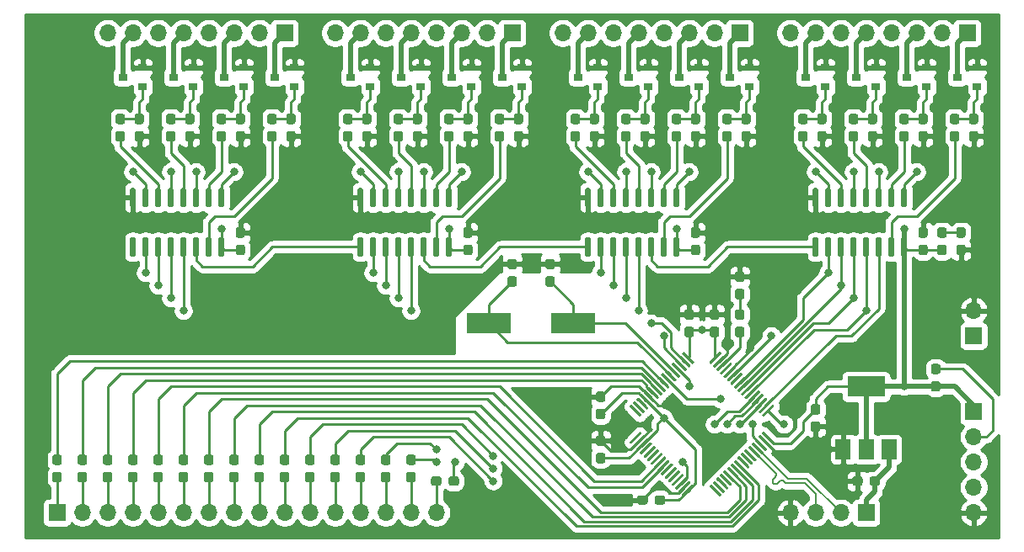
<source format=gtl>
G04 #@! TF.GenerationSoftware,KiCad,Pcbnew,(5.1.6)-1*
G04 #@! TF.CreationDate,2021-02-11T21:03:35+02:00*
G04 #@! TF.ProjectId,spectrum_analyzer,73706563-7472-4756-9d5f-616e616c797a,rev?*
G04 #@! TF.SameCoordinates,Original*
G04 #@! TF.FileFunction,Copper,L1,Top*
G04 #@! TF.FilePolarity,Positive*
%FSLAX46Y46*%
G04 Gerber Fmt 4.6, Leading zero omitted, Abs format (unit mm)*
G04 Created by KiCad (PCBNEW (5.1.6)-1) date 2021-02-11 21:03:35*
%MOMM*%
%LPD*%
G01*
G04 APERTURE LIST*
G04 #@! TA.AperFunction,ComponentPad*
%ADD10O,1.700000X1.700000*%
G04 #@! TD*
G04 #@! TA.AperFunction,ComponentPad*
%ADD11R,1.700000X1.700000*%
G04 #@! TD*
G04 #@! TA.AperFunction,SMDPad,CuDef*
%ADD12R,4.500000X2.000000*%
G04 #@! TD*
G04 #@! TA.AperFunction,SMDPad,CuDef*
%ADD13R,0.900000X0.800000*%
G04 #@! TD*
G04 #@! TA.AperFunction,SMDPad,CuDef*
%ADD14R,1.500000X2.000000*%
G04 #@! TD*
G04 #@! TA.AperFunction,SMDPad,CuDef*
%ADD15R,3.800000X2.000000*%
G04 #@! TD*
G04 #@! TA.AperFunction,ViaPad*
%ADD16C,0.800000*%
G04 #@! TD*
G04 #@! TA.AperFunction,Conductor*
%ADD17C,0.250000*%
G04 #@! TD*
G04 #@! TA.AperFunction,Conductor*
%ADD18C,0.500000*%
G04 #@! TD*
G04 #@! TA.AperFunction,Conductor*
%ADD19C,0.200000*%
G04 #@! TD*
G04 #@! TA.AperFunction,Conductor*
%ADD20C,0.254000*%
G04 #@! TD*
G04 APERTURE END LIST*
G04 #@! TA.AperFunction,SMDPad,CuDef*
G36*
G01*
X157877500Y-87345000D02*
X158352500Y-87345000D01*
G75*
G02*
X158590000Y-87582500I0J-237500D01*
G01*
X158590000Y-88157500D01*
G75*
G02*
X158352500Y-88395000I-237500J0D01*
G01*
X157877500Y-88395000D01*
G75*
G02*
X157640000Y-88157500I0J237500D01*
G01*
X157640000Y-87582500D01*
G75*
G02*
X157877500Y-87345000I237500J0D01*
G01*
G37*
G04 #@! TD.AperFunction*
G04 #@! TA.AperFunction,SMDPad,CuDef*
G36*
G01*
X157877500Y-85595000D02*
X158352500Y-85595000D01*
G75*
G02*
X158590000Y-85832500I0J-237500D01*
G01*
X158590000Y-86407500D01*
G75*
G02*
X158352500Y-86645000I-237500J0D01*
G01*
X157877500Y-86645000D01*
G75*
G02*
X157640000Y-86407500I0J237500D01*
G01*
X157640000Y-85832500D01*
G75*
G02*
X157877500Y-85595000I237500J0D01*
G01*
G37*
G04 #@! TD.AperFunction*
G04 #@! TA.AperFunction,SMDPad,CuDef*
G36*
G01*
X155972500Y-87345000D02*
X156447500Y-87345000D01*
G75*
G02*
X156685000Y-87582500I0J-237500D01*
G01*
X156685000Y-88157500D01*
G75*
G02*
X156447500Y-88395000I-237500J0D01*
G01*
X155972500Y-88395000D01*
G75*
G02*
X155735000Y-88157500I0J237500D01*
G01*
X155735000Y-87582500D01*
G75*
G02*
X155972500Y-87345000I237500J0D01*
G01*
G37*
G04 #@! TD.AperFunction*
G04 #@! TA.AperFunction,SMDPad,CuDef*
G36*
G01*
X155972500Y-85595000D02*
X156447500Y-85595000D01*
G75*
G02*
X156685000Y-85832500I0J-237500D01*
G01*
X156685000Y-86407500D01*
G75*
G02*
X156447500Y-86645000I-237500J0D01*
G01*
X155972500Y-86645000D01*
G75*
G02*
X155735000Y-86407500I0J237500D01*
G01*
X155735000Y-85832500D01*
G75*
G02*
X155972500Y-85595000I237500J0D01*
G01*
G37*
G04 #@! TD.AperFunction*
G04 #@! TA.AperFunction,SMDPad,CuDef*
G36*
G01*
X136127500Y-91090000D02*
X135652500Y-91090000D01*
G75*
G02*
X135415000Y-90852500I0J237500D01*
G01*
X135415000Y-90277500D01*
G75*
G02*
X135652500Y-90040000I237500J0D01*
G01*
X136127500Y-90040000D01*
G75*
G02*
X136365000Y-90277500I0J-237500D01*
G01*
X136365000Y-90852500D01*
G75*
G02*
X136127500Y-91090000I-237500J0D01*
G01*
G37*
G04 #@! TD.AperFunction*
G04 #@! TA.AperFunction,SMDPad,CuDef*
G36*
G01*
X136127500Y-92840000D02*
X135652500Y-92840000D01*
G75*
G02*
X135415000Y-92602500I0J237500D01*
G01*
X135415000Y-92027500D01*
G75*
G02*
X135652500Y-91790000I237500J0D01*
G01*
X136127500Y-91790000D01*
G75*
G02*
X136365000Y-92027500I0J-237500D01*
G01*
X136365000Y-92602500D01*
G75*
G02*
X136127500Y-92840000I-237500J0D01*
G01*
G37*
G04 #@! TD.AperFunction*
G04 #@! TA.AperFunction,SMDPad,CuDef*
G36*
G01*
X135652500Y-95600000D02*
X136127500Y-95600000D01*
G75*
G02*
X136365000Y-95837500I0J-237500D01*
G01*
X136365000Y-96412500D01*
G75*
G02*
X136127500Y-96650000I-237500J0D01*
G01*
X135652500Y-96650000D01*
G75*
G02*
X135415000Y-96412500I0J237500D01*
G01*
X135415000Y-95837500D01*
G75*
G02*
X135652500Y-95600000I237500J0D01*
G01*
G37*
G04 #@! TD.AperFunction*
G04 #@! TA.AperFunction,SMDPad,CuDef*
G36*
G01*
X135652500Y-93850000D02*
X136127500Y-93850000D01*
G75*
G02*
X136365000Y-94087500I0J-237500D01*
G01*
X136365000Y-94662500D01*
G75*
G02*
X136127500Y-94900000I-237500J0D01*
G01*
X135652500Y-94900000D01*
G75*
G02*
X135415000Y-94662500I0J237500D01*
G01*
X135415000Y-94087500D01*
G75*
G02*
X135652500Y-93850000I237500J0D01*
G01*
G37*
G04 #@! TD.AperFunction*
G04 #@! TA.AperFunction,SMDPad,CuDef*
G36*
G01*
X105935000Y-110887500D02*
X105935000Y-111362500D01*
G75*
G02*
X105697500Y-111600000I-237500J0D01*
G01*
X105122500Y-111600000D01*
G75*
G02*
X104885000Y-111362500I0J237500D01*
G01*
X104885000Y-110887500D01*
G75*
G02*
X105122500Y-110650000I237500J0D01*
G01*
X105697500Y-110650000D01*
G75*
G02*
X105935000Y-110887500I0J-237500D01*
G01*
G37*
G04 #@! TD.AperFunction*
G04 #@! TA.AperFunction,SMDPad,CuDef*
G36*
G01*
X107685000Y-110887500D02*
X107685000Y-111362500D01*
G75*
G02*
X107447500Y-111600000I-237500J0D01*
G01*
X106872500Y-111600000D01*
G75*
G02*
X106635000Y-111362500I0J237500D01*
G01*
X106635000Y-110887500D01*
G75*
G02*
X106872500Y-110650000I237500J0D01*
G01*
X107447500Y-110650000D01*
G75*
G02*
X107685000Y-110887500I0J-237500D01*
G01*
G37*
G04 #@! TD.AperFunction*
D10*
X105410000Y-114300000D03*
X102870000Y-114300000D03*
X100330000Y-114300000D03*
X97790000Y-114300000D03*
X95250000Y-114300000D03*
X92710000Y-114300000D03*
X90170000Y-114300000D03*
X87630000Y-114300000D03*
X85090000Y-114300000D03*
X82550000Y-114300000D03*
X80010000Y-114300000D03*
X77470000Y-114300000D03*
X74930000Y-114300000D03*
X72390000Y-114300000D03*
X69850000Y-114300000D03*
D11*
X67310000Y-114300000D03*
G04 #@! TA.AperFunction,SMDPad,CuDef*
G36*
G01*
X148240000Y-110887500D02*
X148240000Y-111362500D01*
G75*
G02*
X148002500Y-111600000I-237500J0D01*
G01*
X147427500Y-111600000D01*
G75*
G02*
X147190000Y-111362500I0J237500D01*
G01*
X147190000Y-110887500D01*
G75*
G02*
X147427500Y-110650000I237500J0D01*
G01*
X148002500Y-110650000D01*
G75*
G02*
X148240000Y-110887500I0J-237500D01*
G01*
G37*
G04 #@! TD.AperFunction*
G04 #@! TA.AperFunction,SMDPad,CuDef*
G36*
G01*
X149990000Y-110887500D02*
X149990000Y-111362500D01*
G75*
G02*
X149752500Y-111600000I-237500J0D01*
G01*
X149177500Y-111600000D01*
G75*
G02*
X148940000Y-111362500I0J237500D01*
G01*
X148940000Y-110887500D01*
G75*
G02*
X149177500Y-110650000I237500J0D01*
G01*
X149752500Y-110650000D01*
G75*
G02*
X149990000Y-110887500I0J-237500D01*
G01*
G37*
G04 #@! TD.AperFunction*
D12*
X110685000Y-95250000D03*
X119185000Y-95250000D03*
D10*
X159385000Y-93980000D03*
D11*
X159385000Y-96520000D03*
G04 #@! TA.AperFunction,SMDPad,CuDef*
G36*
G01*
X132840140Y-99134428D02*
X133830090Y-98144478D01*
G75*
G02*
X133936156Y-98144478I53033J-53033D01*
G01*
X134042222Y-98250544D01*
G75*
G02*
X134042222Y-98356610I-53033J-53033D01*
G01*
X133052272Y-99346560D01*
G75*
G02*
X132946206Y-99346560I-53033J53033D01*
G01*
X132840140Y-99240494D01*
G75*
G02*
X132840140Y-99134428I53033J53033D01*
G01*
G37*
G04 #@! TD.AperFunction*
G04 #@! TA.AperFunction,SMDPad,CuDef*
G36*
G01*
X133193693Y-99487981D02*
X134183643Y-98498031D01*
G75*
G02*
X134289709Y-98498031I53033J-53033D01*
G01*
X134395775Y-98604097D01*
G75*
G02*
X134395775Y-98710163I-53033J-53033D01*
G01*
X133405825Y-99700113D01*
G75*
G02*
X133299759Y-99700113I-53033J53033D01*
G01*
X133193693Y-99594047D01*
G75*
G02*
X133193693Y-99487981I53033J53033D01*
G01*
G37*
G04 #@! TD.AperFunction*
G04 #@! TA.AperFunction,SMDPad,CuDef*
G36*
G01*
X133547246Y-99841534D02*
X134537196Y-98851584D01*
G75*
G02*
X134643262Y-98851584I53033J-53033D01*
G01*
X134749328Y-98957650D01*
G75*
G02*
X134749328Y-99063716I-53033J-53033D01*
G01*
X133759378Y-100053666D01*
G75*
G02*
X133653312Y-100053666I-53033J53033D01*
G01*
X133547246Y-99947600D01*
G75*
G02*
X133547246Y-99841534I53033J53033D01*
G01*
G37*
G04 #@! TD.AperFunction*
G04 #@! TA.AperFunction,SMDPad,CuDef*
G36*
G01*
X133900800Y-100195088D02*
X134890750Y-99205138D01*
G75*
G02*
X134996816Y-99205138I53033J-53033D01*
G01*
X135102882Y-99311204D01*
G75*
G02*
X135102882Y-99417270I-53033J-53033D01*
G01*
X134112932Y-100407220D01*
G75*
G02*
X134006866Y-100407220I-53033J53033D01*
G01*
X133900800Y-100301154D01*
G75*
G02*
X133900800Y-100195088I53033J53033D01*
G01*
G37*
G04 #@! TD.AperFunction*
G04 #@! TA.AperFunction,SMDPad,CuDef*
G36*
G01*
X134254353Y-100548641D02*
X135244303Y-99558691D01*
G75*
G02*
X135350369Y-99558691I53033J-53033D01*
G01*
X135456435Y-99664757D01*
G75*
G02*
X135456435Y-99770823I-53033J-53033D01*
G01*
X134466485Y-100760773D01*
G75*
G02*
X134360419Y-100760773I-53033J53033D01*
G01*
X134254353Y-100654707D01*
G75*
G02*
X134254353Y-100548641I53033J53033D01*
G01*
G37*
G04 #@! TD.AperFunction*
G04 #@! TA.AperFunction,SMDPad,CuDef*
G36*
G01*
X134607907Y-100902195D02*
X135597857Y-99912245D01*
G75*
G02*
X135703923Y-99912245I53033J-53033D01*
G01*
X135809989Y-100018311D01*
G75*
G02*
X135809989Y-100124377I-53033J-53033D01*
G01*
X134820039Y-101114327D01*
G75*
G02*
X134713973Y-101114327I-53033J53033D01*
G01*
X134607907Y-101008261D01*
G75*
G02*
X134607907Y-100902195I53033J53033D01*
G01*
G37*
G04 #@! TD.AperFunction*
G04 #@! TA.AperFunction,SMDPad,CuDef*
G36*
G01*
X134961460Y-101255748D02*
X135951410Y-100265798D01*
G75*
G02*
X136057476Y-100265798I53033J-53033D01*
G01*
X136163542Y-100371864D01*
G75*
G02*
X136163542Y-100477930I-53033J-53033D01*
G01*
X135173592Y-101467880D01*
G75*
G02*
X135067526Y-101467880I-53033J53033D01*
G01*
X134961460Y-101361814D01*
G75*
G02*
X134961460Y-101255748I53033J53033D01*
G01*
G37*
G04 #@! TD.AperFunction*
G04 #@! TA.AperFunction,SMDPad,CuDef*
G36*
G01*
X135315013Y-101609301D02*
X136304963Y-100619351D01*
G75*
G02*
X136411029Y-100619351I53033J-53033D01*
G01*
X136517095Y-100725417D01*
G75*
G02*
X136517095Y-100831483I-53033J-53033D01*
G01*
X135527145Y-101821433D01*
G75*
G02*
X135421079Y-101821433I-53033J53033D01*
G01*
X135315013Y-101715367D01*
G75*
G02*
X135315013Y-101609301I53033J53033D01*
G01*
G37*
G04 #@! TD.AperFunction*
G04 #@! TA.AperFunction,SMDPad,CuDef*
G36*
G01*
X135668567Y-101962855D02*
X136658517Y-100972905D01*
G75*
G02*
X136764583Y-100972905I53033J-53033D01*
G01*
X136870649Y-101078971D01*
G75*
G02*
X136870649Y-101185037I-53033J-53033D01*
G01*
X135880699Y-102174987D01*
G75*
G02*
X135774633Y-102174987I-53033J53033D01*
G01*
X135668567Y-102068921D01*
G75*
G02*
X135668567Y-101962855I53033J53033D01*
G01*
G37*
G04 #@! TD.AperFunction*
G04 #@! TA.AperFunction,SMDPad,CuDef*
G36*
G01*
X136022120Y-102316408D02*
X137012070Y-101326458D01*
G75*
G02*
X137118136Y-101326458I53033J-53033D01*
G01*
X137224202Y-101432524D01*
G75*
G02*
X137224202Y-101538590I-53033J-53033D01*
G01*
X136234252Y-102528540D01*
G75*
G02*
X136128186Y-102528540I-53033J53033D01*
G01*
X136022120Y-102422474D01*
G75*
G02*
X136022120Y-102316408I53033J53033D01*
G01*
G37*
G04 #@! TD.AperFunction*
G04 #@! TA.AperFunction,SMDPad,CuDef*
G36*
G01*
X136375673Y-102669961D02*
X137365623Y-101680011D01*
G75*
G02*
X137471689Y-101680011I53033J-53033D01*
G01*
X137577755Y-101786077D01*
G75*
G02*
X137577755Y-101892143I-53033J-53033D01*
G01*
X136587805Y-102882093D01*
G75*
G02*
X136481739Y-102882093I-53033J53033D01*
G01*
X136375673Y-102776027D01*
G75*
G02*
X136375673Y-102669961I53033J53033D01*
G01*
G37*
G04 #@! TD.AperFunction*
G04 #@! TA.AperFunction,SMDPad,CuDef*
G36*
G01*
X136729227Y-103023515D02*
X137719177Y-102033565D01*
G75*
G02*
X137825243Y-102033565I53033J-53033D01*
G01*
X137931309Y-102139631D01*
G75*
G02*
X137931309Y-102245697I-53033J-53033D01*
G01*
X136941359Y-103235647D01*
G75*
G02*
X136835293Y-103235647I-53033J53033D01*
G01*
X136729227Y-103129581D01*
G75*
G02*
X136729227Y-103023515I53033J53033D01*
G01*
G37*
G04 #@! TD.AperFunction*
G04 #@! TA.AperFunction,SMDPad,CuDef*
G36*
G01*
X137082780Y-103377068D02*
X138072730Y-102387118D01*
G75*
G02*
X138178796Y-102387118I53033J-53033D01*
G01*
X138284862Y-102493184D01*
G75*
G02*
X138284862Y-102599250I-53033J-53033D01*
G01*
X137294912Y-103589200D01*
G75*
G02*
X137188846Y-103589200I-53033J53033D01*
G01*
X137082780Y-103483134D01*
G75*
G02*
X137082780Y-103377068I53033J53033D01*
G01*
G37*
G04 #@! TD.AperFunction*
G04 #@! TA.AperFunction,SMDPad,CuDef*
G36*
G01*
X137436334Y-103730622D02*
X138426284Y-102740672D01*
G75*
G02*
X138532350Y-102740672I53033J-53033D01*
G01*
X138638416Y-102846738D01*
G75*
G02*
X138638416Y-102952804I-53033J-53033D01*
G01*
X137648466Y-103942754D01*
G75*
G02*
X137542400Y-103942754I-53033J53033D01*
G01*
X137436334Y-103836688D01*
G75*
G02*
X137436334Y-103730622I53033J53033D01*
G01*
G37*
G04 #@! TD.AperFunction*
G04 #@! TA.AperFunction,SMDPad,CuDef*
G36*
G01*
X137789887Y-104084175D02*
X138779837Y-103094225D01*
G75*
G02*
X138885903Y-103094225I53033J-53033D01*
G01*
X138991969Y-103200291D01*
G75*
G02*
X138991969Y-103306357I-53033J-53033D01*
G01*
X138002019Y-104296307D01*
G75*
G02*
X137895953Y-104296307I-53033J53033D01*
G01*
X137789887Y-104190241D01*
G75*
G02*
X137789887Y-104084175I53033J53033D01*
G01*
G37*
G04 #@! TD.AperFunction*
G04 #@! TA.AperFunction,SMDPad,CuDef*
G36*
G01*
X138143440Y-104437728D02*
X139133390Y-103447778D01*
G75*
G02*
X139239456Y-103447778I53033J-53033D01*
G01*
X139345522Y-103553844D01*
G75*
G02*
X139345522Y-103659910I-53033J-53033D01*
G01*
X138355572Y-104649860D01*
G75*
G02*
X138249506Y-104649860I-53033J53033D01*
G01*
X138143440Y-104543794D01*
G75*
G02*
X138143440Y-104437728I53033J53033D01*
G01*
G37*
G04 #@! TD.AperFunction*
G04 #@! TA.AperFunction,SMDPad,CuDef*
G36*
G01*
X138143440Y-106276206D02*
X138249506Y-106170140D01*
G75*
G02*
X138355572Y-106170140I53033J-53033D01*
G01*
X139345522Y-107160090D01*
G75*
G02*
X139345522Y-107266156I-53033J-53033D01*
G01*
X139239456Y-107372222D01*
G75*
G02*
X139133390Y-107372222I-53033J53033D01*
G01*
X138143440Y-106382272D01*
G75*
G02*
X138143440Y-106276206I53033J53033D01*
G01*
G37*
G04 #@! TD.AperFunction*
G04 #@! TA.AperFunction,SMDPad,CuDef*
G36*
G01*
X137789887Y-106629759D02*
X137895953Y-106523693D01*
G75*
G02*
X138002019Y-106523693I53033J-53033D01*
G01*
X138991969Y-107513643D01*
G75*
G02*
X138991969Y-107619709I-53033J-53033D01*
G01*
X138885903Y-107725775D01*
G75*
G02*
X138779837Y-107725775I-53033J53033D01*
G01*
X137789887Y-106735825D01*
G75*
G02*
X137789887Y-106629759I53033J53033D01*
G01*
G37*
G04 #@! TD.AperFunction*
G04 #@! TA.AperFunction,SMDPad,CuDef*
G36*
G01*
X137436334Y-106983312D02*
X137542400Y-106877246D01*
G75*
G02*
X137648466Y-106877246I53033J-53033D01*
G01*
X138638416Y-107867196D01*
G75*
G02*
X138638416Y-107973262I-53033J-53033D01*
G01*
X138532350Y-108079328D01*
G75*
G02*
X138426284Y-108079328I-53033J53033D01*
G01*
X137436334Y-107089378D01*
G75*
G02*
X137436334Y-106983312I53033J53033D01*
G01*
G37*
G04 #@! TD.AperFunction*
G04 #@! TA.AperFunction,SMDPad,CuDef*
G36*
G01*
X137082780Y-107336866D02*
X137188846Y-107230800D01*
G75*
G02*
X137294912Y-107230800I53033J-53033D01*
G01*
X138284862Y-108220750D01*
G75*
G02*
X138284862Y-108326816I-53033J-53033D01*
G01*
X138178796Y-108432882D01*
G75*
G02*
X138072730Y-108432882I-53033J53033D01*
G01*
X137082780Y-107442932D01*
G75*
G02*
X137082780Y-107336866I53033J53033D01*
G01*
G37*
G04 #@! TD.AperFunction*
G04 #@! TA.AperFunction,SMDPad,CuDef*
G36*
G01*
X136729227Y-107690419D02*
X136835293Y-107584353D01*
G75*
G02*
X136941359Y-107584353I53033J-53033D01*
G01*
X137931309Y-108574303D01*
G75*
G02*
X137931309Y-108680369I-53033J-53033D01*
G01*
X137825243Y-108786435D01*
G75*
G02*
X137719177Y-108786435I-53033J53033D01*
G01*
X136729227Y-107796485D01*
G75*
G02*
X136729227Y-107690419I53033J53033D01*
G01*
G37*
G04 #@! TD.AperFunction*
G04 #@! TA.AperFunction,SMDPad,CuDef*
G36*
G01*
X136375673Y-108043973D02*
X136481739Y-107937907D01*
G75*
G02*
X136587805Y-107937907I53033J-53033D01*
G01*
X137577755Y-108927857D01*
G75*
G02*
X137577755Y-109033923I-53033J-53033D01*
G01*
X137471689Y-109139989D01*
G75*
G02*
X137365623Y-109139989I-53033J53033D01*
G01*
X136375673Y-108150039D01*
G75*
G02*
X136375673Y-108043973I53033J53033D01*
G01*
G37*
G04 #@! TD.AperFunction*
G04 #@! TA.AperFunction,SMDPad,CuDef*
G36*
G01*
X136022120Y-108397526D02*
X136128186Y-108291460D01*
G75*
G02*
X136234252Y-108291460I53033J-53033D01*
G01*
X137224202Y-109281410D01*
G75*
G02*
X137224202Y-109387476I-53033J-53033D01*
G01*
X137118136Y-109493542D01*
G75*
G02*
X137012070Y-109493542I-53033J53033D01*
G01*
X136022120Y-108503592D01*
G75*
G02*
X136022120Y-108397526I53033J53033D01*
G01*
G37*
G04 #@! TD.AperFunction*
G04 #@! TA.AperFunction,SMDPad,CuDef*
G36*
G01*
X135668567Y-108751079D02*
X135774633Y-108645013D01*
G75*
G02*
X135880699Y-108645013I53033J-53033D01*
G01*
X136870649Y-109634963D01*
G75*
G02*
X136870649Y-109741029I-53033J-53033D01*
G01*
X136764583Y-109847095D01*
G75*
G02*
X136658517Y-109847095I-53033J53033D01*
G01*
X135668567Y-108857145D01*
G75*
G02*
X135668567Y-108751079I53033J53033D01*
G01*
G37*
G04 #@! TD.AperFunction*
G04 #@! TA.AperFunction,SMDPad,CuDef*
G36*
G01*
X135315013Y-109104633D02*
X135421079Y-108998567D01*
G75*
G02*
X135527145Y-108998567I53033J-53033D01*
G01*
X136517095Y-109988517D01*
G75*
G02*
X136517095Y-110094583I-53033J-53033D01*
G01*
X136411029Y-110200649D01*
G75*
G02*
X136304963Y-110200649I-53033J53033D01*
G01*
X135315013Y-109210699D01*
G75*
G02*
X135315013Y-109104633I53033J53033D01*
G01*
G37*
G04 #@! TD.AperFunction*
G04 #@! TA.AperFunction,SMDPad,CuDef*
G36*
G01*
X134961460Y-109458186D02*
X135067526Y-109352120D01*
G75*
G02*
X135173592Y-109352120I53033J-53033D01*
G01*
X136163542Y-110342070D01*
G75*
G02*
X136163542Y-110448136I-53033J-53033D01*
G01*
X136057476Y-110554202D01*
G75*
G02*
X135951410Y-110554202I-53033J53033D01*
G01*
X134961460Y-109564252D01*
G75*
G02*
X134961460Y-109458186I53033J53033D01*
G01*
G37*
G04 #@! TD.AperFunction*
G04 #@! TA.AperFunction,SMDPad,CuDef*
G36*
G01*
X134607907Y-109811739D02*
X134713973Y-109705673D01*
G75*
G02*
X134820039Y-109705673I53033J-53033D01*
G01*
X135809989Y-110695623D01*
G75*
G02*
X135809989Y-110801689I-53033J-53033D01*
G01*
X135703923Y-110907755D01*
G75*
G02*
X135597857Y-110907755I-53033J53033D01*
G01*
X134607907Y-109917805D01*
G75*
G02*
X134607907Y-109811739I53033J53033D01*
G01*
G37*
G04 #@! TD.AperFunction*
G04 #@! TA.AperFunction,SMDPad,CuDef*
G36*
G01*
X134254353Y-110165293D02*
X134360419Y-110059227D01*
G75*
G02*
X134466485Y-110059227I53033J-53033D01*
G01*
X135456435Y-111049177D01*
G75*
G02*
X135456435Y-111155243I-53033J-53033D01*
G01*
X135350369Y-111261309D01*
G75*
G02*
X135244303Y-111261309I-53033J53033D01*
G01*
X134254353Y-110271359D01*
G75*
G02*
X134254353Y-110165293I53033J53033D01*
G01*
G37*
G04 #@! TD.AperFunction*
G04 #@! TA.AperFunction,SMDPad,CuDef*
G36*
G01*
X133900800Y-110518846D02*
X134006866Y-110412780D01*
G75*
G02*
X134112932Y-110412780I53033J-53033D01*
G01*
X135102882Y-111402730D01*
G75*
G02*
X135102882Y-111508796I-53033J-53033D01*
G01*
X134996816Y-111614862D01*
G75*
G02*
X134890750Y-111614862I-53033J53033D01*
G01*
X133900800Y-110624912D01*
G75*
G02*
X133900800Y-110518846I53033J53033D01*
G01*
G37*
G04 #@! TD.AperFunction*
G04 #@! TA.AperFunction,SMDPad,CuDef*
G36*
G01*
X133547246Y-110872400D02*
X133653312Y-110766334D01*
G75*
G02*
X133759378Y-110766334I53033J-53033D01*
G01*
X134749328Y-111756284D01*
G75*
G02*
X134749328Y-111862350I-53033J-53033D01*
G01*
X134643262Y-111968416D01*
G75*
G02*
X134537196Y-111968416I-53033J53033D01*
G01*
X133547246Y-110978466D01*
G75*
G02*
X133547246Y-110872400I53033J53033D01*
G01*
G37*
G04 #@! TD.AperFunction*
G04 #@! TA.AperFunction,SMDPad,CuDef*
G36*
G01*
X133193693Y-111225953D02*
X133299759Y-111119887D01*
G75*
G02*
X133405825Y-111119887I53033J-53033D01*
G01*
X134395775Y-112109837D01*
G75*
G02*
X134395775Y-112215903I-53033J-53033D01*
G01*
X134289709Y-112321969D01*
G75*
G02*
X134183643Y-112321969I-53033J53033D01*
G01*
X133193693Y-111332019D01*
G75*
G02*
X133193693Y-111225953I53033J53033D01*
G01*
G37*
G04 #@! TD.AperFunction*
G04 #@! TA.AperFunction,SMDPad,CuDef*
G36*
G01*
X132840140Y-111579506D02*
X132946206Y-111473440D01*
G75*
G02*
X133052272Y-111473440I53033J-53033D01*
G01*
X134042222Y-112463390D01*
G75*
G02*
X134042222Y-112569456I-53033J-53033D01*
G01*
X133936156Y-112675522D01*
G75*
G02*
X133830090Y-112675522I-53033J53033D01*
G01*
X132840140Y-111685572D01*
G75*
G02*
X132840140Y-111579506I53033J53033D01*
G01*
G37*
G04 #@! TD.AperFunction*
G04 #@! TA.AperFunction,SMDPad,CuDef*
G36*
G01*
X130117778Y-112463390D02*
X131107728Y-111473440D01*
G75*
G02*
X131213794Y-111473440I53033J-53033D01*
G01*
X131319860Y-111579506D01*
G75*
G02*
X131319860Y-111685572I-53033J-53033D01*
G01*
X130329910Y-112675522D01*
G75*
G02*
X130223844Y-112675522I-53033J53033D01*
G01*
X130117778Y-112569456D01*
G75*
G02*
X130117778Y-112463390I53033J53033D01*
G01*
G37*
G04 #@! TD.AperFunction*
G04 #@! TA.AperFunction,SMDPad,CuDef*
G36*
G01*
X129764225Y-112109837D02*
X130754175Y-111119887D01*
G75*
G02*
X130860241Y-111119887I53033J-53033D01*
G01*
X130966307Y-111225953D01*
G75*
G02*
X130966307Y-111332019I-53033J-53033D01*
G01*
X129976357Y-112321969D01*
G75*
G02*
X129870291Y-112321969I-53033J53033D01*
G01*
X129764225Y-112215903D01*
G75*
G02*
X129764225Y-112109837I53033J53033D01*
G01*
G37*
G04 #@! TD.AperFunction*
G04 #@! TA.AperFunction,SMDPad,CuDef*
G36*
G01*
X129410672Y-111756284D02*
X130400622Y-110766334D01*
G75*
G02*
X130506688Y-110766334I53033J-53033D01*
G01*
X130612754Y-110872400D01*
G75*
G02*
X130612754Y-110978466I-53033J-53033D01*
G01*
X129622804Y-111968416D01*
G75*
G02*
X129516738Y-111968416I-53033J53033D01*
G01*
X129410672Y-111862350D01*
G75*
G02*
X129410672Y-111756284I53033J53033D01*
G01*
G37*
G04 #@! TD.AperFunction*
G04 #@! TA.AperFunction,SMDPad,CuDef*
G36*
G01*
X129057118Y-111402730D02*
X130047068Y-110412780D01*
G75*
G02*
X130153134Y-110412780I53033J-53033D01*
G01*
X130259200Y-110518846D01*
G75*
G02*
X130259200Y-110624912I-53033J-53033D01*
G01*
X129269250Y-111614862D01*
G75*
G02*
X129163184Y-111614862I-53033J53033D01*
G01*
X129057118Y-111508796D01*
G75*
G02*
X129057118Y-111402730I53033J53033D01*
G01*
G37*
G04 #@! TD.AperFunction*
G04 #@! TA.AperFunction,SMDPad,CuDef*
G36*
G01*
X128703565Y-111049177D02*
X129693515Y-110059227D01*
G75*
G02*
X129799581Y-110059227I53033J-53033D01*
G01*
X129905647Y-110165293D01*
G75*
G02*
X129905647Y-110271359I-53033J-53033D01*
G01*
X128915697Y-111261309D01*
G75*
G02*
X128809631Y-111261309I-53033J53033D01*
G01*
X128703565Y-111155243D01*
G75*
G02*
X128703565Y-111049177I53033J53033D01*
G01*
G37*
G04 #@! TD.AperFunction*
G04 #@! TA.AperFunction,SMDPad,CuDef*
G36*
G01*
X128350011Y-110695623D02*
X129339961Y-109705673D01*
G75*
G02*
X129446027Y-109705673I53033J-53033D01*
G01*
X129552093Y-109811739D01*
G75*
G02*
X129552093Y-109917805I-53033J-53033D01*
G01*
X128562143Y-110907755D01*
G75*
G02*
X128456077Y-110907755I-53033J53033D01*
G01*
X128350011Y-110801689D01*
G75*
G02*
X128350011Y-110695623I53033J53033D01*
G01*
G37*
G04 #@! TD.AperFunction*
G04 #@! TA.AperFunction,SMDPad,CuDef*
G36*
G01*
X127996458Y-110342070D02*
X128986408Y-109352120D01*
G75*
G02*
X129092474Y-109352120I53033J-53033D01*
G01*
X129198540Y-109458186D01*
G75*
G02*
X129198540Y-109564252I-53033J-53033D01*
G01*
X128208590Y-110554202D01*
G75*
G02*
X128102524Y-110554202I-53033J53033D01*
G01*
X127996458Y-110448136D01*
G75*
G02*
X127996458Y-110342070I53033J53033D01*
G01*
G37*
G04 #@! TD.AperFunction*
G04 #@! TA.AperFunction,SMDPad,CuDef*
G36*
G01*
X127642905Y-109988517D02*
X128632855Y-108998567D01*
G75*
G02*
X128738921Y-108998567I53033J-53033D01*
G01*
X128844987Y-109104633D01*
G75*
G02*
X128844987Y-109210699I-53033J-53033D01*
G01*
X127855037Y-110200649D01*
G75*
G02*
X127748971Y-110200649I-53033J53033D01*
G01*
X127642905Y-110094583D01*
G75*
G02*
X127642905Y-109988517I53033J53033D01*
G01*
G37*
G04 #@! TD.AperFunction*
G04 #@! TA.AperFunction,SMDPad,CuDef*
G36*
G01*
X127289351Y-109634963D02*
X128279301Y-108645013D01*
G75*
G02*
X128385367Y-108645013I53033J-53033D01*
G01*
X128491433Y-108751079D01*
G75*
G02*
X128491433Y-108857145I-53033J-53033D01*
G01*
X127501483Y-109847095D01*
G75*
G02*
X127395417Y-109847095I-53033J53033D01*
G01*
X127289351Y-109741029D01*
G75*
G02*
X127289351Y-109634963I53033J53033D01*
G01*
G37*
G04 #@! TD.AperFunction*
G04 #@! TA.AperFunction,SMDPad,CuDef*
G36*
G01*
X126935798Y-109281410D02*
X127925748Y-108291460D01*
G75*
G02*
X128031814Y-108291460I53033J-53033D01*
G01*
X128137880Y-108397526D01*
G75*
G02*
X128137880Y-108503592I-53033J-53033D01*
G01*
X127147930Y-109493542D01*
G75*
G02*
X127041864Y-109493542I-53033J53033D01*
G01*
X126935798Y-109387476D01*
G75*
G02*
X126935798Y-109281410I53033J53033D01*
G01*
G37*
G04 #@! TD.AperFunction*
G04 #@! TA.AperFunction,SMDPad,CuDef*
G36*
G01*
X126582245Y-108927857D02*
X127572195Y-107937907D01*
G75*
G02*
X127678261Y-107937907I53033J-53033D01*
G01*
X127784327Y-108043973D01*
G75*
G02*
X127784327Y-108150039I-53033J-53033D01*
G01*
X126794377Y-109139989D01*
G75*
G02*
X126688311Y-109139989I-53033J53033D01*
G01*
X126582245Y-109033923D01*
G75*
G02*
X126582245Y-108927857I53033J53033D01*
G01*
G37*
G04 #@! TD.AperFunction*
G04 #@! TA.AperFunction,SMDPad,CuDef*
G36*
G01*
X126228691Y-108574303D02*
X127218641Y-107584353D01*
G75*
G02*
X127324707Y-107584353I53033J-53033D01*
G01*
X127430773Y-107690419D01*
G75*
G02*
X127430773Y-107796485I-53033J-53033D01*
G01*
X126440823Y-108786435D01*
G75*
G02*
X126334757Y-108786435I-53033J53033D01*
G01*
X126228691Y-108680369D01*
G75*
G02*
X126228691Y-108574303I53033J53033D01*
G01*
G37*
G04 #@! TD.AperFunction*
G04 #@! TA.AperFunction,SMDPad,CuDef*
G36*
G01*
X125875138Y-108220750D02*
X126865088Y-107230800D01*
G75*
G02*
X126971154Y-107230800I53033J-53033D01*
G01*
X127077220Y-107336866D01*
G75*
G02*
X127077220Y-107442932I-53033J-53033D01*
G01*
X126087270Y-108432882D01*
G75*
G02*
X125981204Y-108432882I-53033J53033D01*
G01*
X125875138Y-108326816D01*
G75*
G02*
X125875138Y-108220750I53033J53033D01*
G01*
G37*
G04 #@! TD.AperFunction*
G04 #@! TA.AperFunction,SMDPad,CuDef*
G36*
G01*
X125521584Y-107867196D02*
X126511534Y-106877246D01*
G75*
G02*
X126617600Y-106877246I53033J-53033D01*
G01*
X126723666Y-106983312D01*
G75*
G02*
X126723666Y-107089378I-53033J-53033D01*
G01*
X125733716Y-108079328D01*
G75*
G02*
X125627650Y-108079328I-53033J53033D01*
G01*
X125521584Y-107973262D01*
G75*
G02*
X125521584Y-107867196I53033J53033D01*
G01*
G37*
G04 #@! TD.AperFunction*
G04 #@! TA.AperFunction,SMDPad,CuDef*
G36*
G01*
X125168031Y-107513643D02*
X126157981Y-106523693D01*
G75*
G02*
X126264047Y-106523693I53033J-53033D01*
G01*
X126370113Y-106629759D01*
G75*
G02*
X126370113Y-106735825I-53033J-53033D01*
G01*
X125380163Y-107725775D01*
G75*
G02*
X125274097Y-107725775I-53033J53033D01*
G01*
X125168031Y-107619709D01*
G75*
G02*
X125168031Y-107513643I53033J53033D01*
G01*
G37*
G04 #@! TD.AperFunction*
G04 #@! TA.AperFunction,SMDPad,CuDef*
G36*
G01*
X124814478Y-107160090D02*
X125804428Y-106170140D01*
G75*
G02*
X125910494Y-106170140I53033J-53033D01*
G01*
X126016560Y-106276206D01*
G75*
G02*
X126016560Y-106382272I-53033J-53033D01*
G01*
X125026610Y-107372222D01*
G75*
G02*
X124920544Y-107372222I-53033J53033D01*
G01*
X124814478Y-107266156D01*
G75*
G02*
X124814478Y-107160090I53033J53033D01*
G01*
G37*
G04 #@! TD.AperFunction*
G04 #@! TA.AperFunction,SMDPad,CuDef*
G36*
G01*
X124814478Y-103553844D02*
X124920544Y-103447778D01*
G75*
G02*
X125026610Y-103447778I53033J-53033D01*
G01*
X126016560Y-104437728D01*
G75*
G02*
X126016560Y-104543794I-53033J-53033D01*
G01*
X125910494Y-104649860D01*
G75*
G02*
X125804428Y-104649860I-53033J53033D01*
G01*
X124814478Y-103659910D01*
G75*
G02*
X124814478Y-103553844I53033J53033D01*
G01*
G37*
G04 #@! TD.AperFunction*
G04 #@! TA.AperFunction,SMDPad,CuDef*
G36*
G01*
X125168031Y-103200291D02*
X125274097Y-103094225D01*
G75*
G02*
X125380163Y-103094225I53033J-53033D01*
G01*
X126370113Y-104084175D01*
G75*
G02*
X126370113Y-104190241I-53033J-53033D01*
G01*
X126264047Y-104296307D01*
G75*
G02*
X126157981Y-104296307I-53033J53033D01*
G01*
X125168031Y-103306357D01*
G75*
G02*
X125168031Y-103200291I53033J53033D01*
G01*
G37*
G04 #@! TD.AperFunction*
G04 #@! TA.AperFunction,SMDPad,CuDef*
G36*
G01*
X125521584Y-102846738D02*
X125627650Y-102740672D01*
G75*
G02*
X125733716Y-102740672I53033J-53033D01*
G01*
X126723666Y-103730622D01*
G75*
G02*
X126723666Y-103836688I-53033J-53033D01*
G01*
X126617600Y-103942754D01*
G75*
G02*
X126511534Y-103942754I-53033J53033D01*
G01*
X125521584Y-102952804D01*
G75*
G02*
X125521584Y-102846738I53033J53033D01*
G01*
G37*
G04 #@! TD.AperFunction*
G04 #@! TA.AperFunction,SMDPad,CuDef*
G36*
G01*
X125875138Y-102493184D02*
X125981204Y-102387118D01*
G75*
G02*
X126087270Y-102387118I53033J-53033D01*
G01*
X127077220Y-103377068D01*
G75*
G02*
X127077220Y-103483134I-53033J-53033D01*
G01*
X126971154Y-103589200D01*
G75*
G02*
X126865088Y-103589200I-53033J53033D01*
G01*
X125875138Y-102599250D01*
G75*
G02*
X125875138Y-102493184I53033J53033D01*
G01*
G37*
G04 #@! TD.AperFunction*
G04 #@! TA.AperFunction,SMDPad,CuDef*
G36*
G01*
X126228691Y-102139631D02*
X126334757Y-102033565D01*
G75*
G02*
X126440823Y-102033565I53033J-53033D01*
G01*
X127430773Y-103023515D01*
G75*
G02*
X127430773Y-103129581I-53033J-53033D01*
G01*
X127324707Y-103235647D01*
G75*
G02*
X127218641Y-103235647I-53033J53033D01*
G01*
X126228691Y-102245697D01*
G75*
G02*
X126228691Y-102139631I53033J53033D01*
G01*
G37*
G04 #@! TD.AperFunction*
G04 #@! TA.AperFunction,SMDPad,CuDef*
G36*
G01*
X126582245Y-101786077D02*
X126688311Y-101680011D01*
G75*
G02*
X126794377Y-101680011I53033J-53033D01*
G01*
X127784327Y-102669961D01*
G75*
G02*
X127784327Y-102776027I-53033J-53033D01*
G01*
X127678261Y-102882093D01*
G75*
G02*
X127572195Y-102882093I-53033J53033D01*
G01*
X126582245Y-101892143D01*
G75*
G02*
X126582245Y-101786077I53033J53033D01*
G01*
G37*
G04 #@! TD.AperFunction*
G04 #@! TA.AperFunction,SMDPad,CuDef*
G36*
G01*
X126935798Y-101432524D02*
X127041864Y-101326458D01*
G75*
G02*
X127147930Y-101326458I53033J-53033D01*
G01*
X128137880Y-102316408D01*
G75*
G02*
X128137880Y-102422474I-53033J-53033D01*
G01*
X128031814Y-102528540D01*
G75*
G02*
X127925748Y-102528540I-53033J53033D01*
G01*
X126935798Y-101538590D01*
G75*
G02*
X126935798Y-101432524I53033J53033D01*
G01*
G37*
G04 #@! TD.AperFunction*
G04 #@! TA.AperFunction,SMDPad,CuDef*
G36*
G01*
X127289351Y-101078971D02*
X127395417Y-100972905D01*
G75*
G02*
X127501483Y-100972905I53033J-53033D01*
G01*
X128491433Y-101962855D01*
G75*
G02*
X128491433Y-102068921I-53033J-53033D01*
G01*
X128385367Y-102174987D01*
G75*
G02*
X128279301Y-102174987I-53033J53033D01*
G01*
X127289351Y-101185037D01*
G75*
G02*
X127289351Y-101078971I53033J53033D01*
G01*
G37*
G04 #@! TD.AperFunction*
G04 #@! TA.AperFunction,SMDPad,CuDef*
G36*
G01*
X127642905Y-100725417D02*
X127748971Y-100619351D01*
G75*
G02*
X127855037Y-100619351I53033J-53033D01*
G01*
X128844987Y-101609301D01*
G75*
G02*
X128844987Y-101715367I-53033J-53033D01*
G01*
X128738921Y-101821433D01*
G75*
G02*
X128632855Y-101821433I-53033J53033D01*
G01*
X127642905Y-100831483D01*
G75*
G02*
X127642905Y-100725417I53033J53033D01*
G01*
G37*
G04 #@! TD.AperFunction*
G04 #@! TA.AperFunction,SMDPad,CuDef*
G36*
G01*
X127996458Y-100371864D02*
X128102524Y-100265798D01*
G75*
G02*
X128208590Y-100265798I53033J-53033D01*
G01*
X129198540Y-101255748D01*
G75*
G02*
X129198540Y-101361814I-53033J-53033D01*
G01*
X129092474Y-101467880D01*
G75*
G02*
X128986408Y-101467880I-53033J53033D01*
G01*
X127996458Y-100477930D01*
G75*
G02*
X127996458Y-100371864I53033J53033D01*
G01*
G37*
G04 #@! TD.AperFunction*
G04 #@! TA.AperFunction,SMDPad,CuDef*
G36*
G01*
X128350011Y-100018311D02*
X128456077Y-99912245D01*
G75*
G02*
X128562143Y-99912245I53033J-53033D01*
G01*
X129552093Y-100902195D01*
G75*
G02*
X129552093Y-101008261I-53033J-53033D01*
G01*
X129446027Y-101114327D01*
G75*
G02*
X129339961Y-101114327I-53033J53033D01*
G01*
X128350011Y-100124377D01*
G75*
G02*
X128350011Y-100018311I53033J53033D01*
G01*
G37*
G04 #@! TD.AperFunction*
G04 #@! TA.AperFunction,SMDPad,CuDef*
G36*
G01*
X128703565Y-99664757D02*
X128809631Y-99558691D01*
G75*
G02*
X128915697Y-99558691I53033J-53033D01*
G01*
X129905647Y-100548641D01*
G75*
G02*
X129905647Y-100654707I-53033J-53033D01*
G01*
X129799581Y-100760773D01*
G75*
G02*
X129693515Y-100760773I-53033J53033D01*
G01*
X128703565Y-99770823D01*
G75*
G02*
X128703565Y-99664757I53033J53033D01*
G01*
G37*
G04 #@! TD.AperFunction*
G04 #@! TA.AperFunction,SMDPad,CuDef*
G36*
G01*
X129057118Y-99311204D02*
X129163184Y-99205138D01*
G75*
G02*
X129269250Y-99205138I53033J-53033D01*
G01*
X130259200Y-100195088D01*
G75*
G02*
X130259200Y-100301154I-53033J-53033D01*
G01*
X130153134Y-100407220D01*
G75*
G02*
X130047068Y-100407220I-53033J53033D01*
G01*
X129057118Y-99417270D01*
G75*
G02*
X129057118Y-99311204I53033J53033D01*
G01*
G37*
G04 #@! TD.AperFunction*
G04 #@! TA.AperFunction,SMDPad,CuDef*
G36*
G01*
X129410672Y-98957650D02*
X129516738Y-98851584D01*
G75*
G02*
X129622804Y-98851584I53033J-53033D01*
G01*
X130612754Y-99841534D01*
G75*
G02*
X130612754Y-99947600I-53033J-53033D01*
G01*
X130506688Y-100053666D01*
G75*
G02*
X130400622Y-100053666I-53033J53033D01*
G01*
X129410672Y-99063716D01*
G75*
G02*
X129410672Y-98957650I53033J53033D01*
G01*
G37*
G04 #@! TD.AperFunction*
G04 #@! TA.AperFunction,SMDPad,CuDef*
G36*
G01*
X129764225Y-98604097D02*
X129870291Y-98498031D01*
G75*
G02*
X129976357Y-98498031I53033J-53033D01*
G01*
X130966307Y-99487981D01*
G75*
G02*
X130966307Y-99594047I-53033J-53033D01*
G01*
X130860241Y-99700113D01*
G75*
G02*
X130754175Y-99700113I-53033J53033D01*
G01*
X129764225Y-98710163D01*
G75*
G02*
X129764225Y-98604097I53033J53033D01*
G01*
G37*
G04 #@! TD.AperFunction*
G04 #@! TA.AperFunction,SMDPad,CuDef*
G36*
G01*
X130117778Y-98250544D02*
X130223844Y-98144478D01*
G75*
G02*
X130329910Y-98144478I53033J-53033D01*
G01*
X131319860Y-99134428D01*
G75*
G02*
X131319860Y-99240494I-53033J-53033D01*
G01*
X131213794Y-99346560D01*
G75*
G02*
X131107728Y-99346560I-53033J53033D01*
G01*
X130117778Y-98356610D01*
G75*
G02*
X130117778Y-98250544I53033J53033D01*
G01*
G37*
G04 #@! TD.AperFunction*
G04 #@! TA.AperFunction,SMDPad,CuDef*
G36*
G01*
X95012500Y-108455001D02*
X95487500Y-108455001D01*
G75*
G02*
X95725000Y-108692501I0J-237500D01*
G01*
X95725000Y-109267501D01*
G75*
G02*
X95487500Y-109505001I-237500J0D01*
G01*
X95012500Y-109505001D01*
G75*
G02*
X94775000Y-109267501I0J237500D01*
G01*
X94775000Y-108692501D01*
G75*
G02*
X95012500Y-108455001I237500J0D01*
G01*
G37*
G04 #@! TD.AperFunction*
G04 #@! TA.AperFunction,SMDPad,CuDef*
G36*
G01*
X95012500Y-110205001D02*
X95487500Y-110205001D01*
G75*
G02*
X95725000Y-110442501I0J-237500D01*
G01*
X95725000Y-111017501D01*
G75*
G02*
X95487500Y-111255001I-237500J0D01*
G01*
X95012500Y-111255001D01*
G75*
G02*
X94775000Y-111017501I0J237500D01*
G01*
X94775000Y-110442501D01*
G75*
G02*
X95012500Y-110205001I237500J0D01*
G01*
G37*
G04 #@! TD.AperFunction*
G04 #@! TA.AperFunction,SMDPad,CuDef*
G36*
G01*
X102632500Y-108455000D02*
X103107500Y-108455000D01*
G75*
G02*
X103345000Y-108692500I0J-237500D01*
G01*
X103345000Y-109267500D01*
G75*
G02*
X103107500Y-109505000I-237500J0D01*
G01*
X102632500Y-109505000D01*
G75*
G02*
X102395000Y-109267500I0J237500D01*
G01*
X102395000Y-108692500D01*
G75*
G02*
X102632500Y-108455000I237500J0D01*
G01*
G37*
G04 #@! TD.AperFunction*
G04 #@! TA.AperFunction,SMDPad,CuDef*
G36*
G01*
X102632500Y-110205000D02*
X103107500Y-110205000D01*
G75*
G02*
X103345000Y-110442500I0J-237500D01*
G01*
X103345000Y-111017500D01*
G75*
G02*
X103107500Y-111255000I-237500J0D01*
G01*
X102632500Y-111255000D01*
G75*
G02*
X102395000Y-111017500I0J237500D01*
G01*
X102395000Y-110442500D01*
G75*
G02*
X102632500Y-110205000I237500J0D01*
G01*
G37*
G04 #@! TD.AperFunction*
G04 #@! TA.AperFunction,SMDPad,CuDef*
G36*
G01*
X100092500Y-108455000D02*
X100567500Y-108455000D01*
G75*
G02*
X100805000Y-108692500I0J-237500D01*
G01*
X100805000Y-109267500D01*
G75*
G02*
X100567500Y-109505000I-237500J0D01*
G01*
X100092500Y-109505000D01*
G75*
G02*
X99855000Y-109267500I0J237500D01*
G01*
X99855000Y-108692500D01*
G75*
G02*
X100092500Y-108455000I237500J0D01*
G01*
G37*
G04 #@! TD.AperFunction*
G04 #@! TA.AperFunction,SMDPad,CuDef*
G36*
G01*
X100092500Y-110205000D02*
X100567500Y-110205000D01*
G75*
G02*
X100805000Y-110442500I0J-237500D01*
G01*
X100805000Y-111017500D01*
G75*
G02*
X100567500Y-111255000I-237500J0D01*
G01*
X100092500Y-111255000D01*
G75*
G02*
X99855000Y-111017500I0J237500D01*
G01*
X99855000Y-110442500D01*
G75*
G02*
X100092500Y-110205000I237500J0D01*
G01*
G37*
G04 #@! TD.AperFunction*
G04 #@! TA.AperFunction,SMDPad,CuDef*
G36*
G01*
X97552500Y-108455001D02*
X98027500Y-108455001D01*
G75*
G02*
X98265000Y-108692501I0J-237500D01*
G01*
X98265000Y-109267501D01*
G75*
G02*
X98027500Y-109505001I-237500J0D01*
G01*
X97552500Y-109505001D01*
G75*
G02*
X97315000Y-109267501I0J237500D01*
G01*
X97315000Y-108692501D01*
G75*
G02*
X97552500Y-108455001I237500J0D01*
G01*
G37*
G04 #@! TD.AperFunction*
G04 #@! TA.AperFunction,SMDPad,CuDef*
G36*
G01*
X97552500Y-110205001D02*
X98027500Y-110205001D01*
G75*
G02*
X98265000Y-110442501I0J-237500D01*
G01*
X98265000Y-111017501D01*
G75*
G02*
X98027500Y-111255001I-237500J0D01*
G01*
X97552500Y-111255001D01*
G75*
G02*
X97315000Y-111017501I0J237500D01*
G01*
X97315000Y-110442501D01*
G75*
G02*
X97552500Y-110205001I237500J0D01*
G01*
G37*
G04 #@! TD.AperFunction*
G04 #@! TA.AperFunction,SMDPad,CuDef*
G36*
G01*
X92472500Y-108455001D02*
X92947500Y-108455001D01*
G75*
G02*
X93185000Y-108692501I0J-237500D01*
G01*
X93185000Y-109267501D01*
G75*
G02*
X92947500Y-109505001I-237500J0D01*
G01*
X92472500Y-109505001D01*
G75*
G02*
X92235000Y-109267501I0J237500D01*
G01*
X92235000Y-108692501D01*
G75*
G02*
X92472500Y-108455001I237500J0D01*
G01*
G37*
G04 #@! TD.AperFunction*
G04 #@! TA.AperFunction,SMDPad,CuDef*
G36*
G01*
X92472500Y-110205001D02*
X92947500Y-110205001D01*
G75*
G02*
X93185000Y-110442501I0J-237500D01*
G01*
X93185000Y-111017501D01*
G75*
G02*
X92947500Y-111255001I-237500J0D01*
G01*
X92472500Y-111255001D01*
G75*
G02*
X92235000Y-111017501I0J237500D01*
G01*
X92235000Y-110442501D01*
G75*
G02*
X92472500Y-110205001I237500J0D01*
G01*
G37*
G04 #@! TD.AperFunction*
G04 #@! TA.AperFunction,SMDPad,CuDef*
G36*
G01*
X89932500Y-108455000D02*
X90407500Y-108455000D01*
G75*
G02*
X90645000Y-108692500I0J-237500D01*
G01*
X90645000Y-109267500D01*
G75*
G02*
X90407500Y-109505000I-237500J0D01*
G01*
X89932500Y-109505000D01*
G75*
G02*
X89695000Y-109267500I0J237500D01*
G01*
X89695000Y-108692500D01*
G75*
G02*
X89932500Y-108455000I237500J0D01*
G01*
G37*
G04 #@! TD.AperFunction*
G04 #@! TA.AperFunction,SMDPad,CuDef*
G36*
G01*
X89932500Y-110205000D02*
X90407500Y-110205000D01*
G75*
G02*
X90645000Y-110442500I0J-237500D01*
G01*
X90645000Y-111017500D01*
G75*
G02*
X90407500Y-111255000I-237500J0D01*
G01*
X89932500Y-111255000D01*
G75*
G02*
X89695000Y-111017500I0J237500D01*
G01*
X89695000Y-110442500D01*
G75*
G02*
X89932500Y-110205000I237500J0D01*
G01*
G37*
G04 #@! TD.AperFunction*
G04 #@! TA.AperFunction,SMDPad,CuDef*
G36*
G01*
X84852500Y-108455001D02*
X85327500Y-108455001D01*
G75*
G02*
X85565000Y-108692501I0J-237500D01*
G01*
X85565000Y-109267501D01*
G75*
G02*
X85327500Y-109505001I-237500J0D01*
G01*
X84852500Y-109505001D01*
G75*
G02*
X84615000Y-109267501I0J237500D01*
G01*
X84615000Y-108692501D01*
G75*
G02*
X84852500Y-108455001I237500J0D01*
G01*
G37*
G04 #@! TD.AperFunction*
G04 #@! TA.AperFunction,SMDPad,CuDef*
G36*
G01*
X84852500Y-110205001D02*
X85327500Y-110205001D01*
G75*
G02*
X85565000Y-110442501I0J-237500D01*
G01*
X85565000Y-111017501D01*
G75*
G02*
X85327500Y-111255001I-237500J0D01*
G01*
X84852500Y-111255001D01*
G75*
G02*
X84615000Y-111017501I0J237500D01*
G01*
X84615000Y-110442501D01*
G75*
G02*
X84852500Y-110205001I237500J0D01*
G01*
G37*
G04 #@! TD.AperFunction*
G04 #@! TA.AperFunction,SMDPad,CuDef*
G36*
G01*
X77232500Y-108455000D02*
X77707500Y-108455000D01*
G75*
G02*
X77945000Y-108692500I0J-237500D01*
G01*
X77945000Y-109267500D01*
G75*
G02*
X77707500Y-109505000I-237500J0D01*
G01*
X77232500Y-109505000D01*
G75*
G02*
X76995000Y-109267500I0J237500D01*
G01*
X76995000Y-108692500D01*
G75*
G02*
X77232500Y-108455000I237500J0D01*
G01*
G37*
G04 #@! TD.AperFunction*
G04 #@! TA.AperFunction,SMDPad,CuDef*
G36*
G01*
X77232500Y-110205000D02*
X77707500Y-110205000D01*
G75*
G02*
X77945000Y-110442500I0J-237500D01*
G01*
X77945000Y-111017500D01*
G75*
G02*
X77707500Y-111255000I-237500J0D01*
G01*
X77232500Y-111255000D01*
G75*
G02*
X76995000Y-111017500I0J237500D01*
G01*
X76995000Y-110442500D01*
G75*
G02*
X77232500Y-110205000I237500J0D01*
G01*
G37*
G04 #@! TD.AperFunction*
G04 #@! TA.AperFunction,SMDPad,CuDef*
G36*
G01*
X72152500Y-108455001D02*
X72627500Y-108455001D01*
G75*
G02*
X72865000Y-108692501I0J-237500D01*
G01*
X72865000Y-109267501D01*
G75*
G02*
X72627500Y-109505001I-237500J0D01*
G01*
X72152500Y-109505001D01*
G75*
G02*
X71915000Y-109267501I0J237500D01*
G01*
X71915000Y-108692501D01*
G75*
G02*
X72152500Y-108455001I237500J0D01*
G01*
G37*
G04 #@! TD.AperFunction*
G04 #@! TA.AperFunction,SMDPad,CuDef*
G36*
G01*
X72152500Y-110205001D02*
X72627500Y-110205001D01*
G75*
G02*
X72865000Y-110442501I0J-237500D01*
G01*
X72865000Y-111017501D01*
G75*
G02*
X72627500Y-111255001I-237500J0D01*
G01*
X72152500Y-111255001D01*
G75*
G02*
X71915000Y-111017501I0J237500D01*
G01*
X71915000Y-110442501D01*
G75*
G02*
X72152500Y-110205001I237500J0D01*
G01*
G37*
G04 #@! TD.AperFunction*
G04 #@! TA.AperFunction,SMDPad,CuDef*
G36*
G01*
X67072500Y-110205000D02*
X67547500Y-110205000D01*
G75*
G02*
X67785000Y-110442500I0J-237500D01*
G01*
X67785000Y-111017500D01*
G75*
G02*
X67547500Y-111255000I-237500J0D01*
G01*
X67072500Y-111255000D01*
G75*
G02*
X66835000Y-111017500I0J237500D01*
G01*
X66835000Y-110442500D01*
G75*
G02*
X67072500Y-110205000I237500J0D01*
G01*
G37*
G04 #@! TD.AperFunction*
G04 #@! TA.AperFunction,SMDPad,CuDef*
G36*
G01*
X67072500Y-108455000D02*
X67547500Y-108455000D01*
G75*
G02*
X67785000Y-108692500I0J-237500D01*
G01*
X67785000Y-109267500D01*
G75*
G02*
X67547500Y-109505000I-237500J0D01*
G01*
X67072500Y-109505000D01*
G75*
G02*
X66835000Y-109267500I0J237500D01*
G01*
X66835000Y-108692500D01*
G75*
G02*
X67072500Y-108455000I237500J0D01*
G01*
G37*
G04 #@! TD.AperFunction*
G04 #@! TA.AperFunction,SMDPad,CuDef*
G36*
G01*
X79772500Y-108455000D02*
X80247500Y-108455000D01*
G75*
G02*
X80485000Y-108692500I0J-237500D01*
G01*
X80485000Y-109267500D01*
G75*
G02*
X80247500Y-109505000I-237500J0D01*
G01*
X79772500Y-109505000D01*
G75*
G02*
X79535000Y-109267500I0J237500D01*
G01*
X79535000Y-108692500D01*
G75*
G02*
X79772500Y-108455000I237500J0D01*
G01*
G37*
G04 #@! TD.AperFunction*
G04 #@! TA.AperFunction,SMDPad,CuDef*
G36*
G01*
X79772500Y-110205000D02*
X80247500Y-110205000D01*
G75*
G02*
X80485000Y-110442500I0J-237500D01*
G01*
X80485000Y-111017500D01*
G75*
G02*
X80247500Y-111255000I-237500J0D01*
G01*
X79772500Y-111255000D01*
G75*
G02*
X79535000Y-111017500I0J237500D01*
G01*
X79535000Y-110442500D01*
G75*
G02*
X79772500Y-110205000I237500J0D01*
G01*
G37*
G04 #@! TD.AperFunction*
G04 #@! TA.AperFunction,SMDPad,CuDef*
G36*
G01*
X82312500Y-108455001D02*
X82787500Y-108455001D01*
G75*
G02*
X83025000Y-108692501I0J-237500D01*
G01*
X83025000Y-109267501D01*
G75*
G02*
X82787500Y-109505001I-237500J0D01*
G01*
X82312500Y-109505001D01*
G75*
G02*
X82075000Y-109267501I0J237500D01*
G01*
X82075000Y-108692501D01*
G75*
G02*
X82312500Y-108455001I237500J0D01*
G01*
G37*
G04 #@! TD.AperFunction*
G04 #@! TA.AperFunction,SMDPad,CuDef*
G36*
G01*
X82312500Y-110205001D02*
X82787500Y-110205001D01*
G75*
G02*
X83025000Y-110442501I0J-237500D01*
G01*
X83025000Y-111017501D01*
G75*
G02*
X82787500Y-111255001I-237500J0D01*
G01*
X82312500Y-111255001D01*
G75*
G02*
X82075000Y-111017501I0J237500D01*
G01*
X82075000Y-110442501D01*
G75*
G02*
X82312500Y-110205001I237500J0D01*
G01*
G37*
G04 #@! TD.AperFunction*
G04 #@! TA.AperFunction,SMDPad,CuDef*
G36*
G01*
X87392499Y-108455001D02*
X87867499Y-108455001D01*
G75*
G02*
X88104999Y-108692501I0J-237500D01*
G01*
X88104999Y-109267501D01*
G75*
G02*
X87867499Y-109505001I-237500J0D01*
G01*
X87392499Y-109505001D01*
G75*
G02*
X87154999Y-109267501I0J237500D01*
G01*
X87154999Y-108692501D01*
G75*
G02*
X87392499Y-108455001I237500J0D01*
G01*
G37*
G04 #@! TD.AperFunction*
G04 #@! TA.AperFunction,SMDPad,CuDef*
G36*
G01*
X87392499Y-110205001D02*
X87867499Y-110205001D01*
G75*
G02*
X88104999Y-110442501I0J-237500D01*
G01*
X88104999Y-111017501D01*
G75*
G02*
X87867499Y-111255001I-237500J0D01*
G01*
X87392499Y-111255001D01*
G75*
G02*
X87154999Y-111017501I0J237500D01*
G01*
X87154999Y-110442501D01*
G75*
G02*
X87392499Y-110205001I237500J0D01*
G01*
G37*
G04 #@! TD.AperFunction*
G04 #@! TA.AperFunction,SMDPad,CuDef*
G36*
G01*
X74692500Y-108455001D02*
X75167500Y-108455001D01*
G75*
G02*
X75405000Y-108692501I0J-237500D01*
G01*
X75405000Y-109267501D01*
G75*
G02*
X75167500Y-109505001I-237500J0D01*
G01*
X74692500Y-109505001D01*
G75*
G02*
X74455000Y-109267501I0J237500D01*
G01*
X74455000Y-108692501D01*
G75*
G02*
X74692500Y-108455001I237500J0D01*
G01*
G37*
G04 #@! TD.AperFunction*
G04 #@! TA.AperFunction,SMDPad,CuDef*
G36*
G01*
X74692500Y-110205001D02*
X75167500Y-110205001D01*
G75*
G02*
X75405000Y-110442501I0J-237500D01*
G01*
X75405000Y-111017501D01*
G75*
G02*
X75167500Y-111255001I-237500J0D01*
G01*
X74692500Y-111255001D01*
G75*
G02*
X74455000Y-111017501I0J237500D01*
G01*
X74455000Y-110442501D01*
G75*
G02*
X74692500Y-110205001I237500J0D01*
G01*
G37*
G04 #@! TD.AperFunction*
G04 #@! TA.AperFunction,SMDPad,CuDef*
G36*
G01*
X69612500Y-108455001D02*
X70087500Y-108455001D01*
G75*
G02*
X70325000Y-108692501I0J-237500D01*
G01*
X70325000Y-109267501D01*
G75*
G02*
X70087500Y-109505001I-237500J0D01*
G01*
X69612500Y-109505001D01*
G75*
G02*
X69375000Y-109267501I0J237500D01*
G01*
X69375000Y-108692501D01*
G75*
G02*
X69612500Y-108455001I237500J0D01*
G01*
G37*
G04 #@! TD.AperFunction*
G04 #@! TA.AperFunction,SMDPad,CuDef*
G36*
G01*
X69612500Y-110205001D02*
X70087500Y-110205001D01*
G75*
G02*
X70325000Y-110442501I0J-237500D01*
G01*
X70325000Y-111017501D01*
G75*
G02*
X70087500Y-111255001I-237500J0D01*
G01*
X69612500Y-111255001D01*
G75*
G02*
X69375000Y-111017501I0J237500D01*
G01*
X69375000Y-110442501D01*
G75*
G02*
X69612500Y-110205001I237500J0D01*
G01*
G37*
G04 #@! TD.AperFunction*
G04 #@! TA.AperFunction,SMDPad,CuDef*
G36*
G01*
X73897500Y-76965000D02*
X73422500Y-76965000D01*
G75*
G02*
X73185000Y-76727500I0J237500D01*
G01*
X73185000Y-76152500D01*
G75*
G02*
X73422500Y-75915000I237500J0D01*
G01*
X73897500Y-75915000D01*
G75*
G02*
X74135000Y-76152500I0J-237500D01*
G01*
X74135000Y-76727500D01*
G75*
G02*
X73897500Y-76965000I-237500J0D01*
G01*
G37*
G04 #@! TD.AperFunction*
G04 #@! TA.AperFunction,SMDPad,CuDef*
G36*
G01*
X73897500Y-75215000D02*
X73422500Y-75215000D01*
G75*
G02*
X73185000Y-74977500I0J237500D01*
G01*
X73185000Y-74402500D01*
G75*
G02*
X73422500Y-74165000I237500J0D01*
G01*
X73897500Y-74165000D01*
G75*
G02*
X74135000Y-74402500I0J-237500D01*
G01*
X74135000Y-74977500D01*
G75*
G02*
X73897500Y-75215000I-237500J0D01*
G01*
G37*
G04 #@! TD.AperFunction*
G04 #@! TA.AperFunction,SMDPad,CuDef*
G36*
G01*
X75327500Y-74165000D02*
X75802500Y-74165000D01*
G75*
G02*
X76040000Y-74402500I0J-237500D01*
G01*
X76040000Y-74977500D01*
G75*
G02*
X75802500Y-75215000I-237500J0D01*
G01*
X75327500Y-75215000D01*
G75*
G02*
X75090000Y-74977500I0J237500D01*
G01*
X75090000Y-74402500D01*
G75*
G02*
X75327500Y-74165000I237500J0D01*
G01*
G37*
G04 #@! TD.AperFunction*
G04 #@! TA.AperFunction,SMDPad,CuDef*
G36*
G01*
X75327500Y-75915000D02*
X75802500Y-75915000D01*
G75*
G02*
X76040000Y-76152500I0J-237500D01*
G01*
X76040000Y-76727500D01*
G75*
G02*
X75802500Y-76965000I-237500J0D01*
G01*
X75327500Y-76965000D01*
G75*
G02*
X75090000Y-76727500I0J237500D01*
G01*
X75090000Y-76152500D01*
G75*
G02*
X75327500Y-75915000I237500J0D01*
G01*
G37*
G04 #@! TD.AperFunction*
G04 #@! TA.AperFunction,SMDPad,CuDef*
G36*
G01*
X80407500Y-74165000D02*
X80882500Y-74165000D01*
G75*
G02*
X81120000Y-74402500I0J-237500D01*
G01*
X81120000Y-74977500D01*
G75*
G02*
X80882500Y-75215000I-237500J0D01*
G01*
X80407500Y-75215000D01*
G75*
G02*
X80170000Y-74977500I0J237500D01*
G01*
X80170000Y-74402500D01*
G75*
G02*
X80407500Y-74165000I237500J0D01*
G01*
G37*
G04 #@! TD.AperFunction*
G04 #@! TA.AperFunction,SMDPad,CuDef*
G36*
G01*
X80407500Y-75915000D02*
X80882500Y-75915000D01*
G75*
G02*
X81120000Y-76152500I0J-237500D01*
G01*
X81120000Y-76727500D01*
G75*
G02*
X80882500Y-76965000I-237500J0D01*
G01*
X80407500Y-76965000D01*
G75*
G02*
X80170000Y-76727500I0J237500D01*
G01*
X80170000Y-76152500D01*
G75*
G02*
X80407500Y-75915000I237500J0D01*
G01*
G37*
G04 #@! TD.AperFunction*
G04 #@! TA.AperFunction,SMDPad,CuDef*
G36*
G01*
X78977500Y-76965000D02*
X78502500Y-76965000D01*
G75*
G02*
X78265000Y-76727500I0J237500D01*
G01*
X78265000Y-76152500D01*
G75*
G02*
X78502500Y-75915000I237500J0D01*
G01*
X78977500Y-75915000D01*
G75*
G02*
X79215000Y-76152500I0J-237500D01*
G01*
X79215000Y-76727500D01*
G75*
G02*
X78977500Y-76965000I-237500J0D01*
G01*
G37*
G04 #@! TD.AperFunction*
G04 #@! TA.AperFunction,SMDPad,CuDef*
G36*
G01*
X78977500Y-75215000D02*
X78502500Y-75215000D01*
G75*
G02*
X78265000Y-74977500I0J237500D01*
G01*
X78265000Y-74402500D01*
G75*
G02*
X78502500Y-74165000I237500J0D01*
G01*
X78977500Y-74165000D01*
G75*
G02*
X79215000Y-74402500I0J-237500D01*
G01*
X79215000Y-74977500D01*
G75*
G02*
X78977500Y-75215000I-237500J0D01*
G01*
G37*
G04 #@! TD.AperFunction*
G04 #@! TA.AperFunction,SMDPad,CuDef*
G36*
G01*
X85487500Y-75915000D02*
X85962500Y-75915000D01*
G75*
G02*
X86200000Y-76152500I0J-237500D01*
G01*
X86200000Y-76727500D01*
G75*
G02*
X85962500Y-76965000I-237500J0D01*
G01*
X85487500Y-76965000D01*
G75*
G02*
X85250000Y-76727500I0J237500D01*
G01*
X85250000Y-76152500D01*
G75*
G02*
X85487500Y-75915000I237500J0D01*
G01*
G37*
G04 #@! TD.AperFunction*
G04 #@! TA.AperFunction,SMDPad,CuDef*
G36*
G01*
X85487500Y-74165000D02*
X85962500Y-74165000D01*
G75*
G02*
X86200000Y-74402500I0J-237500D01*
G01*
X86200000Y-74977500D01*
G75*
G02*
X85962500Y-75215000I-237500J0D01*
G01*
X85487500Y-75215000D01*
G75*
G02*
X85250000Y-74977500I0J237500D01*
G01*
X85250000Y-74402500D01*
G75*
G02*
X85487500Y-74165000I237500J0D01*
G01*
G37*
G04 #@! TD.AperFunction*
G04 #@! TA.AperFunction,SMDPad,CuDef*
G36*
G01*
X89137500Y-76965000D02*
X88662500Y-76965000D01*
G75*
G02*
X88425000Y-76727500I0J237500D01*
G01*
X88425000Y-76152500D01*
G75*
G02*
X88662500Y-75915000I237500J0D01*
G01*
X89137500Y-75915000D01*
G75*
G02*
X89375000Y-76152500I0J-237500D01*
G01*
X89375000Y-76727500D01*
G75*
G02*
X89137500Y-76965000I-237500J0D01*
G01*
G37*
G04 #@! TD.AperFunction*
G04 #@! TA.AperFunction,SMDPad,CuDef*
G36*
G01*
X89137500Y-75215000D02*
X88662500Y-75215000D01*
G75*
G02*
X88425000Y-74977500I0J237500D01*
G01*
X88425000Y-74402500D01*
G75*
G02*
X88662500Y-74165000I237500J0D01*
G01*
X89137500Y-74165000D01*
G75*
G02*
X89375000Y-74402500I0J-237500D01*
G01*
X89375000Y-74977500D01*
G75*
G02*
X89137500Y-75215000I-237500J0D01*
G01*
G37*
G04 #@! TD.AperFunction*
G04 #@! TA.AperFunction,SMDPad,CuDef*
G36*
G01*
X90567500Y-74165000D02*
X91042500Y-74165000D01*
G75*
G02*
X91280000Y-74402500I0J-237500D01*
G01*
X91280000Y-74977500D01*
G75*
G02*
X91042500Y-75215000I-237500J0D01*
G01*
X90567500Y-75215000D01*
G75*
G02*
X90330000Y-74977500I0J237500D01*
G01*
X90330000Y-74402500D01*
G75*
G02*
X90567500Y-74165000I237500J0D01*
G01*
G37*
G04 #@! TD.AperFunction*
G04 #@! TA.AperFunction,SMDPad,CuDef*
G36*
G01*
X90567500Y-75915000D02*
X91042500Y-75915000D01*
G75*
G02*
X91280000Y-76152500I0J-237500D01*
G01*
X91280000Y-76727500D01*
G75*
G02*
X91042500Y-76965000I-237500J0D01*
G01*
X90567500Y-76965000D01*
G75*
G02*
X90330000Y-76727500I0J237500D01*
G01*
X90330000Y-76152500D01*
G75*
G02*
X90567500Y-75915000I237500J0D01*
G01*
G37*
G04 #@! TD.AperFunction*
G04 #@! TA.AperFunction,SMDPad,CuDef*
G36*
G01*
X84057500Y-75215000D02*
X83582500Y-75215000D01*
G75*
G02*
X83345000Y-74977500I0J237500D01*
G01*
X83345000Y-74402500D01*
G75*
G02*
X83582500Y-74165000I237500J0D01*
G01*
X84057500Y-74165000D01*
G75*
G02*
X84295000Y-74402500I0J-237500D01*
G01*
X84295000Y-74977500D01*
G75*
G02*
X84057500Y-75215000I-237500J0D01*
G01*
G37*
G04 #@! TD.AperFunction*
G04 #@! TA.AperFunction,SMDPad,CuDef*
G36*
G01*
X84057500Y-76965000D02*
X83582500Y-76965000D01*
G75*
G02*
X83345000Y-76727500I0J237500D01*
G01*
X83345000Y-76152500D01*
G75*
G02*
X83582500Y-75915000I237500J0D01*
G01*
X84057500Y-75915000D01*
G75*
G02*
X84295000Y-76152500I0J-237500D01*
G01*
X84295000Y-76727500D01*
G75*
G02*
X84057500Y-76965000I-237500J0D01*
G01*
G37*
G04 #@! TD.AperFunction*
G04 #@! TA.AperFunction,SMDPad,CuDef*
G36*
G01*
X96757500Y-76965000D02*
X96282500Y-76965000D01*
G75*
G02*
X96045000Y-76727500I0J237500D01*
G01*
X96045000Y-76152500D01*
G75*
G02*
X96282500Y-75915000I237500J0D01*
G01*
X96757500Y-75915000D01*
G75*
G02*
X96995000Y-76152500I0J-237500D01*
G01*
X96995000Y-76727500D01*
G75*
G02*
X96757500Y-76965000I-237500J0D01*
G01*
G37*
G04 #@! TD.AperFunction*
G04 #@! TA.AperFunction,SMDPad,CuDef*
G36*
G01*
X96757500Y-75215000D02*
X96282500Y-75215000D01*
G75*
G02*
X96045000Y-74977500I0J237500D01*
G01*
X96045000Y-74402500D01*
G75*
G02*
X96282500Y-74165000I237500J0D01*
G01*
X96757500Y-74165000D01*
G75*
G02*
X96995000Y-74402500I0J-237500D01*
G01*
X96995000Y-74977500D01*
G75*
G02*
X96757500Y-75215000I-237500J0D01*
G01*
G37*
G04 #@! TD.AperFunction*
G04 #@! TA.AperFunction,SMDPad,CuDef*
G36*
G01*
X98187500Y-74165000D02*
X98662500Y-74165000D01*
G75*
G02*
X98900000Y-74402500I0J-237500D01*
G01*
X98900000Y-74977500D01*
G75*
G02*
X98662500Y-75215000I-237500J0D01*
G01*
X98187500Y-75215000D01*
G75*
G02*
X97950000Y-74977500I0J237500D01*
G01*
X97950000Y-74402500D01*
G75*
G02*
X98187500Y-74165000I237500J0D01*
G01*
G37*
G04 #@! TD.AperFunction*
G04 #@! TA.AperFunction,SMDPad,CuDef*
G36*
G01*
X98187500Y-75915000D02*
X98662500Y-75915000D01*
G75*
G02*
X98900000Y-76152500I0J-237500D01*
G01*
X98900000Y-76727500D01*
G75*
G02*
X98662500Y-76965000I-237500J0D01*
G01*
X98187500Y-76965000D01*
G75*
G02*
X97950000Y-76727500I0J237500D01*
G01*
X97950000Y-76152500D01*
G75*
G02*
X98187500Y-75915000I237500J0D01*
G01*
G37*
G04 #@! TD.AperFunction*
G04 #@! TA.AperFunction,SMDPad,CuDef*
G36*
G01*
X103267500Y-74165000D02*
X103742500Y-74165000D01*
G75*
G02*
X103980000Y-74402500I0J-237500D01*
G01*
X103980000Y-74977500D01*
G75*
G02*
X103742500Y-75215000I-237500J0D01*
G01*
X103267500Y-75215000D01*
G75*
G02*
X103030000Y-74977500I0J237500D01*
G01*
X103030000Y-74402500D01*
G75*
G02*
X103267500Y-74165000I237500J0D01*
G01*
G37*
G04 #@! TD.AperFunction*
G04 #@! TA.AperFunction,SMDPad,CuDef*
G36*
G01*
X103267500Y-75915000D02*
X103742500Y-75915000D01*
G75*
G02*
X103980000Y-76152500I0J-237500D01*
G01*
X103980000Y-76727500D01*
G75*
G02*
X103742500Y-76965000I-237500J0D01*
G01*
X103267500Y-76965000D01*
G75*
G02*
X103030000Y-76727500I0J237500D01*
G01*
X103030000Y-76152500D01*
G75*
G02*
X103267500Y-75915000I237500J0D01*
G01*
G37*
G04 #@! TD.AperFunction*
G04 #@! TA.AperFunction,SMDPad,CuDef*
G36*
G01*
X101837500Y-76965000D02*
X101362500Y-76965000D01*
G75*
G02*
X101125000Y-76727500I0J237500D01*
G01*
X101125000Y-76152500D01*
G75*
G02*
X101362500Y-75915000I237500J0D01*
G01*
X101837500Y-75915000D01*
G75*
G02*
X102075000Y-76152500I0J-237500D01*
G01*
X102075000Y-76727500D01*
G75*
G02*
X101837500Y-76965000I-237500J0D01*
G01*
G37*
G04 #@! TD.AperFunction*
G04 #@! TA.AperFunction,SMDPad,CuDef*
G36*
G01*
X101837500Y-75215000D02*
X101362500Y-75215000D01*
G75*
G02*
X101125000Y-74977500I0J237500D01*
G01*
X101125000Y-74402500D01*
G75*
G02*
X101362500Y-74165000I237500J0D01*
G01*
X101837500Y-74165000D01*
G75*
G02*
X102075000Y-74402500I0J-237500D01*
G01*
X102075000Y-74977500D01*
G75*
G02*
X101837500Y-75215000I-237500J0D01*
G01*
G37*
G04 #@! TD.AperFunction*
G04 #@! TA.AperFunction,SMDPad,CuDef*
G36*
G01*
X108347500Y-75915000D02*
X108822500Y-75915000D01*
G75*
G02*
X109060000Y-76152500I0J-237500D01*
G01*
X109060000Y-76727500D01*
G75*
G02*
X108822500Y-76965000I-237500J0D01*
G01*
X108347500Y-76965000D01*
G75*
G02*
X108110000Y-76727500I0J237500D01*
G01*
X108110000Y-76152500D01*
G75*
G02*
X108347500Y-75915000I237500J0D01*
G01*
G37*
G04 #@! TD.AperFunction*
G04 #@! TA.AperFunction,SMDPad,CuDef*
G36*
G01*
X108347500Y-74165000D02*
X108822500Y-74165000D01*
G75*
G02*
X109060000Y-74402500I0J-237500D01*
G01*
X109060000Y-74977500D01*
G75*
G02*
X108822500Y-75215000I-237500J0D01*
G01*
X108347500Y-75215000D01*
G75*
G02*
X108110000Y-74977500I0J237500D01*
G01*
X108110000Y-74402500D01*
G75*
G02*
X108347500Y-74165000I237500J0D01*
G01*
G37*
G04 #@! TD.AperFunction*
G04 #@! TA.AperFunction,SMDPad,CuDef*
G36*
G01*
X111997500Y-76965000D02*
X111522500Y-76965000D01*
G75*
G02*
X111285000Y-76727500I0J237500D01*
G01*
X111285000Y-76152500D01*
G75*
G02*
X111522500Y-75915000I237500J0D01*
G01*
X111997500Y-75915000D01*
G75*
G02*
X112235000Y-76152500I0J-237500D01*
G01*
X112235000Y-76727500D01*
G75*
G02*
X111997500Y-76965000I-237500J0D01*
G01*
G37*
G04 #@! TD.AperFunction*
G04 #@! TA.AperFunction,SMDPad,CuDef*
G36*
G01*
X111997500Y-75215000D02*
X111522500Y-75215000D01*
G75*
G02*
X111285000Y-74977500I0J237500D01*
G01*
X111285000Y-74402500D01*
G75*
G02*
X111522500Y-74165000I237500J0D01*
G01*
X111997500Y-74165000D01*
G75*
G02*
X112235000Y-74402500I0J-237500D01*
G01*
X112235000Y-74977500D01*
G75*
G02*
X111997500Y-75215000I-237500J0D01*
G01*
G37*
G04 #@! TD.AperFunction*
G04 #@! TA.AperFunction,SMDPad,CuDef*
G36*
G01*
X113427500Y-74165000D02*
X113902500Y-74165000D01*
G75*
G02*
X114140000Y-74402500I0J-237500D01*
G01*
X114140000Y-74977500D01*
G75*
G02*
X113902500Y-75215000I-237500J0D01*
G01*
X113427500Y-75215000D01*
G75*
G02*
X113190000Y-74977500I0J237500D01*
G01*
X113190000Y-74402500D01*
G75*
G02*
X113427500Y-74165000I237500J0D01*
G01*
G37*
G04 #@! TD.AperFunction*
G04 #@! TA.AperFunction,SMDPad,CuDef*
G36*
G01*
X113427500Y-75915000D02*
X113902500Y-75915000D01*
G75*
G02*
X114140000Y-76152500I0J-237500D01*
G01*
X114140000Y-76727500D01*
G75*
G02*
X113902500Y-76965000I-237500J0D01*
G01*
X113427500Y-76965000D01*
G75*
G02*
X113190000Y-76727500I0J237500D01*
G01*
X113190000Y-76152500D01*
G75*
G02*
X113427500Y-75915000I237500J0D01*
G01*
G37*
G04 #@! TD.AperFunction*
G04 #@! TA.AperFunction,SMDPad,CuDef*
G36*
G01*
X106917500Y-75215000D02*
X106442500Y-75215000D01*
G75*
G02*
X106205000Y-74977500I0J237500D01*
G01*
X106205000Y-74402500D01*
G75*
G02*
X106442500Y-74165000I237500J0D01*
G01*
X106917500Y-74165000D01*
G75*
G02*
X107155000Y-74402500I0J-237500D01*
G01*
X107155000Y-74977500D01*
G75*
G02*
X106917500Y-75215000I-237500J0D01*
G01*
G37*
G04 #@! TD.AperFunction*
G04 #@! TA.AperFunction,SMDPad,CuDef*
G36*
G01*
X106917500Y-76965000D02*
X106442500Y-76965000D01*
G75*
G02*
X106205000Y-76727500I0J237500D01*
G01*
X106205000Y-76152500D01*
G75*
G02*
X106442500Y-75915000I237500J0D01*
G01*
X106917500Y-75915000D01*
G75*
G02*
X107155000Y-76152500I0J-237500D01*
G01*
X107155000Y-76727500D01*
G75*
G02*
X106917500Y-76965000I-237500J0D01*
G01*
G37*
G04 #@! TD.AperFunction*
G04 #@! TA.AperFunction,SMDPad,CuDef*
G36*
G01*
X119617500Y-76965000D02*
X119142500Y-76965000D01*
G75*
G02*
X118905000Y-76727500I0J237500D01*
G01*
X118905000Y-76152500D01*
G75*
G02*
X119142500Y-75915000I237500J0D01*
G01*
X119617500Y-75915000D01*
G75*
G02*
X119855000Y-76152500I0J-237500D01*
G01*
X119855000Y-76727500D01*
G75*
G02*
X119617500Y-76965000I-237500J0D01*
G01*
G37*
G04 #@! TD.AperFunction*
G04 #@! TA.AperFunction,SMDPad,CuDef*
G36*
G01*
X119617500Y-75215000D02*
X119142500Y-75215000D01*
G75*
G02*
X118905000Y-74977500I0J237500D01*
G01*
X118905000Y-74402500D01*
G75*
G02*
X119142500Y-74165000I237500J0D01*
G01*
X119617500Y-74165000D01*
G75*
G02*
X119855000Y-74402500I0J-237500D01*
G01*
X119855000Y-74977500D01*
G75*
G02*
X119617500Y-75215000I-237500J0D01*
G01*
G37*
G04 #@! TD.AperFunction*
G04 #@! TA.AperFunction,SMDPad,CuDef*
G36*
G01*
X121047500Y-74165000D02*
X121522500Y-74165000D01*
G75*
G02*
X121760000Y-74402500I0J-237500D01*
G01*
X121760000Y-74977500D01*
G75*
G02*
X121522500Y-75215000I-237500J0D01*
G01*
X121047500Y-75215000D01*
G75*
G02*
X120810000Y-74977500I0J237500D01*
G01*
X120810000Y-74402500D01*
G75*
G02*
X121047500Y-74165000I237500J0D01*
G01*
G37*
G04 #@! TD.AperFunction*
G04 #@! TA.AperFunction,SMDPad,CuDef*
G36*
G01*
X121047500Y-75915000D02*
X121522500Y-75915000D01*
G75*
G02*
X121760000Y-76152500I0J-237500D01*
G01*
X121760000Y-76727500D01*
G75*
G02*
X121522500Y-76965000I-237500J0D01*
G01*
X121047500Y-76965000D01*
G75*
G02*
X120810000Y-76727500I0J237500D01*
G01*
X120810000Y-76152500D01*
G75*
G02*
X121047500Y-75915000I237500J0D01*
G01*
G37*
G04 #@! TD.AperFunction*
G04 #@! TA.AperFunction,SMDPad,CuDef*
G36*
G01*
X126127500Y-74165000D02*
X126602500Y-74165000D01*
G75*
G02*
X126840000Y-74402500I0J-237500D01*
G01*
X126840000Y-74977500D01*
G75*
G02*
X126602500Y-75215000I-237500J0D01*
G01*
X126127500Y-75215000D01*
G75*
G02*
X125890000Y-74977500I0J237500D01*
G01*
X125890000Y-74402500D01*
G75*
G02*
X126127500Y-74165000I237500J0D01*
G01*
G37*
G04 #@! TD.AperFunction*
G04 #@! TA.AperFunction,SMDPad,CuDef*
G36*
G01*
X126127500Y-75915000D02*
X126602500Y-75915000D01*
G75*
G02*
X126840000Y-76152500I0J-237500D01*
G01*
X126840000Y-76727500D01*
G75*
G02*
X126602500Y-76965000I-237500J0D01*
G01*
X126127500Y-76965000D01*
G75*
G02*
X125890000Y-76727500I0J237500D01*
G01*
X125890000Y-76152500D01*
G75*
G02*
X126127500Y-75915000I237500J0D01*
G01*
G37*
G04 #@! TD.AperFunction*
G04 #@! TA.AperFunction,SMDPad,CuDef*
G36*
G01*
X124697500Y-76965000D02*
X124222500Y-76965000D01*
G75*
G02*
X123985000Y-76727500I0J237500D01*
G01*
X123985000Y-76152500D01*
G75*
G02*
X124222500Y-75915000I237500J0D01*
G01*
X124697500Y-75915000D01*
G75*
G02*
X124935000Y-76152500I0J-237500D01*
G01*
X124935000Y-76727500D01*
G75*
G02*
X124697500Y-76965000I-237500J0D01*
G01*
G37*
G04 #@! TD.AperFunction*
G04 #@! TA.AperFunction,SMDPad,CuDef*
G36*
G01*
X124697500Y-75215000D02*
X124222500Y-75215000D01*
G75*
G02*
X123985000Y-74977500I0J237500D01*
G01*
X123985000Y-74402500D01*
G75*
G02*
X124222500Y-74165000I237500J0D01*
G01*
X124697500Y-74165000D01*
G75*
G02*
X124935000Y-74402500I0J-237500D01*
G01*
X124935000Y-74977500D01*
G75*
G02*
X124697500Y-75215000I-237500J0D01*
G01*
G37*
G04 #@! TD.AperFunction*
G04 #@! TA.AperFunction,SMDPad,CuDef*
G36*
G01*
X131207500Y-75915000D02*
X131682500Y-75915000D01*
G75*
G02*
X131920000Y-76152500I0J-237500D01*
G01*
X131920000Y-76727500D01*
G75*
G02*
X131682500Y-76965000I-237500J0D01*
G01*
X131207500Y-76965000D01*
G75*
G02*
X130970000Y-76727500I0J237500D01*
G01*
X130970000Y-76152500D01*
G75*
G02*
X131207500Y-75915000I237500J0D01*
G01*
G37*
G04 #@! TD.AperFunction*
G04 #@! TA.AperFunction,SMDPad,CuDef*
G36*
G01*
X131207500Y-74165000D02*
X131682500Y-74165000D01*
G75*
G02*
X131920000Y-74402500I0J-237500D01*
G01*
X131920000Y-74977500D01*
G75*
G02*
X131682500Y-75215000I-237500J0D01*
G01*
X131207500Y-75215000D01*
G75*
G02*
X130970000Y-74977500I0J237500D01*
G01*
X130970000Y-74402500D01*
G75*
G02*
X131207500Y-74165000I237500J0D01*
G01*
G37*
G04 #@! TD.AperFunction*
G04 #@! TA.AperFunction,SMDPad,CuDef*
G36*
G01*
X134857500Y-76965000D02*
X134382500Y-76965000D01*
G75*
G02*
X134145000Y-76727500I0J237500D01*
G01*
X134145000Y-76152500D01*
G75*
G02*
X134382500Y-75915000I237500J0D01*
G01*
X134857500Y-75915000D01*
G75*
G02*
X135095000Y-76152500I0J-237500D01*
G01*
X135095000Y-76727500D01*
G75*
G02*
X134857500Y-76965000I-237500J0D01*
G01*
G37*
G04 #@! TD.AperFunction*
G04 #@! TA.AperFunction,SMDPad,CuDef*
G36*
G01*
X134857500Y-75215000D02*
X134382500Y-75215000D01*
G75*
G02*
X134145000Y-74977500I0J237500D01*
G01*
X134145000Y-74402500D01*
G75*
G02*
X134382500Y-74165000I237500J0D01*
G01*
X134857500Y-74165000D01*
G75*
G02*
X135095000Y-74402500I0J-237500D01*
G01*
X135095000Y-74977500D01*
G75*
G02*
X134857500Y-75215000I-237500J0D01*
G01*
G37*
G04 #@! TD.AperFunction*
G04 #@! TA.AperFunction,SMDPad,CuDef*
G36*
G01*
X136287500Y-74165000D02*
X136762500Y-74165000D01*
G75*
G02*
X137000000Y-74402500I0J-237500D01*
G01*
X137000000Y-74977500D01*
G75*
G02*
X136762500Y-75215000I-237500J0D01*
G01*
X136287500Y-75215000D01*
G75*
G02*
X136050000Y-74977500I0J237500D01*
G01*
X136050000Y-74402500D01*
G75*
G02*
X136287500Y-74165000I237500J0D01*
G01*
G37*
G04 #@! TD.AperFunction*
G04 #@! TA.AperFunction,SMDPad,CuDef*
G36*
G01*
X136287500Y-75915000D02*
X136762500Y-75915000D01*
G75*
G02*
X137000000Y-76152500I0J-237500D01*
G01*
X137000000Y-76727500D01*
G75*
G02*
X136762500Y-76965000I-237500J0D01*
G01*
X136287500Y-76965000D01*
G75*
G02*
X136050000Y-76727500I0J237500D01*
G01*
X136050000Y-76152500D01*
G75*
G02*
X136287500Y-75915000I237500J0D01*
G01*
G37*
G04 #@! TD.AperFunction*
G04 #@! TA.AperFunction,SMDPad,CuDef*
G36*
G01*
X129777500Y-75215000D02*
X129302500Y-75215000D01*
G75*
G02*
X129065000Y-74977500I0J237500D01*
G01*
X129065000Y-74402500D01*
G75*
G02*
X129302500Y-74165000I237500J0D01*
G01*
X129777500Y-74165000D01*
G75*
G02*
X130015000Y-74402500I0J-237500D01*
G01*
X130015000Y-74977500D01*
G75*
G02*
X129777500Y-75215000I-237500J0D01*
G01*
G37*
G04 #@! TD.AperFunction*
G04 #@! TA.AperFunction,SMDPad,CuDef*
G36*
G01*
X129777500Y-76965000D02*
X129302500Y-76965000D01*
G75*
G02*
X129065000Y-76727500I0J237500D01*
G01*
X129065000Y-76152500D01*
G75*
G02*
X129302500Y-75915000I237500J0D01*
G01*
X129777500Y-75915000D01*
G75*
G02*
X130015000Y-76152500I0J-237500D01*
G01*
X130015000Y-76727500D01*
G75*
G02*
X129777500Y-76965000I-237500J0D01*
G01*
G37*
G04 #@! TD.AperFunction*
G04 #@! TA.AperFunction,SMDPad,CuDef*
G36*
G01*
X83670000Y-81640000D02*
X83970000Y-81640000D01*
G75*
G02*
X84120000Y-81790000I0J-150000D01*
G01*
X84120000Y-83440000D01*
G75*
G02*
X83970000Y-83590000I-150000J0D01*
G01*
X83670000Y-83590000D01*
G75*
G02*
X83520000Y-83440000I0J150000D01*
G01*
X83520000Y-81790000D01*
G75*
G02*
X83670000Y-81640000I150000J0D01*
G01*
G37*
G04 #@! TD.AperFunction*
G04 #@! TA.AperFunction,SMDPad,CuDef*
G36*
G01*
X82400000Y-81640000D02*
X82700000Y-81640000D01*
G75*
G02*
X82850000Y-81790000I0J-150000D01*
G01*
X82850000Y-83440000D01*
G75*
G02*
X82700000Y-83590000I-150000J0D01*
G01*
X82400000Y-83590000D01*
G75*
G02*
X82250000Y-83440000I0J150000D01*
G01*
X82250000Y-81790000D01*
G75*
G02*
X82400000Y-81640000I150000J0D01*
G01*
G37*
G04 #@! TD.AperFunction*
G04 #@! TA.AperFunction,SMDPad,CuDef*
G36*
G01*
X81130000Y-81640000D02*
X81430000Y-81640000D01*
G75*
G02*
X81580000Y-81790000I0J-150000D01*
G01*
X81580000Y-83440000D01*
G75*
G02*
X81430000Y-83590000I-150000J0D01*
G01*
X81130000Y-83590000D01*
G75*
G02*
X80980000Y-83440000I0J150000D01*
G01*
X80980000Y-81790000D01*
G75*
G02*
X81130000Y-81640000I150000J0D01*
G01*
G37*
G04 #@! TD.AperFunction*
G04 #@! TA.AperFunction,SMDPad,CuDef*
G36*
G01*
X79860000Y-81640000D02*
X80160000Y-81640000D01*
G75*
G02*
X80310000Y-81790000I0J-150000D01*
G01*
X80310000Y-83440000D01*
G75*
G02*
X80160000Y-83590000I-150000J0D01*
G01*
X79860000Y-83590000D01*
G75*
G02*
X79710000Y-83440000I0J150000D01*
G01*
X79710000Y-81790000D01*
G75*
G02*
X79860000Y-81640000I150000J0D01*
G01*
G37*
G04 #@! TD.AperFunction*
G04 #@! TA.AperFunction,SMDPad,CuDef*
G36*
G01*
X78590000Y-81640000D02*
X78890000Y-81640000D01*
G75*
G02*
X79040000Y-81790000I0J-150000D01*
G01*
X79040000Y-83440000D01*
G75*
G02*
X78890000Y-83590000I-150000J0D01*
G01*
X78590000Y-83590000D01*
G75*
G02*
X78440000Y-83440000I0J150000D01*
G01*
X78440000Y-81790000D01*
G75*
G02*
X78590000Y-81640000I150000J0D01*
G01*
G37*
G04 #@! TD.AperFunction*
G04 #@! TA.AperFunction,SMDPad,CuDef*
G36*
G01*
X77320000Y-81640000D02*
X77620000Y-81640000D01*
G75*
G02*
X77770000Y-81790000I0J-150000D01*
G01*
X77770000Y-83440000D01*
G75*
G02*
X77620000Y-83590000I-150000J0D01*
G01*
X77320000Y-83590000D01*
G75*
G02*
X77170000Y-83440000I0J150000D01*
G01*
X77170000Y-81790000D01*
G75*
G02*
X77320000Y-81640000I150000J0D01*
G01*
G37*
G04 #@! TD.AperFunction*
G04 #@! TA.AperFunction,SMDPad,CuDef*
G36*
G01*
X76050000Y-81640000D02*
X76350000Y-81640000D01*
G75*
G02*
X76500000Y-81790000I0J-150000D01*
G01*
X76500000Y-83440000D01*
G75*
G02*
X76350000Y-83590000I-150000J0D01*
G01*
X76050000Y-83590000D01*
G75*
G02*
X75900000Y-83440000I0J150000D01*
G01*
X75900000Y-81790000D01*
G75*
G02*
X76050000Y-81640000I150000J0D01*
G01*
G37*
G04 #@! TD.AperFunction*
G04 #@! TA.AperFunction,SMDPad,CuDef*
G36*
G01*
X74780000Y-81640000D02*
X75080000Y-81640000D01*
G75*
G02*
X75230000Y-81790000I0J-150000D01*
G01*
X75230000Y-83440000D01*
G75*
G02*
X75080000Y-83590000I-150000J0D01*
G01*
X74780000Y-83590000D01*
G75*
G02*
X74630000Y-83440000I0J150000D01*
G01*
X74630000Y-81790000D01*
G75*
G02*
X74780000Y-81640000I150000J0D01*
G01*
G37*
G04 #@! TD.AperFunction*
G04 #@! TA.AperFunction,SMDPad,CuDef*
G36*
G01*
X74780000Y-86590000D02*
X75080000Y-86590000D01*
G75*
G02*
X75230000Y-86740000I0J-150000D01*
G01*
X75230000Y-88390000D01*
G75*
G02*
X75080000Y-88540000I-150000J0D01*
G01*
X74780000Y-88540000D01*
G75*
G02*
X74630000Y-88390000I0J150000D01*
G01*
X74630000Y-86740000D01*
G75*
G02*
X74780000Y-86590000I150000J0D01*
G01*
G37*
G04 #@! TD.AperFunction*
G04 #@! TA.AperFunction,SMDPad,CuDef*
G36*
G01*
X76050000Y-86590000D02*
X76350000Y-86590000D01*
G75*
G02*
X76500000Y-86740000I0J-150000D01*
G01*
X76500000Y-88390000D01*
G75*
G02*
X76350000Y-88540000I-150000J0D01*
G01*
X76050000Y-88540000D01*
G75*
G02*
X75900000Y-88390000I0J150000D01*
G01*
X75900000Y-86740000D01*
G75*
G02*
X76050000Y-86590000I150000J0D01*
G01*
G37*
G04 #@! TD.AperFunction*
G04 #@! TA.AperFunction,SMDPad,CuDef*
G36*
G01*
X77320000Y-86590000D02*
X77620000Y-86590000D01*
G75*
G02*
X77770000Y-86740000I0J-150000D01*
G01*
X77770000Y-88390000D01*
G75*
G02*
X77620000Y-88540000I-150000J0D01*
G01*
X77320000Y-88540000D01*
G75*
G02*
X77170000Y-88390000I0J150000D01*
G01*
X77170000Y-86740000D01*
G75*
G02*
X77320000Y-86590000I150000J0D01*
G01*
G37*
G04 #@! TD.AperFunction*
G04 #@! TA.AperFunction,SMDPad,CuDef*
G36*
G01*
X78590000Y-86590000D02*
X78890000Y-86590000D01*
G75*
G02*
X79040000Y-86740000I0J-150000D01*
G01*
X79040000Y-88390000D01*
G75*
G02*
X78890000Y-88540000I-150000J0D01*
G01*
X78590000Y-88540000D01*
G75*
G02*
X78440000Y-88390000I0J150000D01*
G01*
X78440000Y-86740000D01*
G75*
G02*
X78590000Y-86590000I150000J0D01*
G01*
G37*
G04 #@! TD.AperFunction*
G04 #@! TA.AperFunction,SMDPad,CuDef*
G36*
G01*
X79860000Y-86590000D02*
X80160000Y-86590000D01*
G75*
G02*
X80310000Y-86740000I0J-150000D01*
G01*
X80310000Y-88390000D01*
G75*
G02*
X80160000Y-88540000I-150000J0D01*
G01*
X79860000Y-88540000D01*
G75*
G02*
X79710000Y-88390000I0J150000D01*
G01*
X79710000Y-86740000D01*
G75*
G02*
X79860000Y-86590000I150000J0D01*
G01*
G37*
G04 #@! TD.AperFunction*
G04 #@! TA.AperFunction,SMDPad,CuDef*
G36*
G01*
X81130000Y-86590000D02*
X81430000Y-86590000D01*
G75*
G02*
X81580000Y-86740000I0J-150000D01*
G01*
X81580000Y-88390000D01*
G75*
G02*
X81430000Y-88540000I-150000J0D01*
G01*
X81130000Y-88540000D01*
G75*
G02*
X80980000Y-88390000I0J150000D01*
G01*
X80980000Y-86740000D01*
G75*
G02*
X81130000Y-86590000I150000J0D01*
G01*
G37*
G04 #@! TD.AperFunction*
G04 #@! TA.AperFunction,SMDPad,CuDef*
G36*
G01*
X82400000Y-86590000D02*
X82700000Y-86590000D01*
G75*
G02*
X82850000Y-86740000I0J-150000D01*
G01*
X82850000Y-88390000D01*
G75*
G02*
X82700000Y-88540000I-150000J0D01*
G01*
X82400000Y-88540000D01*
G75*
G02*
X82250000Y-88390000I0J150000D01*
G01*
X82250000Y-86740000D01*
G75*
G02*
X82400000Y-86590000I150000J0D01*
G01*
G37*
G04 #@! TD.AperFunction*
G04 #@! TA.AperFunction,SMDPad,CuDef*
G36*
G01*
X83670000Y-86590000D02*
X83970000Y-86590000D01*
G75*
G02*
X84120000Y-86740000I0J-150000D01*
G01*
X84120000Y-88390000D01*
G75*
G02*
X83970000Y-88540000I-150000J0D01*
G01*
X83670000Y-88540000D01*
G75*
G02*
X83520000Y-88390000I0J150000D01*
G01*
X83520000Y-86740000D01*
G75*
G02*
X83670000Y-86590000I150000J0D01*
G01*
G37*
G04 #@! TD.AperFunction*
D13*
X75930000Y-71435000D03*
X75930000Y-69535000D03*
X73930000Y-70485000D03*
X81010000Y-71435000D03*
X81010000Y-69535000D03*
X79010000Y-70485000D03*
X86090000Y-71435000D03*
X86090000Y-69535000D03*
X84090000Y-70485000D03*
X91170000Y-71435000D03*
X91170000Y-69535000D03*
X89170000Y-70485000D03*
D11*
X90170000Y-66040000D03*
D10*
X87630000Y-66040000D03*
X85090000Y-66040000D03*
X82550000Y-66040000D03*
X80010000Y-66040000D03*
X77470000Y-66040000D03*
X74930000Y-66040000D03*
X72390000Y-66040000D03*
G04 #@! TA.AperFunction,SMDPad,CuDef*
G36*
G01*
X85962500Y-88395000D02*
X85487500Y-88395000D01*
G75*
G02*
X85250000Y-88157500I0J237500D01*
G01*
X85250000Y-87582500D01*
G75*
G02*
X85487500Y-87345000I237500J0D01*
G01*
X85962500Y-87345000D01*
G75*
G02*
X86200000Y-87582500I0J-237500D01*
G01*
X86200000Y-88157500D01*
G75*
G02*
X85962500Y-88395000I-237500J0D01*
G01*
G37*
G04 #@! TD.AperFunction*
G04 #@! TA.AperFunction,SMDPad,CuDef*
G36*
G01*
X85962500Y-86645000D02*
X85487500Y-86645000D01*
G75*
G02*
X85250000Y-86407500I0J237500D01*
G01*
X85250000Y-85832500D01*
G75*
G02*
X85487500Y-85595000I237500J0D01*
G01*
X85962500Y-85595000D01*
G75*
G02*
X86200000Y-85832500I0J-237500D01*
G01*
X86200000Y-86407500D01*
G75*
G02*
X85962500Y-86645000I-237500J0D01*
G01*
G37*
G04 #@! TD.AperFunction*
G04 #@! TA.AperFunction,SMDPad,CuDef*
G36*
G01*
X106530000Y-81640000D02*
X106830000Y-81640000D01*
G75*
G02*
X106980000Y-81790000I0J-150000D01*
G01*
X106980000Y-83440000D01*
G75*
G02*
X106830000Y-83590000I-150000J0D01*
G01*
X106530000Y-83590000D01*
G75*
G02*
X106380000Y-83440000I0J150000D01*
G01*
X106380000Y-81790000D01*
G75*
G02*
X106530000Y-81640000I150000J0D01*
G01*
G37*
G04 #@! TD.AperFunction*
G04 #@! TA.AperFunction,SMDPad,CuDef*
G36*
G01*
X105260000Y-81640000D02*
X105560000Y-81640000D01*
G75*
G02*
X105710000Y-81790000I0J-150000D01*
G01*
X105710000Y-83440000D01*
G75*
G02*
X105560000Y-83590000I-150000J0D01*
G01*
X105260000Y-83590000D01*
G75*
G02*
X105110000Y-83440000I0J150000D01*
G01*
X105110000Y-81790000D01*
G75*
G02*
X105260000Y-81640000I150000J0D01*
G01*
G37*
G04 #@! TD.AperFunction*
G04 #@! TA.AperFunction,SMDPad,CuDef*
G36*
G01*
X103990000Y-81640000D02*
X104290000Y-81640000D01*
G75*
G02*
X104440000Y-81790000I0J-150000D01*
G01*
X104440000Y-83440000D01*
G75*
G02*
X104290000Y-83590000I-150000J0D01*
G01*
X103990000Y-83590000D01*
G75*
G02*
X103840000Y-83440000I0J150000D01*
G01*
X103840000Y-81790000D01*
G75*
G02*
X103990000Y-81640000I150000J0D01*
G01*
G37*
G04 #@! TD.AperFunction*
G04 #@! TA.AperFunction,SMDPad,CuDef*
G36*
G01*
X102720000Y-81640000D02*
X103020000Y-81640000D01*
G75*
G02*
X103170000Y-81790000I0J-150000D01*
G01*
X103170000Y-83440000D01*
G75*
G02*
X103020000Y-83590000I-150000J0D01*
G01*
X102720000Y-83590000D01*
G75*
G02*
X102570000Y-83440000I0J150000D01*
G01*
X102570000Y-81790000D01*
G75*
G02*
X102720000Y-81640000I150000J0D01*
G01*
G37*
G04 #@! TD.AperFunction*
G04 #@! TA.AperFunction,SMDPad,CuDef*
G36*
G01*
X101450000Y-81640000D02*
X101750000Y-81640000D01*
G75*
G02*
X101900000Y-81790000I0J-150000D01*
G01*
X101900000Y-83440000D01*
G75*
G02*
X101750000Y-83590000I-150000J0D01*
G01*
X101450000Y-83590000D01*
G75*
G02*
X101300000Y-83440000I0J150000D01*
G01*
X101300000Y-81790000D01*
G75*
G02*
X101450000Y-81640000I150000J0D01*
G01*
G37*
G04 #@! TD.AperFunction*
G04 #@! TA.AperFunction,SMDPad,CuDef*
G36*
G01*
X100180000Y-81640000D02*
X100480000Y-81640000D01*
G75*
G02*
X100630000Y-81790000I0J-150000D01*
G01*
X100630000Y-83440000D01*
G75*
G02*
X100480000Y-83590000I-150000J0D01*
G01*
X100180000Y-83590000D01*
G75*
G02*
X100030000Y-83440000I0J150000D01*
G01*
X100030000Y-81790000D01*
G75*
G02*
X100180000Y-81640000I150000J0D01*
G01*
G37*
G04 #@! TD.AperFunction*
G04 #@! TA.AperFunction,SMDPad,CuDef*
G36*
G01*
X98910000Y-81640000D02*
X99210000Y-81640000D01*
G75*
G02*
X99360000Y-81790000I0J-150000D01*
G01*
X99360000Y-83440000D01*
G75*
G02*
X99210000Y-83590000I-150000J0D01*
G01*
X98910000Y-83590000D01*
G75*
G02*
X98760000Y-83440000I0J150000D01*
G01*
X98760000Y-81790000D01*
G75*
G02*
X98910000Y-81640000I150000J0D01*
G01*
G37*
G04 #@! TD.AperFunction*
G04 #@! TA.AperFunction,SMDPad,CuDef*
G36*
G01*
X97640000Y-81640000D02*
X97940000Y-81640000D01*
G75*
G02*
X98090000Y-81790000I0J-150000D01*
G01*
X98090000Y-83440000D01*
G75*
G02*
X97940000Y-83590000I-150000J0D01*
G01*
X97640000Y-83590000D01*
G75*
G02*
X97490000Y-83440000I0J150000D01*
G01*
X97490000Y-81790000D01*
G75*
G02*
X97640000Y-81640000I150000J0D01*
G01*
G37*
G04 #@! TD.AperFunction*
G04 #@! TA.AperFunction,SMDPad,CuDef*
G36*
G01*
X97640000Y-86590000D02*
X97940000Y-86590000D01*
G75*
G02*
X98090000Y-86740000I0J-150000D01*
G01*
X98090000Y-88390000D01*
G75*
G02*
X97940000Y-88540000I-150000J0D01*
G01*
X97640000Y-88540000D01*
G75*
G02*
X97490000Y-88390000I0J150000D01*
G01*
X97490000Y-86740000D01*
G75*
G02*
X97640000Y-86590000I150000J0D01*
G01*
G37*
G04 #@! TD.AperFunction*
G04 #@! TA.AperFunction,SMDPad,CuDef*
G36*
G01*
X98910000Y-86590000D02*
X99210000Y-86590000D01*
G75*
G02*
X99360000Y-86740000I0J-150000D01*
G01*
X99360000Y-88390000D01*
G75*
G02*
X99210000Y-88540000I-150000J0D01*
G01*
X98910000Y-88540000D01*
G75*
G02*
X98760000Y-88390000I0J150000D01*
G01*
X98760000Y-86740000D01*
G75*
G02*
X98910000Y-86590000I150000J0D01*
G01*
G37*
G04 #@! TD.AperFunction*
G04 #@! TA.AperFunction,SMDPad,CuDef*
G36*
G01*
X100180000Y-86590000D02*
X100480000Y-86590000D01*
G75*
G02*
X100630000Y-86740000I0J-150000D01*
G01*
X100630000Y-88390000D01*
G75*
G02*
X100480000Y-88540000I-150000J0D01*
G01*
X100180000Y-88540000D01*
G75*
G02*
X100030000Y-88390000I0J150000D01*
G01*
X100030000Y-86740000D01*
G75*
G02*
X100180000Y-86590000I150000J0D01*
G01*
G37*
G04 #@! TD.AperFunction*
G04 #@! TA.AperFunction,SMDPad,CuDef*
G36*
G01*
X101450000Y-86590000D02*
X101750000Y-86590000D01*
G75*
G02*
X101900000Y-86740000I0J-150000D01*
G01*
X101900000Y-88390000D01*
G75*
G02*
X101750000Y-88540000I-150000J0D01*
G01*
X101450000Y-88540000D01*
G75*
G02*
X101300000Y-88390000I0J150000D01*
G01*
X101300000Y-86740000D01*
G75*
G02*
X101450000Y-86590000I150000J0D01*
G01*
G37*
G04 #@! TD.AperFunction*
G04 #@! TA.AperFunction,SMDPad,CuDef*
G36*
G01*
X102720000Y-86590000D02*
X103020000Y-86590000D01*
G75*
G02*
X103170000Y-86740000I0J-150000D01*
G01*
X103170000Y-88390000D01*
G75*
G02*
X103020000Y-88540000I-150000J0D01*
G01*
X102720000Y-88540000D01*
G75*
G02*
X102570000Y-88390000I0J150000D01*
G01*
X102570000Y-86740000D01*
G75*
G02*
X102720000Y-86590000I150000J0D01*
G01*
G37*
G04 #@! TD.AperFunction*
G04 #@! TA.AperFunction,SMDPad,CuDef*
G36*
G01*
X103990000Y-86590000D02*
X104290000Y-86590000D01*
G75*
G02*
X104440000Y-86740000I0J-150000D01*
G01*
X104440000Y-88390000D01*
G75*
G02*
X104290000Y-88540000I-150000J0D01*
G01*
X103990000Y-88540000D01*
G75*
G02*
X103840000Y-88390000I0J150000D01*
G01*
X103840000Y-86740000D01*
G75*
G02*
X103990000Y-86590000I150000J0D01*
G01*
G37*
G04 #@! TD.AperFunction*
G04 #@! TA.AperFunction,SMDPad,CuDef*
G36*
G01*
X105260000Y-86590000D02*
X105560000Y-86590000D01*
G75*
G02*
X105710000Y-86740000I0J-150000D01*
G01*
X105710000Y-88390000D01*
G75*
G02*
X105560000Y-88540000I-150000J0D01*
G01*
X105260000Y-88540000D01*
G75*
G02*
X105110000Y-88390000I0J150000D01*
G01*
X105110000Y-86740000D01*
G75*
G02*
X105260000Y-86590000I150000J0D01*
G01*
G37*
G04 #@! TD.AperFunction*
G04 #@! TA.AperFunction,SMDPad,CuDef*
G36*
G01*
X106530000Y-86590000D02*
X106830000Y-86590000D01*
G75*
G02*
X106980000Y-86740000I0J-150000D01*
G01*
X106980000Y-88390000D01*
G75*
G02*
X106830000Y-88540000I-150000J0D01*
G01*
X106530000Y-88540000D01*
G75*
G02*
X106380000Y-88390000I0J150000D01*
G01*
X106380000Y-86740000D01*
G75*
G02*
X106530000Y-86590000I150000J0D01*
G01*
G37*
G04 #@! TD.AperFunction*
D13*
X98790000Y-71435000D03*
X98790000Y-69535000D03*
X96790000Y-70485000D03*
X103870000Y-71435000D03*
X103870000Y-69535000D03*
X101870000Y-70485000D03*
X108950000Y-71435000D03*
X108950000Y-69535000D03*
X106950000Y-70485000D03*
X114030000Y-71435000D03*
X114030000Y-69535000D03*
X112030000Y-70485000D03*
D11*
X113030000Y-66040000D03*
D10*
X110490000Y-66040000D03*
X107950000Y-66040000D03*
X105410000Y-66040000D03*
X102870000Y-66040000D03*
X100330000Y-66040000D03*
X97790000Y-66040000D03*
X95250000Y-66040000D03*
G04 #@! TA.AperFunction,SMDPad,CuDef*
G36*
G01*
X108822500Y-88395000D02*
X108347500Y-88395000D01*
G75*
G02*
X108110000Y-88157500I0J237500D01*
G01*
X108110000Y-87582500D01*
G75*
G02*
X108347500Y-87345000I237500J0D01*
G01*
X108822500Y-87345000D01*
G75*
G02*
X109060000Y-87582500I0J-237500D01*
G01*
X109060000Y-88157500D01*
G75*
G02*
X108822500Y-88395000I-237500J0D01*
G01*
G37*
G04 #@! TD.AperFunction*
G04 #@! TA.AperFunction,SMDPad,CuDef*
G36*
G01*
X108822500Y-86645000D02*
X108347500Y-86645000D01*
G75*
G02*
X108110000Y-86407500I0J237500D01*
G01*
X108110000Y-85832500D01*
G75*
G02*
X108347500Y-85595000I237500J0D01*
G01*
X108822500Y-85595000D01*
G75*
G02*
X109060000Y-85832500I0J-237500D01*
G01*
X109060000Y-86407500D01*
G75*
G02*
X108822500Y-86645000I-237500J0D01*
G01*
G37*
G04 #@! TD.AperFunction*
G04 #@! TA.AperFunction,SMDPad,CuDef*
G36*
G01*
X129390000Y-81640000D02*
X129690000Y-81640000D01*
G75*
G02*
X129840000Y-81790000I0J-150000D01*
G01*
X129840000Y-83440000D01*
G75*
G02*
X129690000Y-83590000I-150000J0D01*
G01*
X129390000Y-83590000D01*
G75*
G02*
X129240000Y-83440000I0J150000D01*
G01*
X129240000Y-81790000D01*
G75*
G02*
X129390000Y-81640000I150000J0D01*
G01*
G37*
G04 #@! TD.AperFunction*
G04 #@! TA.AperFunction,SMDPad,CuDef*
G36*
G01*
X128120000Y-81640000D02*
X128420000Y-81640000D01*
G75*
G02*
X128570000Y-81790000I0J-150000D01*
G01*
X128570000Y-83440000D01*
G75*
G02*
X128420000Y-83590000I-150000J0D01*
G01*
X128120000Y-83590000D01*
G75*
G02*
X127970000Y-83440000I0J150000D01*
G01*
X127970000Y-81790000D01*
G75*
G02*
X128120000Y-81640000I150000J0D01*
G01*
G37*
G04 #@! TD.AperFunction*
G04 #@! TA.AperFunction,SMDPad,CuDef*
G36*
G01*
X126850000Y-81640000D02*
X127150000Y-81640000D01*
G75*
G02*
X127300000Y-81790000I0J-150000D01*
G01*
X127300000Y-83440000D01*
G75*
G02*
X127150000Y-83590000I-150000J0D01*
G01*
X126850000Y-83590000D01*
G75*
G02*
X126700000Y-83440000I0J150000D01*
G01*
X126700000Y-81790000D01*
G75*
G02*
X126850000Y-81640000I150000J0D01*
G01*
G37*
G04 #@! TD.AperFunction*
G04 #@! TA.AperFunction,SMDPad,CuDef*
G36*
G01*
X125580000Y-81640000D02*
X125880000Y-81640000D01*
G75*
G02*
X126030000Y-81790000I0J-150000D01*
G01*
X126030000Y-83440000D01*
G75*
G02*
X125880000Y-83590000I-150000J0D01*
G01*
X125580000Y-83590000D01*
G75*
G02*
X125430000Y-83440000I0J150000D01*
G01*
X125430000Y-81790000D01*
G75*
G02*
X125580000Y-81640000I150000J0D01*
G01*
G37*
G04 #@! TD.AperFunction*
G04 #@! TA.AperFunction,SMDPad,CuDef*
G36*
G01*
X124310000Y-81640000D02*
X124610000Y-81640000D01*
G75*
G02*
X124760000Y-81790000I0J-150000D01*
G01*
X124760000Y-83440000D01*
G75*
G02*
X124610000Y-83590000I-150000J0D01*
G01*
X124310000Y-83590000D01*
G75*
G02*
X124160000Y-83440000I0J150000D01*
G01*
X124160000Y-81790000D01*
G75*
G02*
X124310000Y-81640000I150000J0D01*
G01*
G37*
G04 #@! TD.AperFunction*
G04 #@! TA.AperFunction,SMDPad,CuDef*
G36*
G01*
X123040000Y-81640000D02*
X123340000Y-81640000D01*
G75*
G02*
X123490000Y-81790000I0J-150000D01*
G01*
X123490000Y-83440000D01*
G75*
G02*
X123340000Y-83590000I-150000J0D01*
G01*
X123040000Y-83590000D01*
G75*
G02*
X122890000Y-83440000I0J150000D01*
G01*
X122890000Y-81790000D01*
G75*
G02*
X123040000Y-81640000I150000J0D01*
G01*
G37*
G04 #@! TD.AperFunction*
G04 #@! TA.AperFunction,SMDPad,CuDef*
G36*
G01*
X121770000Y-81640000D02*
X122070000Y-81640000D01*
G75*
G02*
X122220000Y-81790000I0J-150000D01*
G01*
X122220000Y-83440000D01*
G75*
G02*
X122070000Y-83590000I-150000J0D01*
G01*
X121770000Y-83590000D01*
G75*
G02*
X121620000Y-83440000I0J150000D01*
G01*
X121620000Y-81790000D01*
G75*
G02*
X121770000Y-81640000I150000J0D01*
G01*
G37*
G04 #@! TD.AperFunction*
G04 #@! TA.AperFunction,SMDPad,CuDef*
G36*
G01*
X120500000Y-81640000D02*
X120800000Y-81640000D01*
G75*
G02*
X120950000Y-81790000I0J-150000D01*
G01*
X120950000Y-83440000D01*
G75*
G02*
X120800000Y-83590000I-150000J0D01*
G01*
X120500000Y-83590000D01*
G75*
G02*
X120350000Y-83440000I0J150000D01*
G01*
X120350000Y-81790000D01*
G75*
G02*
X120500000Y-81640000I150000J0D01*
G01*
G37*
G04 #@! TD.AperFunction*
G04 #@! TA.AperFunction,SMDPad,CuDef*
G36*
G01*
X120500000Y-86590000D02*
X120800000Y-86590000D01*
G75*
G02*
X120950000Y-86740000I0J-150000D01*
G01*
X120950000Y-88390000D01*
G75*
G02*
X120800000Y-88540000I-150000J0D01*
G01*
X120500000Y-88540000D01*
G75*
G02*
X120350000Y-88390000I0J150000D01*
G01*
X120350000Y-86740000D01*
G75*
G02*
X120500000Y-86590000I150000J0D01*
G01*
G37*
G04 #@! TD.AperFunction*
G04 #@! TA.AperFunction,SMDPad,CuDef*
G36*
G01*
X121770000Y-86590000D02*
X122070000Y-86590000D01*
G75*
G02*
X122220000Y-86740000I0J-150000D01*
G01*
X122220000Y-88390000D01*
G75*
G02*
X122070000Y-88540000I-150000J0D01*
G01*
X121770000Y-88540000D01*
G75*
G02*
X121620000Y-88390000I0J150000D01*
G01*
X121620000Y-86740000D01*
G75*
G02*
X121770000Y-86590000I150000J0D01*
G01*
G37*
G04 #@! TD.AperFunction*
G04 #@! TA.AperFunction,SMDPad,CuDef*
G36*
G01*
X123040000Y-86590000D02*
X123340000Y-86590000D01*
G75*
G02*
X123490000Y-86740000I0J-150000D01*
G01*
X123490000Y-88390000D01*
G75*
G02*
X123340000Y-88540000I-150000J0D01*
G01*
X123040000Y-88540000D01*
G75*
G02*
X122890000Y-88390000I0J150000D01*
G01*
X122890000Y-86740000D01*
G75*
G02*
X123040000Y-86590000I150000J0D01*
G01*
G37*
G04 #@! TD.AperFunction*
G04 #@! TA.AperFunction,SMDPad,CuDef*
G36*
G01*
X124310000Y-86590000D02*
X124610000Y-86590000D01*
G75*
G02*
X124760000Y-86740000I0J-150000D01*
G01*
X124760000Y-88390000D01*
G75*
G02*
X124610000Y-88540000I-150000J0D01*
G01*
X124310000Y-88540000D01*
G75*
G02*
X124160000Y-88390000I0J150000D01*
G01*
X124160000Y-86740000D01*
G75*
G02*
X124310000Y-86590000I150000J0D01*
G01*
G37*
G04 #@! TD.AperFunction*
G04 #@! TA.AperFunction,SMDPad,CuDef*
G36*
G01*
X125580000Y-86590000D02*
X125880000Y-86590000D01*
G75*
G02*
X126030000Y-86740000I0J-150000D01*
G01*
X126030000Y-88390000D01*
G75*
G02*
X125880000Y-88540000I-150000J0D01*
G01*
X125580000Y-88540000D01*
G75*
G02*
X125430000Y-88390000I0J150000D01*
G01*
X125430000Y-86740000D01*
G75*
G02*
X125580000Y-86590000I150000J0D01*
G01*
G37*
G04 #@! TD.AperFunction*
G04 #@! TA.AperFunction,SMDPad,CuDef*
G36*
G01*
X126850000Y-86590000D02*
X127150000Y-86590000D01*
G75*
G02*
X127300000Y-86740000I0J-150000D01*
G01*
X127300000Y-88390000D01*
G75*
G02*
X127150000Y-88540000I-150000J0D01*
G01*
X126850000Y-88540000D01*
G75*
G02*
X126700000Y-88390000I0J150000D01*
G01*
X126700000Y-86740000D01*
G75*
G02*
X126850000Y-86590000I150000J0D01*
G01*
G37*
G04 #@! TD.AperFunction*
G04 #@! TA.AperFunction,SMDPad,CuDef*
G36*
G01*
X128120000Y-86590000D02*
X128420000Y-86590000D01*
G75*
G02*
X128570000Y-86740000I0J-150000D01*
G01*
X128570000Y-88390000D01*
G75*
G02*
X128420000Y-88540000I-150000J0D01*
G01*
X128120000Y-88540000D01*
G75*
G02*
X127970000Y-88390000I0J150000D01*
G01*
X127970000Y-86740000D01*
G75*
G02*
X128120000Y-86590000I150000J0D01*
G01*
G37*
G04 #@! TD.AperFunction*
G04 #@! TA.AperFunction,SMDPad,CuDef*
G36*
G01*
X129390000Y-86590000D02*
X129690000Y-86590000D01*
G75*
G02*
X129840000Y-86740000I0J-150000D01*
G01*
X129840000Y-88390000D01*
G75*
G02*
X129690000Y-88540000I-150000J0D01*
G01*
X129390000Y-88540000D01*
G75*
G02*
X129240000Y-88390000I0J150000D01*
G01*
X129240000Y-86740000D01*
G75*
G02*
X129390000Y-86590000I150000J0D01*
G01*
G37*
G04 #@! TD.AperFunction*
D13*
X121650000Y-71435000D03*
X121650000Y-69535000D03*
X119650000Y-70485000D03*
X126730000Y-71435000D03*
X126730000Y-69535000D03*
X124730000Y-70485000D03*
X131810000Y-71435000D03*
X131810000Y-69535000D03*
X129810000Y-70485000D03*
X136890000Y-71435000D03*
X136890000Y-69535000D03*
X134890000Y-70485000D03*
D11*
X135890000Y-66040000D03*
D10*
X133350000Y-66040000D03*
X130810000Y-66040000D03*
X128270000Y-66040000D03*
X125730000Y-66040000D03*
X123190000Y-66040000D03*
X120650000Y-66040000D03*
X118110000Y-66040000D03*
G04 #@! TA.AperFunction,SMDPad,CuDef*
G36*
G01*
X131682500Y-88395000D02*
X131207500Y-88395000D01*
G75*
G02*
X130970000Y-88157500I0J237500D01*
G01*
X130970000Y-87582500D01*
G75*
G02*
X131207500Y-87345000I237500J0D01*
G01*
X131682500Y-87345000D01*
G75*
G02*
X131920000Y-87582500I0J-237500D01*
G01*
X131920000Y-88157500D01*
G75*
G02*
X131682500Y-88395000I-237500J0D01*
G01*
G37*
G04 #@! TD.AperFunction*
G04 #@! TA.AperFunction,SMDPad,CuDef*
G36*
G01*
X131682500Y-86645000D02*
X131207500Y-86645000D01*
G75*
G02*
X130970000Y-86407500I0J237500D01*
G01*
X130970000Y-85832500D01*
G75*
G02*
X131207500Y-85595000I237500J0D01*
G01*
X131682500Y-85595000D01*
G75*
G02*
X131920000Y-85832500I0J-237500D01*
G01*
X131920000Y-86407500D01*
G75*
G02*
X131682500Y-86645000I-237500J0D01*
G01*
G37*
G04 #@! TD.AperFunction*
D13*
X157750000Y-70485000D03*
X159750000Y-69535000D03*
X159750000Y-71435000D03*
X152670000Y-70485000D03*
X154670000Y-69535000D03*
X154670000Y-71435000D03*
X147590000Y-70485000D03*
X149590000Y-69535000D03*
X149590000Y-71435000D03*
X142510000Y-70485000D03*
X144510000Y-69535000D03*
X144510000Y-71435000D03*
G04 #@! TA.AperFunction,SMDPad,CuDef*
G36*
G01*
X152250000Y-86590000D02*
X152550000Y-86590000D01*
G75*
G02*
X152700000Y-86740000I0J-150000D01*
G01*
X152700000Y-88390000D01*
G75*
G02*
X152550000Y-88540000I-150000J0D01*
G01*
X152250000Y-88540000D01*
G75*
G02*
X152100000Y-88390000I0J150000D01*
G01*
X152100000Y-86740000D01*
G75*
G02*
X152250000Y-86590000I150000J0D01*
G01*
G37*
G04 #@! TD.AperFunction*
G04 #@! TA.AperFunction,SMDPad,CuDef*
G36*
G01*
X150980000Y-86590000D02*
X151280000Y-86590000D01*
G75*
G02*
X151430000Y-86740000I0J-150000D01*
G01*
X151430000Y-88390000D01*
G75*
G02*
X151280000Y-88540000I-150000J0D01*
G01*
X150980000Y-88540000D01*
G75*
G02*
X150830000Y-88390000I0J150000D01*
G01*
X150830000Y-86740000D01*
G75*
G02*
X150980000Y-86590000I150000J0D01*
G01*
G37*
G04 #@! TD.AperFunction*
G04 #@! TA.AperFunction,SMDPad,CuDef*
G36*
G01*
X149710000Y-86590000D02*
X150010000Y-86590000D01*
G75*
G02*
X150160000Y-86740000I0J-150000D01*
G01*
X150160000Y-88390000D01*
G75*
G02*
X150010000Y-88540000I-150000J0D01*
G01*
X149710000Y-88540000D01*
G75*
G02*
X149560000Y-88390000I0J150000D01*
G01*
X149560000Y-86740000D01*
G75*
G02*
X149710000Y-86590000I150000J0D01*
G01*
G37*
G04 #@! TD.AperFunction*
G04 #@! TA.AperFunction,SMDPad,CuDef*
G36*
G01*
X148440000Y-86590000D02*
X148740000Y-86590000D01*
G75*
G02*
X148890000Y-86740000I0J-150000D01*
G01*
X148890000Y-88390000D01*
G75*
G02*
X148740000Y-88540000I-150000J0D01*
G01*
X148440000Y-88540000D01*
G75*
G02*
X148290000Y-88390000I0J150000D01*
G01*
X148290000Y-86740000D01*
G75*
G02*
X148440000Y-86590000I150000J0D01*
G01*
G37*
G04 #@! TD.AperFunction*
G04 #@! TA.AperFunction,SMDPad,CuDef*
G36*
G01*
X147170000Y-86590000D02*
X147470000Y-86590000D01*
G75*
G02*
X147620000Y-86740000I0J-150000D01*
G01*
X147620000Y-88390000D01*
G75*
G02*
X147470000Y-88540000I-150000J0D01*
G01*
X147170000Y-88540000D01*
G75*
G02*
X147020000Y-88390000I0J150000D01*
G01*
X147020000Y-86740000D01*
G75*
G02*
X147170000Y-86590000I150000J0D01*
G01*
G37*
G04 #@! TD.AperFunction*
G04 #@! TA.AperFunction,SMDPad,CuDef*
G36*
G01*
X145900000Y-86590000D02*
X146200000Y-86590000D01*
G75*
G02*
X146350000Y-86740000I0J-150000D01*
G01*
X146350000Y-88390000D01*
G75*
G02*
X146200000Y-88540000I-150000J0D01*
G01*
X145900000Y-88540000D01*
G75*
G02*
X145750000Y-88390000I0J150000D01*
G01*
X145750000Y-86740000D01*
G75*
G02*
X145900000Y-86590000I150000J0D01*
G01*
G37*
G04 #@! TD.AperFunction*
G04 #@! TA.AperFunction,SMDPad,CuDef*
G36*
G01*
X144630000Y-86590000D02*
X144930000Y-86590000D01*
G75*
G02*
X145080000Y-86740000I0J-150000D01*
G01*
X145080000Y-88390000D01*
G75*
G02*
X144930000Y-88540000I-150000J0D01*
G01*
X144630000Y-88540000D01*
G75*
G02*
X144480000Y-88390000I0J150000D01*
G01*
X144480000Y-86740000D01*
G75*
G02*
X144630000Y-86590000I150000J0D01*
G01*
G37*
G04 #@! TD.AperFunction*
G04 #@! TA.AperFunction,SMDPad,CuDef*
G36*
G01*
X143360000Y-86590000D02*
X143660000Y-86590000D01*
G75*
G02*
X143810000Y-86740000I0J-150000D01*
G01*
X143810000Y-88390000D01*
G75*
G02*
X143660000Y-88540000I-150000J0D01*
G01*
X143360000Y-88540000D01*
G75*
G02*
X143210000Y-88390000I0J150000D01*
G01*
X143210000Y-86740000D01*
G75*
G02*
X143360000Y-86590000I150000J0D01*
G01*
G37*
G04 #@! TD.AperFunction*
G04 #@! TA.AperFunction,SMDPad,CuDef*
G36*
G01*
X143360000Y-81640000D02*
X143660000Y-81640000D01*
G75*
G02*
X143810000Y-81790000I0J-150000D01*
G01*
X143810000Y-83440000D01*
G75*
G02*
X143660000Y-83590000I-150000J0D01*
G01*
X143360000Y-83590000D01*
G75*
G02*
X143210000Y-83440000I0J150000D01*
G01*
X143210000Y-81790000D01*
G75*
G02*
X143360000Y-81640000I150000J0D01*
G01*
G37*
G04 #@! TD.AperFunction*
G04 #@! TA.AperFunction,SMDPad,CuDef*
G36*
G01*
X144630000Y-81640000D02*
X144930000Y-81640000D01*
G75*
G02*
X145080000Y-81790000I0J-150000D01*
G01*
X145080000Y-83440000D01*
G75*
G02*
X144930000Y-83590000I-150000J0D01*
G01*
X144630000Y-83590000D01*
G75*
G02*
X144480000Y-83440000I0J150000D01*
G01*
X144480000Y-81790000D01*
G75*
G02*
X144630000Y-81640000I150000J0D01*
G01*
G37*
G04 #@! TD.AperFunction*
G04 #@! TA.AperFunction,SMDPad,CuDef*
G36*
G01*
X145900000Y-81640000D02*
X146200000Y-81640000D01*
G75*
G02*
X146350000Y-81790000I0J-150000D01*
G01*
X146350000Y-83440000D01*
G75*
G02*
X146200000Y-83590000I-150000J0D01*
G01*
X145900000Y-83590000D01*
G75*
G02*
X145750000Y-83440000I0J150000D01*
G01*
X145750000Y-81790000D01*
G75*
G02*
X145900000Y-81640000I150000J0D01*
G01*
G37*
G04 #@! TD.AperFunction*
G04 #@! TA.AperFunction,SMDPad,CuDef*
G36*
G01*
X147170000Y-81640000D02*
X147470000Y-81640000D01*
G75*
G02*
X147620000Y-81790000I0J-150000D01*
G01*
X147620000Y-83440000D01*
G75*
G02*
X147470000Y-83590000I-150000J0D01*
G01*
X147170000Y-83590000D01*
G75*
G02*
X147020000Y-83440000I0J150000D01*
G01*
X147020000Y-81790000D01*
G75*
G02*
X147170000Y-81640000I150000J0D01*
G01*
G37*
G04 #@! TD.AperFunction*
G04 #@! TA.AperFunction,SMDPad,CuDef*
G36*
G01*
X148440000Y-81640000D02*
X148740000Y-81640000D01*
G75*
G02*
X148890000Y-81790000I0J-150000D01*
G01*
X148890000Y-83440000D01*
G75*
G02*
X148740000Y-83590000I-150000J0D01*
G01*
X148440000Y-83590000D01*
G75*
G02*
X148290000Y-83440000I0J150000D01*
G01*
X148290000Y-81790000D01*
G75*
G02*
X148440000Y-81640000I150000J0D01*
G01*
G37*
G04 #@! TD.AperFunction*
G04 #@! TA.AperFunction,SMDPad,CuDef*
G36*
G01*
X149710000Y-81640000D02*
X150010000Y-81640000D01*
G75*
G02*
X150160000Y-81790000I0J-150000D01*
G01*
X150160000Y-83440000D01*
G75*
G02*
X150010000Y-83590000I-150000J0D01*
G01*
X149710000Y-83590000D01*
G75*
G02*
X149560000Y-83440000I0J150000D01*
G01*
X149560000Y-81790000D01*
G75*
G02*
X149710000Y-81640000I150000J0D01*
G01*
G37*
G04 #@! TD.AperFunction*
G04 #@! TA.AperFunction,SMDPad,CuDef*
G36*
G01*
X150980000Y-81640000D02*
X151280000Y-81640000D01*
G75*
G02*
X151430000Y-81790000I0J-150000D01*
G01*
X151430000Y-83440000D01*
G75*
G02*
X151280000Y-83590000I-150000J0D01*
G01*
X150980000Y-83590000D01*
G75*
G02*
X150830000Y-83440000I0J150000D01*
G01*
X150830000Y-81790000D01*
G75*
G02*
X150980000Y-81640000I150000J0D01*
G01*
G37*
G04 #@! TD.AperFunction*
G04 #@! TA.AperFunction,SMDPad,CuDef*
G36*
G01*
X152250000Y-81640000D02*
X152550000Y-81640000D01*
G75*
G02*
X152700000Y-81790000I0J-150000D01*
G01*
X152700000Y-83440000D01*
G75*
G02*
X152550000Y-83590000I-150000J0D01*
G01*
X152250000Y-83590000D01*
G75*
G02*
X152100000Y-83440000I0J150000D01*
G01*
X152100000Y-81790000D01*
G75*
G02*
X152250000Y-81640000I150000J0D01*
G01*
G37*
G04 #@! TD.AperFunction*
D14*
X146290000Y-107925000D03*
X150890000Y-107925000D03*
X148590000Y-107925000D03*
D15*
X148590000Y-101625000D03*
G04 #@! TA.AperFunction,SMDPad,CuDef*
G36*
G01*
X143907500Y-75915000D02*
X144382500Y-75915000D01*
G75*
G02*
X144620000Y-76152500I0J-237500D01*
G01*
X144620000Y-76727500D01*
G75*
G02*
X144382500Y-76965000I-237500J0D01*
G01*
X143907500Y-76965000D01*
G75*
G02*
X143670000Y-76727500I0J237500D01*
G01*
X143670000Y-76152500D01*
G75*
G02*
X143907500Y-75915000I237500J0D01*
G01*
G37*
G04 #@! TD.AperFunction*
G04 #@! TA.AperFunction,SMDPad,CuDef*
G36*
G01*
X143907500Y-74165000D02*
X144382500Y-74165000D01*
G75*
G02*
X144620000Y-74402500I0J-237500D01*
G01*
X144620000Y-74977500D01*
G75*
G02*
X144382500Y-75215000I-237500J0D01*
G01*
X143907500Y-75215000D01*
G75*
G02*
X143670000Y-74977500I0J237500D01*
G01*
X143670000Y-74402500D01*
G75*
G02*
X143907500Y-74165000I237500J0D01*
G01*
G37*
G04 #@! TD.AperFunction*
G04 #@! TA.AperFunction,SMDPad,CuDef*
G36*
G01*
X148987500Y-75915000D02*
X149462500Y-75915000D01*
G75*
G02*
X149700000Y-76152500I0J-237500D01*
G01*
X149700000Y-76727500D01*
G75*
G02*
X149462500Y-76965000I-237500J0D01*
G01*
X148987500Y-76965000D01*
G75*
G02*
X148750000Y-76727500I0J237500D01*
G01*
X148750000Y-76152500D01*
G75*
G02*
X148987500Y-75915000I237500J0D01*
G01*
G37*
G04 #@! TD.AperFunction*
G04 #@! TA.AperFunction,SMDPad,CuDef*
G36*
G01*
X148987500Y-74165000D02*
X149462500Y-74165000D01*
G75*
G02*
X149700000Y-74402500I0J-237500D01*
G01*
X149700000Y-74977500D01*
G75*
G02*
X149462500Y-75215000I-237500J0D01*
G01*
X148987500Y-75215000D01*
G75*
G02*
X148750000Y-74977500I0J237500D01*
G01*
X148750000Y-74402500D01*
G75*
G02*
X148987500Y-74165000I237500J0D01*
G01*
G37*
G04 #@! TD.AperFunction*
G04 #@! TA.AperFunction,SMDPad,CuDef*
G36*
G01*
X142477500Y-75215000D02*
X142002500Y-75215000D01*
G75*
G02*
X141765000Y-74977500I0J237500D01*
G01*
X141765000Y-74402500D01*
G75*
G02*
X142002500Y-74165000I237500J0D01*
G01*
X142477500Y-74165000D01*
G75*
G02*
X142715000Y-74402500I0J-237500D01*
G01*
X142715000Y-74977500D01*
G75*
G02*
X142477500Y-75215000I-237500J0D01*
G01*
G37*
G04 #@! TD.AperFunction*
G04 #@! TA.AperFunction,SMDPad,CuDef*
G36*
G01*
X142477500Y-76965000D02*
X142002500Y-76965000D01*
G75*
G02*
X141765000Y-76727500I0J237500D01*
G01*
X141765000Y-76152500D01*
G75*
G02*
X142002500Y-75915000I237500J0D01*
G01*
X142477500Y-75915000D01*
G75*
G02*
X142715000Y-76152500I0J-237500D01*
G01*
X142715000Y-76727500D01*
G75*
G02*
X142477500Y-76965000I-237500J0D01*
G01*
G37*
G04 #@! TD.AperFunction*
G04 #@! TA.AperFunction,SMDPad,CuDef*
G36*
G01*
X147557500Y-75215000D02*
X147082500Y-75215000D01*
G75*
G02*
X146845000Y-74977500I0J237500D01*
G01*
X146845000Y-74402500D01*
G75*
G02*
X147082500Y-74165000I237500J0D01*
G01*
X147557500Y-74165000D01*
G75*
G02*
X147795000Y-74402500I0J-237500D01*
G01*
X147795000Y-74977500D01*
G75*
G02*
X147557500Y-75215000I-237500J0D01*
G01*
G37*
G04 #@! TD.AperFunction*
G04 #@! TA.AperFunction,SMDPad,CuDef*
G36*
G01*
X147557500Y-76965000D02*
X147082500Y-76965000D01*
G75*
G02*
X146845000Y-76727500I0J237500D01*
G01*
X146845000Y-76152500D01*
G75*
G02*
X147082500Y-75915000I237500J0D01*
G01*
X147557500Y-75915000D01*
G75*
G02*
X147795000Y-76152500I0J-237500D01*
G01*
X147795000Y-76727500D01*
G75*
G02*
X147557500Y-76965000I-237500J0D01*
G01*
G37*
G04 #@! TD.AperFunction*
G04 #@! TA.AperFunction,SMDPad,CuDef*
G36*
G01*
X154067500Y-74165000D02*
X154542500Y-74165000D01*
G75*
G02*
X154780000Y-74402500I0J-237500D01*
G01*
X154780000Y-74977500D01*
G75*
G02*
X154542500Y-75215000I-237500J0D01*
G01*
X154067500Y-75215000D01*
G75*
G02*
X153830000Y-74977500I0J237500D01*
G01*
X153830000Y-74402500D01*
G75*
G02*
X154067500Y-74165000I237500J0D01*
G01*
G37*
G04 #@! TD.AperFunction*
G04 #@! TA.AperFunction,SMDPad,CuDef*
G36*
G01*
X154067500Y-75915000D02*
X154542500Y-75915000D01*
G75*
G02*
X154780000Y-76152500I0J-237500D01*
G01*
X154780000Y-76727500D01*
G75*
G02*
X154542500Y-76965000I-237500J0D01*
G01*
X154067500Y-76965000D01*
G75*
G02*
X153830000Y-76727500I0J237500D01*
G01*
X153830000Y-76152500D01*
G75*
G02*
X154067500Y-75915000I237500J0D01*
G01*
G37*
G04 #@! TD.AperFunction*
G04 #@! TA.AperFunction,SMDPad,CuDef*
G36*
G01*
X159147500Y-75915000D02*
X159622500Y-75915000D01*
G75*
G02*
X159860000Y-76152500I0J-237500D01*
G01*
X159860000Y-76727500D01*
G75*
G02*
X159622500Y-76965000I-237500J0D01*
G01*
X159147500Y-76965000D01*
G75*
G02*
X158910000Y-76727500I0J237500D01*
G01*
X158910000Y-76152500D01*
G75*
G02*
X159147500Y-75915000I237500J0D01*
G01*
G37*
G04 #@! TD.AperFunction*
G04 #@! TA.AperFunction,SMDPad,CuDef*
G36*
G01*
X159147500Y-74165000D02*
X159622500Y-74165000D01*
G75*
G02*
X159860000Y-74402500I0J-237500D01*
G01*
X159860000Y-74977500D01*
G75*
G02*
X159622500Y-75215000I-237500J0D01*
G01*
X159147500Y-75215000D01*
G75*
G02*
X158910000Y-74977500I0J237500D01*
G01*
X158910000Y-74402500D01*
G75*
G02*
X159147500Y-74165000I237500J0D01*
G01*
G37*
G04 #@! TD.AperFunction*
G04 #@! TA.AperFunction,SMDPad,CuDef*
G36*
G01*
X152637500Y-76965000D02*
X152162500Y-76965000D01*
G75*
G02*
X151925000Y-76727500I0J237500D01*
G01*
X151925000Y-76152500D01*
G75*
G02*
X152162500Y-75915000I237500J0D01*
G01*
X152637500Y-75915000D01*
G75*
G02*
X152875000Y-76152500I0J-237500D01*
G01*
X152875000Y-76727500D01*
G75*
G02*
X152637500Y-76965000I-237500J0D01*
G01*
G37*
G04 #@! TD.AperFunction*
G04 #@! TA.AperFunction,SMDPad,CuDef*
G36*
G01*
X152637500Y-75215000D02*
X152162500Y-75215000D01*
G75*
G02*
X151925000Y-74977500I0J237500D01*
G01*
X151925000Y-74402500D01*
G75*
G02*
X152162500Y-74165000I237500J0D01*
G01*
X152637500Y-74165000D01*
G75*
G02*
X152875000Y-74402500I0J-237500D01*
G01*
X152875000Y-74977500D01*
G75*
G02*
X152637500Y-75215000I-237500J0D01*
G01*
G37*
G04 #@! TD.AperFunction*
G04 #@! TA.AperFunction,SMDPad,CuDef*
G36*
G01*
X157717500Y-75215000D02*
X157242500Y-75215000D01*
G75*
G02*
X157005000Y-74977500I0J237500D01*
G01*
X157005000Y-74402500D01*
G75*
G02*
X157242500Y-74165000I237500J0D01*
G01*
X157717500Y-74165000D01*
G75*
G02*
X157955000Y-74402500I0J-237500D01*
G01*
X157955000Y-74977500D01*
G75*
G02*
X157717500Y-75215000I-237500J0D01*
G01*
G37*
G04 #@! TD.AperFunction*
G04 #@! TA.AperFunction,SMDPad,CuDef*
G36*
G01*
X157717500Y-76965000D02*
X157242500Y-76965000D01*
G75*
G02*
X157005000Y-76727500I0J237500D01*
G01*
X157005000Y-76152500D01*
G75*
G02*
X157242500Y-75915000I237500J0D01*
G01*
X157717500Y-75915000D01*
G75*
G02*
X157955000Y-76152500I0J-237500D01*
G01*
X157955000Y-76727500D01*
G75*
G02*
X157717500Y-76965000I-237500J0D01*
G01*
G37*
G04 #@! TD.AperFunction*
G04 #@! TA.AperFunction,SMDPad,CuDef*
G36*
G01*
X155337500Y-101075000D02*
X155812500Y-101075000D01*
G75*
G02*
X156050000Y-101312500I0J-237500D01*
G01*
X156050000Y-101887500D01*
G75*
G02*
X155812500Y-102125000I-237500J0D01*
G01*
X155337500Y-102125000D01*
G75*
G02*
X155100000Y-101887500I0J237500D01*
G01*
X155100000Y-101312500D01*
G75*
G02*
X155337500Y-101075000I237500J0D01*
G01*
G37*
G04 #@! TD.AperFunction*
G04 #@! TA.AperFunction,SMDPad,CuDef*
G36*
G01*
X155337500Y-99325000D02*
X155812500Y-99325000D01*
G75*
G02*
X156050000Y-99562500I0J-237500D01*
G01*
X156050000Y-100137500D01*
G75*
G02*
X155812500Y-100375000I-237500J0D01*
G01*
X155337500Y-100375000D01*
G75*
G02*
X155100000Y-100137500I0J237500D01*
G01*
X155100000Y-99562500D01*
G75*
G02*
X155337500Y-99325000I237500J0D01*
G01*
G37*
G04 #@! TD.AperFunction*
D10*
X140970000Y-66040000D03*
X143510000Y-66040000D03*
X146050000Y-66040000D03*
X148590000Y-66040000D03*
X151130000Y-66040000D03*
X153670000Y-66040000D03*
X156210000Y-66040000D03*
D11*
X158750000Y-66040000D03*
D10*
X159385000Y-114300000D03*
X159385000Y-111760000D03*
X159385000Y-109220000D03*
X159385000Y-106680000D03*
D11*
X159385000Y-104140000D03*
D10*
X140970000Y-114300000D03*
X143510000Y-114300000D03*
X146050000Y-114300000D03*
D11*
X148590000Y-114300000D03*
G04 #@! TA.AperFunction,SMDPad,CuDef*
G36*
G01*
X154542500Y-86645000D02*
X154067500Y-86645000D01*
G75*
G02*
X153830000Y-86407500I0J237500D01*
G01*
X153830000Y-85832500D01*
G75*
G02*
X154067500Y-85595000I237500J0D01*
G01*
X154542500Y-85595000D01*
G75*
G02*
X154780000Y-85832500I0J-237500D01*
G01*
X154780000Y-86407500D01*
G75*
G02*
X154542500Y-86645000I-237500J0D01*
G01*
G37*
G04 #@! TD.AperFunction*
G04 #@! TA.AperFunction,SMDPad,CuDef*
G36*
G01*
X154542500Y-88395000D02*
X154067500Y-88395000D01*
G75*
G02*
X153830000Y-88157500I0J237500D01*
G01*
X153830000Y-87582500D01*
G75*
G02*
X154067500Y-87345000I237500J0D01*
G01*
X154542500Y-87345000D01*
G75*
G02*
X154780000Y-87582500I0J-237500D01*
G01*
X154780000Y-88157500D01*
G75*
G02*
X154542500Y-88395000I-237500J0D01*
G01*
G37*
G04 #@! TD.AperFunction*
G04 #@! TA.AperFunction,SMDPad,CuDef*
G36*
G01*
X113267500Y-89820000D02*
X112792500Y-89820000D01*
G75*
G02*
X112555000Y-89582500I0J237500D01*
G01*
X112555000Y-89007500D01*
G75*
G02*
X112792500Y-88770000I237500J0D01*
G01*
X113267500Y-88770000D01*
G75*
G02*
X113505000Y-89007500I0J-237500D01*
G01*
X113505000Y-89582500D01*
G75*
G02*
X113267500Y-89820000I-237500J0D01*
G01*
G37*
G04 #@! TD.AperFunction*
G04 #@! TA.AperFunction,SMDPad,CuDef*
G36*
G01*
X113267500Y-91570000D02*
X112792500Y-91570000D01*
G75*
G02*
X112555000Y-91332500I0J237500D01*
G01*
X112555000Y-90757500D01*
G75*
G02*
X112792500Y-90520000I237500J0D01*
G01*
X113267500Y-90520000D01*
G75*
G02*
X113505000Y-90757500I0J-237500D01*
G01*
X113505000Y-91332500D01*
G75*
G02*
X113267500Y-91570000I-237500J0D01*
G01*
G37*
G04 #@! TD.AperFunction*
G04 #@! TA.AperFunction,SMDPad,CuDef*
G36*
G01*
X117077500Y-89820000D02*
X116602500Y-89820000D01*
G75*
G02*
X116365000Y-89582500I0J237500D01*
G01*
X116365000Y-89007500D01*
G75*
G02*
X116602500Y-88770000I237500J0D01*
G01*
X117077500Y-88770000D01*
G75*
G02*
X117315000Y-89007500I0J-237500D01*
G01*
X117315000Y-89582500D01*
G75*
G02*
X117077500Y-89820000I-237500J0D01*
G01*
G37*
G04 #@! TD.AperFunction*
G04 #@! TA.AperFunction,SMDPad,CuDef*
G36*
G01*
X117077500Y-91570000D02*
X116602500Y-91570000D01*
G75*
G02*
X116365000Y-91332500I0J237500D01*
G01*
X116365000Y-90757500D01*
G75*
G02*
X116602500Y-90520000I237500J0D01*
G01*
X117077500Y-90520000D01*
G75*
G02*
X117315000Y-90757500I0J-237500D01*
G01*
X117315000Y-91332500D01*
G75*
G02*
X117077500Y-91570000I-237500J0D01*
G01*
G37*
G04 #@! TD.AperFunction*
G04 #@! TA.AperFunction,SMDPad,CuDef*
G36*
G01*
X143272500Y-105125000D02*
X143747500Y-105125000D01*
G75*
G02*
X143985000Y-105362500I0J-237500D01*
G01*
X143985000Y-105937500D01*
G75*
G02*
X143747500Y-106175000I-237500J0D01*
G01*
X143272500Y-106175000D01*
G75*
G02*
X143035000Y-105937500I0J237500D01*
G01*
X143035000Y-105362500D01*
G75*
G02*
X143272500Y-105125000I237500J0D01*
G01*
G37*
G04 #@! TD.AperFunction*
G04 #@! TA.AperFunction,SMDPad,CuDef*
G36*
G01*
X143272500Y-103375000D02*
X143747500Y-103375000D01*
G75*
G02*
X143985000Y-103612500I0J-237500D01*
G01*
X143985000Y-104187500D01*
G75*
G02*
X143747500Y-104425000I-237500J0D01*
G01*
X143272500Y-104425000D01*
G75*
G02*
X143035000Y-104187500I0J237500D01*
G01*
X143035000Y-103612500D01*
G75*
G02*
X143272500Y-103375000I237500J0D01*
G01*
G37*
G04 #@! TD.AperFunction*
G04 #@! TA.AperFunction,SMDPad,CuDef*
G36*
G01*
X126650000Y-112792500D02*
X126650000Y-113267500D01*
G75*
G02*
X126412500Y-113505000I-237500J0D01*
G01*
X125837500Y-113505000D01*
G75*
G02*
X125600000Y-113267500I0J237500D01*
G01*
X125600000Y-112792500D01*
G75*
G02*
X125837500Y-112555000I237500J0D01*
G01*
X126412500Y-112555000D01*
G75*
G02*
X126650000Y-112792500I0J-237500D01*
G01*
G37*
G04 #@! TD.AperFunction*
G04 #@! TA.AperFunction,SMDPad,CuDef*
G36*
G01*
X128400000Y-112792500D02*
X128400000Y-113267500D01*
G75*
G02*
X128162500Y-113505000I-237500J0D01*
G01*
X127587500Y-113505000D01*
G75*
G02*
X127350000Y-113267500I0J237500D01*
G01*
X127350000Y-112792500D01*
G75*
G02*
X127587500Y-112555000I237500J0D01*
G01*
X128162500Y-112555000D01*
G75*
G02*
X128400000Y-112792500I0J-237500D01*
G01*
G37*
G04 #@! TD.AperFunction*
G04 #@! TA.AperFunction,SMDPad,CuDef*
G36*
G01*
X131047500Y-94900000D02*
X130572500Y-94900000D01*
G75*
G02*
X130335000Y-94662500I0J237500D01*
G01*
X130335000Y-94087500D01*
G75*
G02*
X130572500Y-93850000I237500J0D01*
G01*
X131047500Y-93850000D01*
G75*
G02*
X131285000Y-94087500I0J-237500D01*
G01*
X131285000Y-94662500D01*
G75*
G02*
X131047500Y-94900000I-237500J0D01*
G01*
G37*
G04 #@! TD.AperFunction*
G04 #@! TA.AperFunction,SMDPad,CuDef*
G36*
G01*
X131047500Y-96650000D02*
X130572500Y-96650000D01*
G75*
G02*
X130335000Y-96412500I0J237500D01*
G01*
X130335000Y-95837500D01*
G75*
G02*
X130572500Y-95600000I237500J0D01*
G01*
X131047500Y-95600000D01*
G75*
G02*
X131285000Y-95837500I0J-237500D01*
G01*
X131285000Y-96412500D01*
G75*
G02*
X131047500Y-96650000I-237500J0D01*
G01*
G37*
G04 #@! TD.AperFunction*
G04 #@! TA.AperFunction,SMDPad,CuDef*
G36*
G01*
X122157500Y-107600000D02*
X121682500Y-107600000D01*
G75*
G02*
X121445000Y-107362500I0J237500D01*
G01*
X121445000Y-106787500D01*
G75*
G02*
X121682500Y-106550000I237500J0D01*
G01*
X122157500Y-106550000D01*
G75*
G02*
X122395000Y-106787500I0J-237500D01*
G01*
X122395000Y-107362500D01*
G75*
G02*
X122157500Y-107600000I-237500J0D01*
G01*
G37*
G04 #@! TD.AperFunction*
G04 #@! TA.AperFunction,SMDPad,CuDef*
G36*
G01*
X122157500Y-109350000D02*
X121682500Y-109350000D01*
G75*
G02*
X121445000Y-109112500I0J237500D01*
G01*
X121445000Y-108537500D01*
G75*
G02*
X121682500Y-108300000I237500J0D01*
G01*
X122157500Y-108300000D01*
G75*
G02*
X122395000Y-108537500I0J-237500D01*
G01*
X122395000Y-109112500D01*
G75*
G02*
X122157500Y-109350000I-237500J0D01*
G01*
G37*
G04 #@! TD.AperFunction*
G04 #@! TA.AperFunction,SMDPad,CuDef*
G36*
G01*
X133587500Y-94900000D02*
X133112500Y-94900000D01*
G75*
G02*
X132875000Y-94662500I0J237500D01*
G01*
X132875000Y-94087500D01*
G75*
G02*
X133112500Y-93850000I237500J0D01*
G01*
X133587500Y-93850000D01*
G75*
G02*
X133825000Y-94087500I0J-237500D01*
G01*
X133825000Y-94662500D01*
G75*
G02*
X133587500Y-94900000I-237500J0D01*
G01*
G37*
G04 #@! TD.AperFunction*
G04 #@! TA.AperFunction,SMDPad,CuDef*
G36*
G01*
X133587500Y-96650000D02*
X133112500Y-96650000D01*
G75*
G02*
X132875000Y-96412500I0J237500D01*
G01*
X132875000Y-95837500D01*
G75*
G02*
X133112500Y-95600000I237500J0D01*
G01*
X133587500Y-95600000D01*
G75*
G02*
X133825000Y-95837500I0J-237500D01*
G01*
X133825000Y-96412500D01*
G75*
G02*
X133587500Y-96650000I-237500J0D01*
G01*
G37*
G04 #@! TD.AperFunction*
G04 #@! TA.AperFunction,SMDPad,CuDef*
G36*
G01*
X122157500Y-103155000D02*
X121682500Y-103155000D01*
G75*
G02*
X121445000Y-102917500I0J237500D01*
G01*
X121445000Y-102342500D01*
G75*
G02*
X121682500Y-102105000I237500J0D01*
G01*
X122157500Y-102105000D01*
G75*
G02*
X122395000Y-102342500I0J-237500D01*
G01*
X122395000Y-102917500D01*
G75*
G02*
X122157500Y-103155000I-237500J0D01*
G01*
G37*
G04 #@! TD.AperFunction*
G04 #@! TA.AperFunction,SMDPad,CuDef*
G36*
G01*
X122157500Y-104905000D02*
X121682500Y-104905000D01*
G75*
G02*
X121445000Y-104667500I0J237500D01*
G01*
X121445000Y-104092500D01*
G75*
G02*
X121682500Y-103855000I237500J0D01*
G01*
X122157500Y-103855000D01*
G75*
G02*
X122395000Y-104092500I0J-237500D01*
G01*
X122395000Y-104667500D01*
G75*
G02*
X122157500Y-104905000I-237500J0D01*
G01*
G37*
G04 #@! TD.AperFunction*
D16*
X144780000Y-67945000D03*
X149860000Y-67945000D03*
X154940000Y-67945000D03*
X132080000Y-67945000D03*
X127000000Y-67945000D03*
X121920000Y-67945000D03*
X109220000Y-67945000D03*
X104140000Y-67945000D03*
X99060000Y-67945000D03*
X86360000Y-67945000D03*
X81280000Y-67945000D03*
X76200000Y-67945000D03*
X136525000Y-83820000D03*
X138430000Y-83820000D03*
X140335000Y-83820000D03*
X140335000Y-81915000D03*
X138430000Y-81915000D03*
X136525000Y-81915000D03*
X113665000Y-81915000D03*
X90805000Y-81915000D03*
X115570000Y-81915000D03*
X117475000Y-81915000D03*
X117475000Y-83820000D03*
X115570000Y-83820000D03*
X113665000Y-83820000D03*
X92710000Y-81915000D03*
X94615000Y-81915000D03*
X94615000Y-83820000D03*
X92710000Y-83820000D03*
X90805000Y-83820000D03*
X146685000Y-98425000D03*
X148590000Y-98425000D03*
X150495000Y-98425000D03*
X151765000Y-103505000D03*
X151765000Y-105410000D03*
X152400000Y-114300000D03*
X109855000Y-114300000D03*
X112395000Y-114300000D03*
X114935000Y-114300000D03*
X66040000Y-82550000D03*
X67945000Y-82550000D03*
X69850000Y-82550000D03*
X69850000Y-84455000D03*
X67945000Y-84455000D03*
X66040000Y-84455000D03*
X66040000Y-86360000D03*
X67945000Y-86360000D03*
X69850000Y-86360000D03*
X136525000Y-88900000D03*
X138430000Y-88900000D03*
X140335000Y-88900000D03*
X129540000Y-103505000D03*
X116840000Y-102870000D03*
X118745000Y-102870000D03*
X118745000Y-104775000D03*
X145415000Y-103505000D03*
X145415000Y-105410000D03*
X122555000Y-113030000D03*
X124460000Y-113030000D03*
X142240000Y-109220000D03*
X152400000Y-85725000D03*
X129540000Y-85725000D03*
X106680000Y-85725000D03*
X83820000Y-85725000D03*
X152400000Y-101600000D03*
X128270000Y-104775000D03*
X132080000Y-95885000D03*
X140335000Y-105410000D03*
X137160000Y-105410000D03*
X133985000Y-102870000D03*
X135890000Y-105410000D03*
X111125000Y-108585000D03*
X111125000Y-109855000D03*
X134620000Y-105410000D03*
X111125000Y-111125000D03*
X133350000Y-105410000D03*
X127000000Y-95250000D03*
X105410000Y-107950000D03*
X128270000Y-96520000D03*
X105410000Y-109220000D03*
X153670000Y-80010000D03*
X149860000Y-80010000D03*
X147320000Y-80010000D03*
X143510000Y-80010000D03*
X130810000Y-80010000D03*
X127000000Y-80010000D03*
X124460000Y-80010000D03*
X120650000Y-80010000D03*
X107950000Y-80010000D03*
X104140000Y-80010000D03*
X101600000Y-80010000D03*
X97790000Y-80010000D03*
X85090000Y-80010000D03*
X81280000Y-80010000D03*
X78740000Y-80010000D03*
X74930000Y-80010000D03*
X139065000Y-96520000D03*
X130175000Y-109220000D03*
X148590000Y-93980000D03*
X125730000Y-93980000D03*
X102870000Y-93980000D03*
X80010000Y-93980000D03*
X147320000Y-92710000D03*
X124460000Y-92710000D03*
X101600000Y-92710000D03*
X78740000Y-92710000D03*
X77470000Y-91440000D03*
X100330000Y-91440000D03*
X123190000Y-91440000D03*
X146050000Y-91440000D03*
X144780000Y-90170000D03*
X121920000Y-90170000D03*
X99060000Y-90170000D03*
X76200000Y-90170000D03*
X107315000Y-109220000D03*
X130810000Y-101600000D03*
D17*
X135449859Y-99565267D02*
X135449859Y-99500141D01*
X134855394Y-100159732D02*
X135449859Y-99565267D01*
X135449859Y-99500141D02*
X137160000Y-97790000D01*
X126235267Y-102040141D02*
X126170141Y-102040141D01*
X126829732Y-102634606D02*
X126235267Y-102040141D01*
X126170141Y-102040141D02*
X125730000Y-101600000D01*
X122950000Y-101600000D02*
X121920000Y-102630000D01*
X125730000Y-101600000D02*
X122950000Y-101600000D01*
X126865072Y-102634606D02*
X127735466Y-103505000D01*
X126829732Y-102634606D02*
X126865072Y-102634606D01*
X127735466Y-103505000D02*
X129540000Y-103505000D01*
X129540000Y-103505000D02*
X129540000Y-103505000D01*
X125769072Y-107124734D02*
X127000000Y-105893806D01*
X125769072Y-107124734D02*
X124943806Y-107950000D01*
X122795000Y-107950000D02*
X121920000Y-107075000D01*
X124943806Y-107950000D02*
X122795000Y-107950000D01*
X138390928Y-107124734D02*
X140486194Y-109220000D01*
X129770801Y-112315393D02*
X128825393Y-112315393D01*
X130365266Y-111720928D02*
X129770801Y-112315393D01*
X127395000Y-111760000D02*
X126125000Y-113030000D01*
X128270000Y-111760000D02*
X127395000Y-111760000D01*
X128825393Y-112315393D02*
X128270000Y-111760000D01*
X137160000Y-97790000D02*
X137160000Y-95885000D01*
X133794734Y-99099072D02*
X134620000Y-98273806D01*
X134620000Y-98273806D02*
X134620000Y-96520000D01*
X131445000Y-87870000D02*
X129845000Y-87870000D01*
X129845000Y-87870000D02*
X129540000Y-87565000D01*
X108585000Y-87870000D02*
X106985000Y-87870000D01*
X106985000Y-87870000D02*
X106680000Y-87565000D01*
X85725000Y-87870000D02*
X84125000Y-87870000D01*
X84125000Y-87870000D02*
X83820000Y-87565000D01*
X152705000Y-87870000D02*
X152400000Y-87565000D01*
X154305000Y-87870000D02*
X152705000Y-87870000D01*
X152400000Y-87565000D02*
X152400000Y-85725000D01*
X129540000Y-85725000D02*
X129540000Y-87565000D01*
X106680000Y-87565000D02*
X106680000Y-85725000D01*
X83820000Y-87565000D02*
X83820000Y-85725000D01*
D18*
X148590000Y-107925000D02*
X148590000Y-101625000D01*
D17*
X143510000Y-103900000D02*
X143510000Y-102870000D01*
X144755000Y-101625000D02*
X148590000Y-101625000D01*
X143510000Y-102870000D02*
X144755000Y-101625000D01*
D18*
X159385000Y-104140000D02*
X159385000Y-103505000D01*
X159385000Y-103505000D02*
X157505000Y-101625000D01*
X152400000Y-101600000D02*
X152375000Y-101625000D01*
X152400000Y-85725000D02*
X152400000Y-101600000D01*
X152375000Y-101625000D02*
X148590000Y-101625000D01*
X157505000Y-101625000D02*
X156185000Y-101625000D01*
D17*
X156210000Y-101650000D02*
X156185000Y-101625000D01*
D18*
X156185000Y-101625000D02*
X152375000Y-101625000D01*
D17*
X140970000Y-107315000D02*
X142240000Y-106045000D01*
X142240000Y-106045000D02*
X142240000Y-105170000D01*
X138744481Y-106771181D02*
X139288300Y-107315000D01*
X142240000Y-105170000D02*
X143510000Y-103900000D01*
X139288300Y-107315000D02*
X140970000Y-107315000D01*
D18*
X152400000Y-101600000D02*
X152400000Y-101600000D01*
D17*
X126483159Y-102988159D02*
X126476179Y-102988159D01*
X128270000Y-104775000D02*
X126483159Y-102988159D01*
X133350000Y-98654338D02*
X133441181Y-98745519D01*
X133350000Y-96125000D02*
X133350000Y-98654338D01*
X130810000Y-98654338D02*
X130718819Y-98745519D01*
X130810000Y-96125000D02*
X130810000Y-98654338D01*
X133110000Y-95885000D02*
X133350000Y-96125000D01*
X132080000Y-95885000D02*
X133110000Y-95885000D01*
X131050000Y-95885000D02*
X130810000Y-96125000D01*
X132080000Y-95885000D02*
X131050000Y-95885000D01*
X121920000Y-104380000D02*
X122315000Y-104380000D01*
X125723020Y-102235000D02*
X126476179Y-102988159D01*
X121920000Y-104380000D02*
X124065000Y-102235000D01*
X124065000Y-102235000D02*
X125723020Y-102235000D01*
X124775912Y-108825000D02*
X126122625Y-107478287D01*
X121920000Y-108825000D02*
X124775912Y-108825000D01*
X129763300Y-113030000D02*
X127875000Y-113030000D01*
X130718819Y-112074481D02*
X129763300Y-113030000D01*
X131445000Y-111348300D02*
X130718819Y-112074481D01*
X128270000Y-104775000D02*
X131445000Y-107950000D01*
X131445000Y-107950000D02*
X131445000Y-111348300D01*
X127635000Y-105965912D02*
X126122625Y-107478287D01*
X127635000Y-105330912D02*
X127635000Y-105965912D01*
X128270000Y-104775000D02*
X128190912Y-104775000D01*
X128190912Y-104775000D02*
X127635000Y-105330912D01*
X156210000Y-87870000D02*
X154305000Y-87870000D01*
D18*
X149465000Y-112155000D02*
X149465000Y-111125000D01*
X148590000Y-114300000D02*
X148590000Y-113030000D01*
X148590000Y-113030000D02*
X149465000Y-112155000D01*
X150890000Y-109700000D02*
X150890000Y-107925000D01*
X149465000Y-111125000D02*
X150890000Y-109700000D01*
D17*
X102870000Y-110730000D02*
X102870000Y-114300000D01*
X100330000Y-110730000D02*
X100330000Y-114300000D01*
X97790000Y-110730001D02*
X97790000Y-114300000D01*
X95250000Y-110730001D02*
X95250000Y-114300000D01*
X92710000Y-110730001D02*
X92710000Y-114300000D01*
X90170000Y-110730000D02*
X90170000Y-114300000D01*
X87630000Y-111255002D02*
X87630000Y-114300000D01*
X87629999Y-110730001D02*
X87630000Y-111255002D01*
X85090000Y-110730001D02*
X85090000Y-114300000D01*
X82550000Y-110730001D02*
X82550000Y-114300000D01*
X80010000Y-110730000D02*
X80010000Y-114300000D01*
X77470000Y-110730000D02*
X77470000Y-114300000D01*
X74930000Y-110730001D02*
X74930000Y-114300000D01*
X72390000Y-110730001D02*
X72390000Y-114300000D01*
X69850000Y-110730001D02*
X69850000Y-114300000D01*
X67310000Y-110730000D02*
X67310000Y-114300000D01*
X140105662Y-105410000D02*
X138744481Y-104048819D01*
X140335000Y-105410000D02*
X140105662Y-105410000D01*
X137160000Y-106600912D02*
X138037375Y-107478287D01*
X137160000Y-105410000D02*
X137160000Y-106600912D01*
X128597499Y-100866839D02*
X130600660Y-102870000D01*
X130600660Y-102870000D02*
X133985000Y-102870000D01*
X159385000Y-106680000D02*
X160655000Y-106680000D01*
X160655000Y-106680000D02*
X161290000Y-106045000D01*
X161290000Y-106045000D02*
X161290000Y-102870000D01*
X158270000Y-99850000D02*
X155575000Y-99850000D01*
X161290000Y-102870000D02*
X158270000Y-99850000D01*
D18*
X157750000Y-67040000D02*
X158750000Y-66040000D01*
X157750000Y-70485000D02*
X157750000Y-67040000D01*
X152670000Y-67040000D02*
X153670000Y-66040000D01*
X152670000Y-70485000D02*
X152670000Y-67040000D01*
X147590000Y-67040000D02*
X148590000Y-66040000D01*
X147590000Y-70485000D02*
X147590000Y-67040000D01*
X142510000Y-67040000D02*
X143510000Y-66040000D01*
X142510000Y-70485000D02*
X142510000Y-67040000D01*
X134890000Y-70485000D02*
X134890000Y-67040000D01*
X134890000Y-67040000D02*
X135890000Y-66040000D01*
X129810000Y-67040000D02*
X130810000Y-66040000D01*
X129810000Y-70485000D02*
X129810000Y-67040000D01*
X124730000Y-67040000D02*
X125730000Y-66040000D01*
X124730000Y-70485000D02*
X124730000Y-67040000D01*
X119650000Y-67040000D02*
X120650000Y-66040000D01*
X119650000Y-70485000D02*
X119650000Y-67040000D01*
X112030000Y-70485000D02*
X112030000Y-67040000D01*
X112030000Y-67040000D02*
X113030000Y-66040000D01*
X106950000Y-67040000D02*
X107950000Y-66040000D01*
X106950000Y-70485000D02*
X106950000Y-67040000D01*
X101870000Y-67040000D02*
X102870000Y-66040000D01*
X101870000Y-70485000D02*
X101870000Y-67040000D01*
X96790000Y-67040000D02*
X97790000Y-66040000D01*
X96790000Y-70485000D02*
X96790000Y-67040000D01*
X89170000Y-70485000D02*
X89170000Y-67040000D01*
X89170000Y-67040000D02*
X90170000Y-66040000D01*
X84090000Y-67040000D02*
X85090000Y-66040000D01*
X84090000Y-70485000D02*
X84090000Y-67040000D01*
X79010000Y-67040000D02*
X80010000Y-66040000D01*
X79010000Y-70485000D02*
X79010000Y-67040000D01*
X73930000Y-67040000D02*
X74930000Y-66040000D01*
X73930000Y-70485000D02*
X73930000Y-67040000D01*
D17*
X159385000Y-74690000D02*
X157480000Y-74690000D01*
X159750000Y-71435000D02*
X159750000Y-72660000D01*
X159385000Y-73025000D02*
X159385000Y-74690000D01*
X159750000Y-72660000D02*
X159385000Y-73025000D01*
X152400000Y-74690000D02*
X154305000Y-74690000D01*
X154670000Y-71435000D02*
X154670000Y-72660000D01*
X154305000Y-73025000D02*
X154305000Y-74690000D01*
X154670000Y-72660000D02*
X154305000Y-73025000D01*
X147320000Y-74690000D02*
X149225000Y-74690000D01*
X149590000Y-71435000D02*
X149590000Y-72660000D01*
X149225000Y-73025000D02*
X149225000Y-74690000D01*
X149590000Y-72660000D02*
X149225000Y-73025000D01*
X144145000Y-74690000D02*
X143270000Y-74690000D01*
X143270000Y-74690000D02*
X142240000Y-74690000D01*
X144510000Y-71435000D02*
X144510000Y-72660000D01*
X144145000Y-73025000D02*
X144145000Y-74690000D01*
X144510000Y-72660000D02*
X144145000Y-73025000D01*
X136525000Y-74690000D02*
X134620000Y-74690000D01*
X136890000Y-71435000D02*
X136890000Y-72660000D01*
X136890000Y-72660000D02*
X136525000Y-73025000D01*
X136525000Y-73025000D02*
X136525000Y-74690000D01*
X131810000Y-72660000D02*
X131445000Y-73025000D01*
X131810000Y-71435000D02*
X131810000Y-72660000D01*
X131445000Y-73025000D02*
X131445000Y-74690000D01*
X129540000Y-74690000D02*
X131445000Y-74690000D01*
X124460000Y-74690000D02*
X126365000Y-74690000D01*
X126730000Y-71435000D02*
X126730000Y-72660000D01*
X126365000Y-73025000D02*
X126365000Y-74690000D01*
X126730000Y-72660000D02*
X126365000Y-73025000D01*
X121650000Y-72660000D02*
X121285000Y-73025000D01*
X121650000Y-71435000D02*
X121650000Y-72660000D01*
X121285000Y-73025000D02*
X121285000Y-74690000D01*
X121285000Y-74690000D02*
X120410000Y-74690000D01*
X120410000Y-74690000D02*
X119380000Y-74690000D01*
X113665000Y-74690000D02*
X111760000Y-74690000D01*
X114030000Y-71435000D02*
X114030000Y-72660000D01*
X114030000Y-72660000D02*
X113665000Y-73025000D01*
X113665000Y-73025000D02*
X113665000Y-74690000D01*
X108950000Y-72660000D02*
X108585000Y-73025000D01*
X108950000Y-71435000D02*
X108950000Y-72660000D01*
X108585000Y-73025000D02*
X108585000Y-74690000D01*
X106680000Y-74690000D02*
X108585000Y-74690000D01*
X101600000Y-74690000D02*
X103505000Y-74690000D01*
X103870000Y-71435000D02*
X103870000Y-72660000D01*
X103505000Y-73025000D02*
X103505000Y-74690000D01*
X103870000Y-72660000D02*
X103505000Y-73025000D01*
X98790000Y-72660000D02*
X98425000Y-73025000D01*
X98790000Y-71435000D02*
X98790000Y-72660000D01*
X98425000Y-73025000D02*
X98425000Y-74690000D01*
X98425000Y-74690000D02*
X97550000Y-74690000D01*
X97550000Y-74690000D02*
X96520000Y-74690000D01*
X90805000Y-74690000D02*
X88900000Y-74690000D01*
X91170000Y-71435000D02*
X91170000Y-72660000D01*
X91170000Y-72660000D02*
X90805000Y-73025000D01*
X90805000Y-73025000D02*
X90805000Y-74690000D01*
X86090000Y-72660000D02*
X85725000Y-73025000D01*
X86090000Y-71435000D02*
X86090000Y-72660000D01*
X85725000Y-73025000D02*
X85725000Y-74690000D01*
X83820000Y-74690000D02*
X85725000Y-74690000D01*
X78740000Y-74690000D02*
X80645000Y-74690000D01*
X81010000Y-71435000D02*
X81010000Y-72660000D01*
X80645000Y-73025000D02*
X80645000Y-74690000D01*
X81010000Y-72660000D02*
X80645000Y-73025000D01*
X75930000Y-72660000D02*
X75565000Y-73025000D01*
X75930000Y-71435000D02*
X75930000Y-72660000D01*
X75565000Y-73025000D02*
X75565000Y-74690000D01*
X75565000Y-74690000D02*
X74690000Y-74690000D01*
X74690000Y-74690000D02*
X73660000Y-74690000D01*
X68580000Y-99060000D02*
X67310000Y-100330000D01*
X128243946Y-101220392D02*
X126083554Y-99060000D01*
X67310000Y-100330000D02*
X67310000Y-108980000D01*
X126083554Y-99060000D02*
X68580000Y-99060000D01*
X71120000Y-99695000D02*
X69850000Y-100965000D01*
X69850000Y-100965000D02*
X69850000Y-108980001D01*
X127890392Y-101573946D02*
X126011446Y-99695000D01*
X126011446Y-99695000D02*
X71120000Y-99695000D01*
X126942374Y-101262338D02*
X126010036Y-100330000D01*
X127536839Y-101892161D02*
X126942374Y-101297696D01*
X72390000Y-101600000D02*
X72390000Y-108980001D01*
X126942374Y-101297696D02*
X126942374Y-101262338D01*
X73660000Y-100330000D02*
X72390000Y-101600000D01*
X127536839Y-101927499D02*
X127536839Y-101892161D01*
X126010036Y-100330000D02*
X73660000Y-100330000D01*
X76200000Y-100965000D02*
X74930000Y-102235000D01*
X126008626Y-100965000D02*
X76200000Y-100965000D01*
X126492363Y-101448737D02*
X126008626Y-100965000D01*
X126492363Y-101484096D02*
X126492363Y-101448737D01*
X74930000Y-102235000D02*
X74930000Y-108980001D01*
X126553482Y-101686588D02*
X126553482Y-101545215D01*
X127183286Y-102281052D02*
X127147946Y-102281052D01*
X126553482Y-101545215D02*
X126492363Y-101484096D01*
X127147946Y-102281052D02*
X126553482Y-101686588D01*
X111760000Y-101600000D02*
X121285000Y-111125000D01*
X78740000Y-101600000D02*
X111760000Y-101600000D01*
X121285000Y-111125000D02*
X126011446Y-111125000D01*
X77470000Y-102870000D02*
X78740000Y-101600000D01*
X126011446Y-111125000D02*
X127890392Y-109246054D01*
X77470000Y-108980000D02*
X77470000Y-102870000D01*
X126083554Y-111760000D02*
X128243946Y-109599608D01*
X80010000Y-103505000D02*
X81280000Y-102235000D01*
X80010000Y-108980000D02*
X80010000Y-103505000D01*
X81280000Y-102235000D02*
X111123590Y-102235000D01*
X111123590Y-102235000D02*
X120648590Y-111760000D01*
X120648590Y-111760000D02*
X126083554Y-111760000D01*
X135890000Y-111694874D02*
X134855394Y-110660268D01*
X134620000Y-114300000D02*
X135890000Y-113030000D01*
X82550000Y-104140000D02*
X83820000Y-102870000D01*
X82550000Y-108980001D02*
X82550000Y-104140000D01*
X83820000Y-102870000D02*
X110490000Y-102870000D01*
X135890000Y-113030000D02*
X135890000Y-111694874D01*
X110490000Y-102870000D02*
X121920000Y-114300000D01*
X121920000Y-114300000D02*
X134620000Y-114300000D01*
X136525000Y-111658106D02*
X135208948Y-110342054D01*
X136525000Y-113031410D02*
X136525000Y-111658106D01*
X135208948Y-110342054D02*
X135208948Y-110306714D01*
X121100009Y-114750009D02*
X134806401Y-114750009D01*
X134806401Y-114750009D02*
X136525000Y-113031410D01*
X85090000Y-108980001D02*
X85090000Y-104775000D01*
X85090000Y-104775000D02*
X86360000Y-103505000D01*
X86360000Y-103505000D02*
X109855000Y-103505000D01*
X109855000Y-103505000D02*
X121100009Y-114750009D01*
X137160000Y-111550660D02*
X135562501Y-109953161D01*
X137160000Y-113032820D02*
X137160000Y-111550660D01*
X134992802Y-115200018D02*
X137160000Y-113032820D01*
X87629999Y-105410001D02*
X88900000Y-104140000D01*
X88900000Y-104140000D02*
X109220000Y-104140000D01*
X87629999Y-108980001D02*
X87629999Y-105410001D01*
X109220000Y-104140000D02*
X120280018Y-115200018D01*
X120280018Y-115200018D02*
X134992802Y-115200018D01*
X91440000Y-104775000D02*
X108585000Y-104775000D01*
X108585000Y-104775000D02*
X119460027Y-115650027D01*
X137795000Y-113034230D02*
X137795000Y-111478554D01*
X90170000Y-108980000D02*
X90170000Y-106045000D01*
X137795000Y-111478554D02*
X135916054Y-109599608D01*
X90170000Y-106045000D02*
X91440000Y-104775000D01*
X119460027Y-115650027D02*
X135179203Y-115650027D01*
X135179203Y-115650027D02*
X137795000Y-113034230D01*
X111125000Y-108585000D02*
X111125000Y-108585000D01*
X135969088Y-105410000D02*
X138037375Y-103341713D01*
X135890000Y-105410000D02*
X135969088Y-105410000D01*
X92710000Y-106680000D02*
X92710000Y-108980001D01*
X93980000Y-105410000D02*
X92710000Y-106680000D01*
X111125000Y-108585000D02*
X107950000Y-105410000D01*
X107950000Y-105410000D02*
X93980000Y-105410000D01*
X107315000Y-106045000D02*
X111125000Y-109855000D01*
X96520000Y-106045000D02*
X107315000Y-106045000D01*
X95250000Y-108980001D02*
X95250000Y-107315000D01*
X95250000Y-107315000D02*
X96520000Y-106045000D01*
X111125000Y-109855000D02*
X111125000Y-109855000D01*
X134620000Y-105410000D02*
X135439989Y-104590011D01*
X136081969Y-104590011D02*
X137683821Y-102988159D01*
X135439989Y-104590011D02*
X136081969Y-104590011D01*
X97790000Y-107950000D02*
X99060000Y-106680000D01*
X99060000Y-106680000D02*
X106680000Y-106680000D01*
X106680000Y-106680000D02*
X111125000Y-111125000D01*
X97790000Y-108980001D02*
X97790000Y-107950000D01*
X111125000Y-111125000D02*
X111125000Y-111125000D01*
X135824874Y-104140000D02*
X137330268Y-102634606D01*
X134620000Y-104140000D02*
X135824874Y-104140000D01*
X133350000Y-105410000D02*
X134620000Y-104140000D01*
X130365266Y-99099072D02*
X130365266Y-99063734D01*
X128995001Y-97728807D02*
X130365266Y-99099072D01*
X128995001Y-96171999D02*
X128995001Y-97728807D01*
X128073002Y-95250000D02*
X128995001Y-96171999D01*
X127000000Y-95250000D02*
X128073002Y-95250000D01*
X104775000Y-107315000D02*
X105410000Y-107950000D01*
X101470000Y-107315000D02*
X104775000Y-107315000D01*
X100330000Y-108980000D02*
X100330000Y-108455000D01*
X100330000Y-108455000D02*
X101470000Y-107315000D01*
X130011713Y-99452625D02*
X128270000Y-97710912D01*
X128270000Y-97710912D02*
X128270000Y-97085685D01*
X128270000Y-97085685D02*
X128270000Y-96520000D01*
X105170000Y-108980000D02*
X105410000Y-109220000D01*
X102870000Y-108980000D02*
X105170000Y-108980000D01*
X151130000Y-87565000D02*
X151130000Y-85090000D01*
X151130000Y-85090000D02*
X151765000Y-84455000D01*
X151765000Y-84455000D02*
X153670000Y-84455000D01*
X157480000Y-80645000D02*
X157480000Y-76440000D01*
X153670000Y-84455000D02*
X157480000Y-80645000D01*
X152400000Y-81280000D02*
X152400000Y-82615000D01*
X153670000Y-80010000D02*
X152400000Y-81280000D01*
X151130000Y-82615000D02*
X151130000Y-81280000D01*
X152400000Y-80010000D02*
X152400000Y-76440000D01*
X151130000Y-81280000D02*
X152400000Y-80010000D01*
X149860000Y-80010000D02*
X149860000Y-82615000D01*
X148590000Y-82615000D02*
X148590000Y-79375000D01*
X147320000Y-78105000D02*
X147320000Y-76440000D01*
X148590000Y-79375000D02*
X147320000Y-78105000D01*
X147320000Y-80010000D02*
X147320000Y-82615000D01*
X142240000Y-76440000D02*
X142240000Y-77470000D01*
X146050000Y-81280000D02*
X146050000Y-82615000D01*
X142240000Y-77470000D02*
X146050000Y-81280000D01*
X144780000Y-81280000D02*
X144780000Y-82615000D01*
X143510000Y-80010000D02*
X144780000Y-81280000D01*
X134620000Y-80645000D02*
X134620000Y-76440000D01*
X128905000Y-84455000D02*
X130810000Y-84455000D01*
X128270000Y-85090000D02*
X128905000Y-84455000D01*
X128270000Y-87565000D02*
X128270000Y-85090000D01*
X130810000Y-84455000D02*
X134620000Y-80645000D01*
X129540000Y-81280000D02*
X129540000Y-82615000D01*
X130810000Y-80010000D02*
X129540000Y-81280000D01*
X128270000Y-82615000D02*
X128270000Y-81280000D01*
X129540000Y-80010000D02*
X129540000Y-76440000D01*
X128270000Y-81280000D02*
X129540000Y-80010000D01*
X127000000Y-80010000D02*
X127000000Y-82615000D01*
X125730000Y-82615000D02*
X125730000Y-79375000D01*
X124460000Y-78105000D02*
X124460000Y-76440000D01*
X125730000Y-79375000D02*
X124460000Y-78105000D01*
X124460000Y-80010000D02*
X124460000Y-82615000D01*
X123190000Y-81280000D02*
X123190000Y-82615000D01*
X119380000Y-77470000D02*
X123190000Y-81280000D01*
X119380000Y-76440000D02*
X119380000Y-77470000D01*
X121920000Y-81280000D02*
X121920000Y-82615000D01*
X120650000Y-80010000D02*
X121920000Y-81280000D01*
X105410000Y-87565000D02*
X105410000Y-85090000D01*
X106045000Y-84455000D02*
X107950000Y-84455000D01*
X111760000Y-80645000D02*
X111760000Y-76440000D01*
X107950000Y-84455000D02*
X111760000Y-80645000D01*
X105410000Y-85090000D02*
X106045000Y-84455000D01*
X107950000Y-80010000D02*
X106680000Y-81280000D01*
X106680000Y-81280000D02*
X106680000Y-82615000D01*
X106680000Y-80010000D02*
X106680000Y-76440000D01*
X105410000Y-81280000D02*
X106680000Y-80010000D01*
X105410000Y-82615000D02*
X105410000Y-81280000D01*
X104140000Y-80010000D02*
X104140000Y-82615000D01*
X102870000Y-79375000D02*
X101600000Y-78105000D01*
X101600000Y-78105000D02*
X101600000Y-76440000D01*
X102870000Y-82615000D02*
X102870000Y-79375000D01*
X101600000Y-80010000D02*
X101600000Y-82615000D01*
X96520000Y-77470000D02*
X100330000Y-81280000D01*
X96520000Y-76440000D02*
X96520000Y-77470000D01*
X100330000Y-81280000D02*
X100330000Y-82615000D01*
X99060000Y-81280000D02*
X99060000Y-82615000D01*
X97790000Y-80010000D02*
X99060000Y-81280000D01*
X82550000Y-87565000D02*
X82550000Y-85090000D01*
X83185000Y-84455000D02*
X85090000Y-84455000D01*
X88900000Y-80645000D02*
X88900000Y-76440000D01*
X85090000Y-84455000D02*
X88900000Y-80645000D01*
X82550000Y-85090000D02*
X83185000Y-84455000D01*
X85090000Y-80010000D02*
X83820000Y-81280000D01*
X83820000Y-81280000D02*
X83820000Y-82615000D01*
X83820000Y-80010000D02*
X83820000Y-76440000D01*
X82550000Y-81280000D02*
X83820000Y-80010000D01*
X82550000Y-82615000D02*
X82550000Y-81280000D01*
X81280000Y-80010000D02*
X81280000Y-82615000D01*
X80010000Y-79375000D02*
X78740000Y-78105000D01*
X78740000Y-78105000D02*
X78740000Y-76440000D01*
X80010000Y-82615000D02*
X80010000Y-79375000D01*
X78740000Y-80010000D02*
X78740000Y-82615000D01*
X73660000Y-77470000D02*
X77470000Y-81280000D01*
X73660000Y-76440000D02*
X73660000Y-77470000D01*
X77470000Y-81280000D02*
X77470000Y-82615000D01*
X76200000Y-81280000D02*
X76200000Y-82615000D01*
X74930000Y-80010000D02*
X76200000Y-81280000D01*
X134501841Y-99806179D02*
X134508821Y-99806179D01*
X139065000Y-96657234D02*
X135208948Y-100513286D01*
X139065000Y-96520000D02*
X139065000Y-96657234D01*
X130011713Y-111367375D02*
X130606177Y-110772911D01*
X130606177Y-109651177D02*
X130175000Y-109220000D01*
X130606177Y-110772911D02*
X130606177Y-109651177D01*
X138390928Y-103659928D02*
X138390928Y-103695266D01*
X147123002Y-96520000D02*
X145530856Y-96520000D01*
X149860000Y-87565000D02*
X149860000Y-93783002D01*
X145530856Y-96520000D02*
X138390928Y-103659928D01*
X149860000Y-93783002D02*
X147123002Y-96520000D01*
X148590000Y-87565000D02*
X148590000Y-93980000D01*
X125730000Y-87565000D02*
X125730000Y-93980000D01*
X102870000Y-87565000D02*
X102870000Y-93980000D01*
X80010000Y-87565000D02*
X80010000Y-93980000D01*
X136976714Y-102281052D02*
X143372766Y-95885000D01*
X146685000Y-95885000D02*
X148590000Y-93980000D01*
X143372766Y-95885000D02*
X146685000Y-95885000D01*
X147320000Y-87565000D02*
X147320000Y-92710000D01*
X124460000Y-92710000D02*
X124460000Y-87565000D01*
X101600000Y-87565000D02*
X101600000Y-92710000D01*
X78740000Y-87565000D02*
X78740000Y-92710000D01*
X144780000Y-95250000D02*
X147320000Y-92710000D01*
X136623161Y-101927499D02*
X143300660Y-95250000D01*
X143300660Y-95250000D02*
X144780000Y-95250000D01*
X77470000Y-87565000D02*
X77470000Y-91440000D01*
X100330000Y-87565000D02*
X100330000Y-91440000D01*
X123190000Y-87565000D02*
X123190000Y-89973002D01*
X123190000Y-89973002D02*
X123190000Y-91440000D01*
X146050000Y-87565000D02*
X146050000Y-91440000D01*
X146050000Y-91793554D02*
X146050000Y-91440000D01*
X136269608Y-101573946D02*
X146050000Y-91793554D01*
X144780000Y-87565000D02*
X144780000Y-90170000D01*
X121920000Y-90170000D02*
X121920000Y-87565000D01*
X99060000Y-87565000D02*
X99060000Y-90170000D01*
X76200000Y-87565000D02*
X76200000Y-90170000D01*
X142240000Y-92710000D02*
X144780000Y-90170000D01*
X135916054Y-101220392D02*
X142240000Y-94896446D01*
X142240000Y-94896446D02*
X142240000Y-92710000D01*
X143510000Y-87565000D02*
X134685000Y-87565000D01*
X134685000Y-87565000D02*
X132715000Y-89535000D01*
X132715000Y-89535000D02*
X127635000Y-89535000D01*
X127000000Y-88900000D02*
X127000000Y-87565000D01*
X127635000Y-89535000D02*
X127000000Y-88900000D01*
X104140000Y-88900000D02*
X104140000Y-87565000D01*
X120650000Y-87565000D02*
X111825000Y-87565000D01*
X109855000Y-89535000D02*
X104775000Y-89535000D01*
X104775000Y-89535000D02*
X104140000Y-88900000D01*
X111825000Y-87565000D02*
X109855000Y-89535000D01*
X81280000Y-88900000D02*
X81280000Y-87565000D01*
X97790000Y-87565000D02*
X88965000Y-87565000D01*
X86995000Y-89535000D02*
X81915000Y-89535000D01*
X81915000Y-89535000D02*
X81280000Y-88900000D01*
X88965000Y-87565000D02*
X86995000Y-89535000D01*
D19*
X139471585Y-110291357D02*
X137365622Y-108185394D01*
X139513470Y-110343879D02*
X139471585Y-110291357D01*
X139557567Y-110469900D02*
X139542618Y-110404405D01*
X139557567Y-110537078D02*
X139557567Y-110469900D01*
X139542618Y-110602573D02*
X139557567Y-110537078D01*
X139513470Y-110663099D02*
X139542618Y-110602573D01*
X139471584Y-110715620D02*
X139513470Y-110663099D01*
X139188493Y-111091273D02*
X139203443Y-111025780D01*
X139948372Y-111098000D02*
X139895850Y-111139887D01*
X139520197Y-111422978D02*
X139453019Y-111422978D01*
X139274475Y-111336995D02*
X139232590Y-111284473D01*
X137365622Y-108185394D02*
X137330268Y-108185394D01*
X140207065Y-111068853D02*
X140141572Y-111053905D01*
X143510000Y-112396397D02*
X142463603Y-111350000D01*
X139232590Y-111284473D02*
X139203442Y-111223946D01*
X140141572Y-111053905D02*
X140074392Y-111053904D01*
X139203443Y-111025780D02*
X139232589Y-110965253D01*
X140320114Y-111139886D02*
X140267592Y-111098001D01*
X140074392Y-111053904D02*
X140008899Y-111068854D01*
X143510000Y-114300000D02*
X143510000Y-112396397D01*
X142463603Y-111350000D02*
X140530228Y-111350000D01*
X139326998Y-111378881D02*
X139274475Y-111336995D01*
X139274476Y-110912731D02*
X139471584Y-110715620D01*
X140267592Y-111098001D02*
X140207065Y-111068853D01*
X140530228Y-111350000D02*
X140320114Y-111139886D01*
X139895850Y-111139887D02*
X139698739Y-111336995D01*
X139232589Y-110965253D02*
X139274476Y-110912731D01*
X139698739Y-111336995D02*
X139646218Y-111378881D01*
X139646218Y-111378881D02*
X139585692Y-111408029D01*
X139542618Y-110404405D02*
X139513470Y-110343879D01*
X140008899Y-111068854D02*
X139948372Y-111098000D01*
X139387524Y-111408029D02*
X139326998Y-111378881D01*
X139585692Y-111408029D02*
X139520197Y-111422978D01*
X139453019Y-111422978D02*
X139387524Y-111408029D01*
X139203442Y-111223946D02*
X139188494Y-111158453D01*
X139188494Y-111158453D02*
X139188493Y-111091273D01*
X137683821Y-107867195D02*
X137683821Y-107831841D01*
X140716626Y-110900000D02*
X137683821Y-107867195D01*
X146050000Y-114300000D02*
X142650000Y-110900000D01*
X142650000Y-110900000D02*
X140716626Y-110900000D01*
D17*
X119185000Y-93390000D02*
X116840000Y-91045000D01*
X119185000Y-95250000D02*
X119185000Y-93390000D01*
X124394874Y-95250000D02*
X129304606Y-100159732D01*
X119185000Y-95250000D02*
X124394874Y-95250000D01*
X110685000Y-93390000D02*
X113030000Y-91045000D01*
X110685000Y-95250000D02*
X110685000Y-93390000D01*
X128951052Y-100513286D02*
X125592766Y-97155000D01*
X112590000Y-97155000D02*
X110685000Y-95250000D01*
X125592766Y-97155000D02*
X112590000Y-97155000D01*
X105410000Y-114300000D02*
X105410000Y-111125000D01*
X107160000Y-111125000D02*
X107160000Y-109375000D01*
X107160000Y-109375000D02*
X107315000Y-109220000D01*
X130810000Y-100958020D02*
X129658159Y-99806179D01*
X130810000Y-101600000D02*
X130810000Y-100958020D01*
X135890000Y-97710912D02*
X134148287Y-99452625D01*
X135890000Y-96125000D02*
X135890000Y-97710912D01*
X135890000Y-92315000D02*
X135890000Y-94375000D01*
X158115000Y-86120000D02*
X156210000Y-86120000D01*
D20*
G36*
X161900000Y-102415293D02*
G01*
X161853799Y-102358997D01*
X161853798Y-102358996D01*
X161830001Y-102329999D01*
X161801003Y-102306201D01*
X158833804Y-99339003D01*
X158810001Y-99309999D01*
X158694276Y-99215026D01*
X158562247Y-99144454D01*
X158418986Y-99100997D01*
X158307333Y-99090000D01*
X158307322Y-99090000D01*
X158270000Y-99086324D01*
X158232678Y-99090000D01*
X156547964Y-99090000D01*
X156540512Y-99076058D01*
X156431623Y-98943377D01*
X156298942Y-98834488D01*
X156147567Y-98753577D01*
X155983316Y-98703752D01*
X155812500Y-98686928D01*
X155337500Y-98686928D01*
X155166684Y-98703752D01*
X155002433Y-98753577D01*
X154851058Y-98834488D01*
X154718377Y-98943377D01*
X154609488Y-99076058D01*
X154528577Y-99227433D01*
X154478752Y-99391684D01*
X154461928Y-99562500D01*
X154461928Y-100137500D01*
X154478752Y-100308316D01*
X154528577Y-100472567D01*
X154609488Y-100623942D01*
X154692425Y-100725000D01*
X154680114Y-100740000D01*
X153285000Y-100740000D01*
X153285000Y-95670000D01*
X157896928Y-95670000D01*
X157896928Y-97370000D01*
X157909188Y-97494482D01*
X157945498Y-97614180D01*
X158004463Y-97724494D01*
X158083815Y-97821185D01*
X158180506Y-97900537D01*
X158290820Y-97959502D01*
X158410518Y-97995812D01*
X158535000Y-98008072D01*
X160235000Y-98008072D01*
X160359482Y-97995812D01*
X160479180Y-97959502D01*
X160589494Y-97900537D01*
X160686185Y-97821185D01*
X160765537Y-97724494D01*
X160824502Y-97614180D01*
X160860812Y-97494482D01*
X160873072Y-97370000D01*
X160873072Y-95670000D01*
X160860812Y-95545518D01*
X160824502Y-95425820D01*
X160765537Y-95315506D01*
X160686185Y-95218815D01*
X160589494Y-95139463D01*
X160479180Y-95080498D01*
X160398534Y-95056034D01*
X160482588Y-94980269D01*
X160656641Y-94746920D01*
X160781825Y-94484099D01*
X160826476Y-94336890D01*
X160705155Y-94107000D01*
X159512000Y-94107000D01*
X159512000Y-94127000D01*
X159258000Y-94127000D01*
X159258000Y-94107000D01*
X158064845Y-94107000D01*
X157943524Y-94336890D01*
X157988175Y-94484099D01*
X158113359Y-94746920D01*
X158287412Y-94980269D01*
X158371466Y-95056034D01*
X158290820Y-95080498D01*
X158180506Y-95139463D01*
X158083815Y-95218815D01*
X158004463Y-95315506D01*
X157945498Y-95425820D01*
X157909188Y-95545518D01*
X157896928Y-95670000D01*
X153285000Y-95670000D01*
X153285000Y-93623110D01*
X157943524Y-93623110D01*
X158064845Y-93853000D01*
X159258000Y-93853000D01*
X159258000Y-92659186D01*
X159512000Y-92659186D01*
X159512000Y-93853000D01*
X160705155Y-93853000D01*
X160826476Y-93623110D01*
X160781825Y-93475901D01*
X160656641Y-93213080D01*
X160482588Y-92979731D01*
X160266355Y-92784822D01*
X160016252Y-92635843D01*
X159741891Y-92538519D01*
X159512000Y-92659186D01*
X159258000Y-92659186D01*
X159028109Y-92538519D01*
X158753748Y-92635843D01*
X158503645Y-92784822D01*
X158287412Y-92979731D01*
X158113359Y-93213080D01*
X157988175Y-93475901D01*
X157943524Y-93623110D01*
X153285000Y-93623110D01*
X153285000Y-88668783D01*
X153296764Y-88630000D01*
X153332036Y-88630000D01*
X153339488Y-88643942D01*
X153448377Y-88776623D01*
X153581058Y-88885512D01*
X153732433Y-88966423D01*
X153896684Y-89016248D01*
X154067500Y-89033072D01*
X154542500Y-89033072D01*
X154713316Y-89016248D01*
X154877567Y-88966423D01*
X155028942Y-88885512D01*
X155161623Y-88776623D01*
X155257500Y-88659797D01*
X155353377Y-88776623D01*
X155486058Y-88885512D01*
X155637433Y-88966423D01*
X155801684Y-89016248D01*
X155972500Y-89033072D01*
X156447500Y-89033072D01*
X156618316Y-89016248D01*
X156782567Y-88966423D01*
X156933942Y-88885512D01*
X157066623Y-88776623D01*
X157101348Y-88734311D01*
X157109463Y-88749494D01*
X157188815Y-88846185D01*
X157285506Y-88925537D01*
X157395820Y-88984502D01*
X157515518Y-89020812D01*
X157640000Y-89033072D01*
X157829250Y-89030000D01*
X157988000Y-88871250D01*
X157988000Y-87997000D01*
X158242000Y-87997000D01*
X158242000Y-88871250D01*
X158400750Y-89030000D01*
X158590000Y-89033072D01*
X158714482Y-89020812D01*
X158834180Y-88984502D01*
X158944494Y-88925537D01*
X159041185Y-88846185D01*
X159120537Y-88749494D01*
X159179502Y-88639180D01*
X159215812Y-88519482D01*
X159228072Y-88395000D01*
X159225000Y-88155750D01*
X159066250Y-87997000D01*
X158242000Y-87997000D01*
X157988000Y-87997000D01*
X157968000Y-87997000D01*
X157968000Y-87743000D01*
X157988000Y-87743000D01*
X157988000Y-87723000D01*
X158242000Y-87723000D01*
X158242000Y-87743000D01*
X159066250Y-87743000D01*
X159225000Y-87584250D01*
X159228072Y-87345000D01*
X159215812Y-87220518D01*
X159179502Y-87100820D01*
X159120537Y-86990506D01*
X159060901Y-86917839D01*
X159080512Y-86893942D01*
X159161423Y-86742567D01*
X159211248Y-86578316D01*
X159228072Y-86407500D01*
X159228072Y-85832500D01*
X159211248Y-85661684D01*
X159161423Y-85497433D01*
X159080512Y-85346058D01*
X158971623Y-85213377D01*
X158838942Y-85104488D01*
X158687567Y-85023577D01*
X158523316Y-84973752D01*
X158352500Y-84956928D01*
X157877500Y-84956928D01*
X157706684Y-84973752D01*
X157542433Y-85023577D01*
X157391058Y-85104488D01*
X157258377Y-85213377D01*
X157162500Y-85330203D01*
X157066623Y-85213377D01*
X156933942Y-85104488D01*
X156782567Y-85023577D01*
X156618316Y-84973752D01*
X156447500Y-84956928D01*
X155972500Y-84956928D01*
X155801684Y-84973752D01*
X155637433Y-85023577D01*
X155486058Y-85104488D01*
X155353377Y-85213377D01*
X155318652Y-85255689D01*
X155310537Y-85240506D01*
X155231185Y-85143815D01*
X155134494Y-85064463D01*
X155024180Y-85005498D01*
X154904482Y-84969188D01*
X154780000Y-84956928D01*
X154590750Y-84960000D01*
X154432000Y-85118750D01*
X154432000Y-85993000D01*
X154452000Y-85993000D01*
X154452000Y-86247000D01*
X154432000Y-86247000D01*
X154432000Y-86267000D01*
X154178000Y-86267000D01*
X154178000Y-86247000D01*
X154158000Y-86247000D01*
X154158000Y-85993000D01*
X154178000Y-85993000D01*
X154178000Y-85118750D01*
X154124456Y-85065206D01*
X154210001Y-84995001D01*
X154233804Y-84965997D01*
X157991004Y-81208798D01*
X158020001Y-81185001D01*
X158114974Y-81069276D01*
X158185546Y-80937247D01*
X158229003Y-80793986D01*
X158240000Y-80682333D01*
X158240000Y-80682325D01*
X158243676Y-80645000D01*
X158240000Y-80607675D01*
X158240000Y-77425920D01*
X158336623Y-77346623D01*
X158371348Y-77304311D01*
X158379463Y-77319494D01*
X158458815Y-77416185D01*
X158555506Y-77495537D01*
X158665820Y-77554502D01*
X158785518Y-77590812D01*
X158910000Y-77603072D01*
X159099250Y-77600000D01*
X159258000Y-77441250D01*
X159258000Y-76567000D01*
X159512000Y-76567000D01*
X159512000Y-77441250D01*
X159670750Y-77600000D01*
X159860000Y-77603072D01*
X159984482Y-77590812D01*
X160104180Y-77554502D01*
X160214494Y-77495537D01*
X160311185Y-77416185D01*
X160390537Y-77319494D01*
X160449502Y-77209180D01*
X160485812Y-77089482D01*
X160498072Y-76965000D01*
X160495000Y-76725750D01*
X160336250Y-76567000D01*
X159512000Y-76567000D01*
X159258000Y-76567000D01*
X159238000Y-76567000D01*
X159238000Y-76313000D01*
X159258000Y-76313000D01*
X159258000Y-76293000D01*
X159512000Y-76293000D01*
X159512000Y-76313000D01*
X160336250Y-76313000D01*
X160495000Y-76154250D01*
X160498072Y-75915000D01*
X160485812Y-75790518D01*
X160449502Y-75670820D01*
X160390537Y-75560506D01*
X160330901Y-75487839D01*
X160350512Y-75463942D01*
X160431423Y-75312567D01*
X160481248Y-75148316D01*
X160498072Y-74977500D01*
X160498072Y-74402500D01*
X160481248Y-74231684D01*
X160431423Y-74067433D01*
X160350512Y-73916058D01*
X160241623Y-73783377D01*
X160145000Y-73704080D01*
X160145000Y-73339801D01*
X160260997Y-73223804D01*
X160290001Y-73200001D01*
X160384974Y-73084276D01*
X160455546Y-72952247D01*
X160499003Y-72808986D01*
X160510000Y-72697333D01*
X160510000Y-72697323D01*
X160513676Y-72660000D01*
X160510000Y-72622677D01*
X160510000Y-72389320D01*
X160554494Y-72365537D01*
X160651185Y-72286185D01*
X160730537Y-72189494D01*
X160789502Y-72079180D01*
X160825812Y-71959482D01*
X160838072Y-71835000D01*
X160838072Y-71035000D01*
X160825812Y-70910518D01*
X160789502Y-70790820D01*
X160730537Y-70680506D01*
X160651185Y-70583815D01*
X160554494Y-70504463D01*
X160518082Y-70485000D01*
X160554494Y-70465537D01*
X160651185Y-70386185D01*
X160730537Y-70289494D01*
X160789502Y-70179180D01*
X160825812Y-70059482D01*
X160838072Y-69935000D01*
X160835000Y-69820750D01*
X160676250Y-69662000D01*
X159877000Y-69662000D01*
X159877000Y-69682000D01*
X159623000Y-69682000D01*
X159623000Y-69662000D01*
X158823750Y-69662000D01*
X158739143Y-69746607D01*
X158730537Y-69730506D01*
X158651185Y-69633815D01*
X158635000Y-69620532D01*
X158635000Y-69135000D01*
X158661928Y-69135000D01*
X158665000Y-69249250D01*
X158823750Y-69408000D01*
X159623000Y-69408000D01*
X159623000Y-68658750D01*
X159877000Y-68658750D01*
X159877000Y-69408000D01*
X160676250Y-69408000D01*
X160835000Y-69249250D01*
X160838072Y-69135000D01*
X160825812Y-69010518D01*
X160789502Y-68890820D01*
X160730537Y-68780506D01*
X160651185Y-68683815D01*
X160554494Y-68604463D01*
X160444180Y-68545498D01*
X160324482Y-68509188D01*
X160200000Y-68496928D01*
X160035750Y-68500000D01*
X159877000Y-68658750D01*
X159623000Y-68658750D01*
X159464250Y-68500000D01*
X159300000Y-68496928D01*
X159175518Y-68509188D01*
X159055820Y-68545498D01*
X158945506Y-68604463D01*
X158848815Y-68683815D01*
X158769463Y-68780506D01*
X158710498Y-68890820D01*
X158674188Y-69010518D01*
X158661928Y-69135000D01*
X158635000Y-69135000D01*
X158635000Y-67528072D01*
X159600000Y-67528072D01*
X159724482Y-67515812D01*
X159844180Y-67479502D01*
X159954494Y-67420537D01*
X160051185Y-67341185D01*
X160130537Y-67244494D01*
X160189502Y-67134180D01*
X160225812Y-67014482D01*
X160238072Y-66890000D01*
X160238072Y-65190000D01*
X160225812Y-65065518D01*
X160189502Y-64945820D01*
X160130537Y-64835506D01*
X160051185Y-64738815D01*
X159954494Y-64659463D01*
X159844180Y-64600498D01*
X159724482Y-64564188D01*
X159600000Y-64551928D01*
X157900000Y-64551928D01*
X157775518Y-64564188D01*
X157655820Y-64600498D01*
X157545506Y-64659463D01*
X157448815Y-64738815D01*
X157369463Y-64835506D01*
X157310498Y-64945820D01*
X157288487Y-65018380D01*
X157156632Y-64886525D01*
X156913411Y-64724010D01*
X156643158Y-64612068D01*
X156356260Y-64555000D01*
X156063740Y-64555000D01*
X155776842Y-64612068D01*
X155506589Y-64724010D01*
X155263368Y-64886525D01*
X155056525Y-65093368D01*
X154940000Y-65267760D01*
X154823475Y-65093368D01*
X154616632Y-64886525D01*
X154373411Y-64724010D01*
X154103158Y-64612068D01*
X153816260Y-64555000D01*
X153523740Y-64555000D01*
X153236842Y-64612068D01*
X152966589Y-64724010D01*
X152723368Y-64886525D01*
X152516525Y-65093368D01*
X152400000Y-65267760D01*
X152283475Y-65093368D01*
X152076632Y-64886525D01*
X151833411Y-64724010D01*
X151563158Y-64612068D01*
X151276260Y-64555000D01*
X150983740Y-64555000D01*
X150696842Y-64612068D01*
X150426589Y-64724010D01*
X150183368Y-64886525D01*
X149976525Y-65093368D01*
X149860000Y-65267760D01*
X149743475Y-65093368D01*
X149536632Y-64886525D01*
X149293411Y-64724010D01*
X149023158Y-64612068D01*
X148736260Y-64555000D01*
X148443740Y-64555000D01*
X148156842Y-64612068D01*
X147886589Y-64724010D01*
X147643368Y-64886525D01*
X147436525Y-65093368D01*
X147320000Y-65267760D01*
X147203475Y-65093368D01*
X146996632Y-64886525D01*
X146753411Y-64724010D01*
X146483158Y-64612068D01*
X146196260Y-64555000D01*
X145903740Y-64555000D01*
X145616842Y-64612068D01*
X145346589Y-64724010D01*
X145103368Y-64886525D01*
X144896525Y-65093368D01*
X144780000Y-65267760D01*
X144663475Y-65093368D01*
X144456632Y-64886525D01*
X144213411Y-64724010D01*
X143943158Y-64612068D01*
X143656260Y-64555000D01*
X143363740Y-64555000D01*
X143076842Y-64612068D01*
X142806589Y-64724010D01*
X142563368Y-64886525D01*
X142356525Y-65093368D01*
X142240000Y-65267760D01*
X142123475Y-65093368D01*
X141916632Y-64886525D01*
X141673411Y-64724010D01*
X141403158Y-64612068D01*
X141116260Y-64555000D01*
X140823740Y-64555000D01*
X140536842Y-64612068D01*
X140266589Y-64724010D01*
X140023368Y-64886525D01*
X139816525Y-65093368D01*
X139654010Y-65336589D01*
X139542068Y-65606842D01*
X139485000Y-65893740D01*
X139485000Y-66186260D01*
X139542068Y-66473158D01*
X139654010Y-66743411D01*
X139816525Y-66986632D01*
X140023368Y-67193475D01*
X140266589Y-67355990D01*
X140536842Y-67467932D01*
X140823740Y-67525000D01*
X141116260Y-67525000D01*
X141403158Y-67467932D01*
X141625001Y-67376042D01*
X141625000Y-69620532D01*
X141608815Y-69633815D01*
X141529463Y-69730506D01*
X141470498Y-69840820D01*
X141434188Y-69960518D01*
X141421928Y-70085000D01*
X141421928Y-70885000D01*
X141434188Y-71009482D01*
X141470498Y-71129180D01*
X141529463Y-71239494D01*
X141608815Y-71336185D01*
X141705506Y-71415537D01*
X141815820Y-71474502D01*
X141935518Y-71510812D01*
X142060000Y-71523072D01*
X142960000Y-71523072D01*
X143084482Y-71510812D01*
X143204180Y-71474502D01*
X143314494Y-71415537D01*
X143411185Y-71336185D01*
X143421928Y-71323095D01*
X143421928Y-71835000D01*
X143434188Y-71959482D01*
X143470498Y-72079180D01*
X143529463Y-72189494D01*
X143608815Y-72286185D01*
X143705506Y-72365537D01*
X143721248Y-72373951D01*
X143634003Y-72461196D01*
X143604999Y-72484999D01*
X143549871Y-72552174D01*
X143510026Y-72600724D01*
X143478342Y-72660000D01*
X143439454Y-72732754D01*
X143395997Y-72876015D01*
X143385000Y-72987668D01*
X143385000Y-72987678D01*
X143381324Y-73025000D01*
X143385000Y-73062323D01*
X143385000Y-73704080D01*
X143288377Y-73783377D01*
X143192500Y-73900203D01*
X143096623Y-73783377D01*
X142963942Y-73674488D01*
X142812567Y-73593577D01*
X142648316Y-73543752D01*
X142477500Y-73526928D01*
X142002500Y-73526928D01*
X141831684Y-73543752D01*
X141667433Y-73593577D01*
X141516058Y-73674488D01*
X141383377Y-73783377D01*
X141274488Y-73916058D01*
X141193577Y-74067433D01*
X141143752Y-74231684D01*
X141126928Y-74402500D01*
X141126928Y-74977500D01*
X141143752Y-75148316D01*
X141193577Y-75312567D01*
X141274488Y-75463942D01*
X141357425Y-75565000D01*
X141274488Y-75666058D01*
X141193577Y-75817433D01*
X141143752Y-75981684D01*
X141126928Y-76152500D01*
X141126928Y-76727500D01*
X141143752Y-76898316D01*
X141193577Y-77062567D01*
X141274488Y-77213942D01*
X141383377Y-77346623D01*
X141480001Y-77425921D01*
X141480001Y-77432668D01*
X141476324Y-77470000D01*
X141490998Y-77618985D01*
X141534454Y-77762246D01*
X141605026Y-77894276D01*
X141676201Y-77981002D01*
X141700000Y-78010001D01*
X141728998Y-78033799D01*
X142880820Y-79185621D01*
X142850226Y-79206063D01*
X142706063Y-79350226D01*
X142592795Y-79519744D01*
X142514774Y-79708102D01*
X142475000Y-79908061D01*
X142475000Y-80111939D01*
X142514774Y-80311898D01*
X142592795Y-80500256D01*
X142706063Y-80669774D01*
X142850226Y-80813937D01*
X143019744Y-80927205D01*
X143202034Y-81002713D01*
X143085518Y-81014188D01*
X142965820Y-81050498D01*
X142855506Y-81109463D01*
X142758815Y-81188815D01*
X142679463Y-81285506D01*
X142620498Y-81395820D01*
X142584188Y-81515518D01*
X142571928Y-81640000D01*
X142575000Y-82329250D01*
X142733750Y-82488000D01*
X143383000Y-82488000D01*
X143383000Y-82468000D01*
X143637000Y-82468000D01*
X143637000Y-82488000D01*
X143657000Y-82488000D01*
X143657000Y-82742000D01*
X143637000Y-82742000D01*
X143637000Y-84066250D01*
X143795750Y-84225000D01*
X143810000Y-84228072D01*
X143934482Y-84215812D01*
X144054180Y-84179502D01*
X144164494Y-84120537D01*
X144194064Y-84096270D01*
X144328418Y-84168084D01*
X144476255Y-84212929D01*
X144630000Y-84228072D01*
X144930000Y-84228072D01*
X145083745Y-84212929D01*
X145231582Y-84168084D01*
X145367829Y-84095258D01*
X145415000Y-84056546D01*
X145462171Y-84095258D01*
X145598418Y-84168084D01*
X145746255Y-84212929D01*
X145900000Y-84228072D01*
X146200000Y-84228072D01*
X146353745Y-84212929D01*
X146501582Y-84168084D01*
X146637829Y-84095258D01*
X146685000Y-84056546D01*
X146732171Y-84095258D01*
X146868418Y-84168084D01*
X147016255Y-84212929D01*
X147170000Y-84228072D01*
X147470000Y-84228072D01*
X147623745Y-84212929D01*
X147771582Y-84168084D01*
X147907829Y-84095258D01*
X147955000Y-84056546D01*
X148002171Y-84095258D01*
X148138418Y-84168084D01*
X148286255Y-84212929D01*
X148440000Y-84228072D01*
X148740000Y-84228072D01*
X148893745Y-84212929D01*
X149041582Y-84168084D01*
X149177829Y-84095258D01*
X149225000Y-84056546D01*
X149272171Y-84095258D01*
X149408418Y-84168084D01*
X149556255Y-84212929D01*
X149710000Y-84228072D01*
X150010000Y-84228072D01*
X150163745Y-84212929D01*
X150311582Y-84168084D01*
X150447829Y-84095258D01*
X150495000Y-84056546D01*
X150542171Y-84095258D01*
X150678418Y-84168084D01*
X150826255Y-84212929D01*
X150922764Y-84222435D01*
X150618998Y-84526201D01*
X150590000Y-84549999D01*
X150566202Y-84578997D01*
X150566201Y-84578998D01*
X150495026Y-84665724D01*
X150424454Y-84797754D01*
X150407755Y-84852805D01*
X150380998Y-84941014D01*
X150376608Y-84985589D01*
X150366324Y-85090000D01*
X150370001Y-85127332D01*
X150370001Y-86043142D01*
X150311582Y-86011916D01*
X150163745Y-85967071D01*
X150010000Y-85951928D01*
X149710000Y-85951928D01*
X149556255Y-85967071D01*
X149408418Y-86011916D01*
X149272171Y-86084742D01*
X149225000Y-86123454D01*
X149177829Y-86084742D01*
X149041582Y-86011916D01*
X148893745Y-85967071D01*
X148740000Y-85951928D01*
X148440000Y-85951928D01*
X148286255Y-85967071D01*
X148138418Y-86011916D01*
X148002171Y-86084742D01*
X147955000Y-86123454D01*
X147907829Y-86084742D01*
X147771582Y-86011916D01*
X147623745Y-85967071D01*
X147470000Y-85951928D01*
X147170000Y-85951928D01*
X147016255Y-85967071D01*
X146868418Y-86011916D01*
X146732171Y-86084742D01*
X146685000Y-86123454D01*
X146637829Y-86084742D01*
X146501582Y-86011916D01*
X146353745Y-85967071D01*
X146200000Y-85951928D01*
X145900000Y-85951928D01*
X145746255Y-85967071D01*
X145598418Y-86011916D01*
X145462171Y-86084742D01*
X145415000Y-86123454D01*
X145367829Y-86084742D01*
X145231582Y-86011916D01*
X145083745Y-85967071D01*
X144930000Y-85951928D01*
X144630000Y-85951928D01*
X144476255Y-85967071D01*
X144328418Y-86011916D01*
X144192171Y-86084742D01*
X144145000Y-86123454D01*
X144097829Y-86084742D01*
X143961582Y-86011916D01*
X143813745Y-85967071D01*
X143660000Y-85951928D01*
X143360000Y-85951928D01*
X143206255Y-85967071D01*
X143058418Y-86011916D01*
X142922171Y-86084742D01*
X142802749Y-86182749D01*
X142704742Y-86302171D01*
X142631916Y-86438418D01*
X142587071Y-86586255D01*
X142571928Y-86740000D01*
X142571928Y-86805000D01*
X134722325Y-86805000D01*
X134685000Y-86801324D01*
X134647675Y-86805000D01*
X134647667Y-86805000D01*
X134536014Y-86815997D01*
X134392753Y-86859454D01*
X134260724Y-86930026D01*
X134144999Y-87024999D01*
X134121201Y-87053997D01*
X132400199Y-88775000D01*
X132302955Y-88775000D01*
X132410512Y-88643942D01*
X132491423Y-88492567D01*
X132541248Y-88328316D01*
X132558072Y-88157500D01*
X132558072Y-87582500D01*
X132541248Y-87411684D01*
X132491423Y-87247433D01*
X132410512Y-87096058D01*
X132390901Y-87072161D01*
X132450537Y-86999494D01*
X132509502Y-86889180D01*
X132545812Y-86769482D01*
X132558072Y-86645000D01*
X132555000Y-86405750D01*
X132396250Y-86247000D01*
X131572000Y-86247000D01*
X131572000Y-86267000D01*
X131318000Y-86267000D01*
X131318000Y-86247000D01*
X131298000Y-86247000D01*
X131298000Y-85993000D01*
X131318000Y-85993000D01*
X131318000Y-85118750D01*
X131572000Y-85118750D01*
X131572000Y-85993000D01*
X132396250Y-85993000D01*
X132555000Y-85834250D01*
X132558072Y-85595000D01*
X132545812Y-85470518D01*
X132509502Y-85350820D01*
X132450537Y-85240506D01*
X132371185Y-85143815D01*
X132274494Y-85064463D01*
X132164180Y-85005498D01*
X132044482Y-84969188D01*
X131920000Y-84956928D01*
X131730750Y-84960000D01*
X131572000Y-85118750D01*
X131318000Y-85118750D01*
X131264456Y-85065206D01*
X131350001Y-84995001D01*
X131373804Y-84965997D01*
X132749801Y-83590000D01*
X142571928Y-83590000D01*
X142584188Y-83714482D01*
X142620498Y-83834180D01*
X142679463Y-83944494D01*
X142758815Y-84041185D01*
X142855506Y-84120537D01*
X142965820Y-84179502D01*
X143085518Y-84215812D01*
X143210000Y-84228072D01*
X143224250Y-84225000D01*
X143383000Y-84066250D01*
X143383000Y-82742000D01*
X142733750Y-82742000D01*
X142575000Y-82900750D01*
X142571928Y-83590000D01*
X132749801Y-83590000D01*
X135131004Y-81208798D01*
X135160001Y-81185001D01*
X135254974Y-81069276D01*
X135325546Y-80937247D01*
X135369003Y-80793986D01*
X135380000Y-80682333D01*
X135380000Y-80682325D01*
X135383676Y-80645000D01*
X135380000Y-80607675D01*
X135380000Y-77425920D01*
X135476623Y-77346623D01*
X135511348Y-77304311D01*
X135519463Y-77319494D01*
X135598815Y-77416185D01*
X135695506Y-77495537D01*
X135805820Y-77554502D01*
X135925518Y-77590812D01*
X136050000Y-77603072D01*
X136239250Y-77600000D01*
X136398000Y-77441250D01*
X136398000Y-76567000D01*
X136652000Y-76567000D01*
X136652000Y-77441250D01*
X136810750Y-77600000D01*
X137000000Y-77603072D01*
X137124482Y-77590812D01*
X137244180Y-77554502D01*
X137354494Y-77495537D01*
X137451185Y-77416185D01*
X137530537Y-77319494D01*
X137589502Y-77209180D01*
X137625812Y-77089482D01*
X137638072Y-76965000D01*
X137635000Y-76725750D01*
X137476250Y-76567000D01*
X136652000Y-76567000D01*
X136398000Y-76567000D01*
X136378000Y-76567000D01*
X136378000Y-76313000D01*
X136398000Y-76313000D01*
X136398000Y-76293000D01*
X136652000Y-76293000D01*
X136652000Y-76313000D01*
X137476250Y-76313000D01*
X137635000Y-76154250D01*
X137638072Y-75915000D01*
X137625812Y-75790518D01*
X137589502Y-75670820D01*
X137530537Y-75560506D01*
X137470901Y-75487839D01*
X137490512Y-75463942D01*
X137571423Y-75312567D01*
X137621248Y-75148316D01*
X137638072Y-74977500D01*
X137638072Y-74402500D01*
X137621248Y-74231684D01*
X137571423Y-74067433D01*
X137490512Y-73916058D01*
X137381623Y-73783377D01*
X137285000Y-73704080D01*
X137285000Y-73339801D01*
X137400997Y-73223804D01*
X137430001Y-73200001D01*
X137524974Y-73084276D01*
X137595546Y-72952247D01*
X137639003Y-72808986D01*
X137650000Y-72697333D01*
X137650000Y-72697323D01*
X137653676Y-72660000D01*
X137650000Y-72622677D01*
X137650000Y-72389320D01*
X137694494Y-72365537D01*
X137791185Y-72286185D01*
X137870537Y-72189494D01*
X137929502Y-72079180D01*
X137965812Y-71959482D01*
X137978072Y-71835000D01*
X137978072Y-71035000D01*
X137965812Y-70910518D01*
X137929502Y-70790820D01*
X137870537Y-70680506D01*
X137791185Y-70583815D01*
X137694494Y-70504463D01*
X137658082Y-70485000D01*
X137694494Y-70465537D01*
X137791185Y-70386185D01*
X137870537Y-70289494D01*
X137929502Y-70179180D01*
X137965812Y-70059482D01*
X137978072Y-69935000D01*
X137975000Y-69820750D01*
X137816250Y-69662000D01*
X137017000Y-69662000D01*
X137017000Y-69682000D01*
X136763000Y-69682000D01*
X136763000Y-69662000D01*
X135963750Y-69662000D01*
X135879143Y-69746607D01*
X135870537Y-69730506D01*
X135791185Y-69633815D01*
X135775000Y-69620532D01*
X135775000Y-69135000D01*
X135801928Y-69135000D01*
X135805000Y-69249250D01*
X135963750Y-69408000D01*
X136763000Y-69408000D01*
X136763000Y-68658750D01*
X137017000Y-68658750D01*
X137017000Y-69408000D01*
X137816250Y-69408000D01*
X137975000Y-69249250D01*
X137978072Y-69135000D01*
X137965812Y-69010518D01*
X137929502Y-68890820D01*
X137870537Y-68780506D01*
X137791185Y-68683815D01*
X137694494Y-68604463D01*
X137584180Y-68545498D01*
X137464482Y-68509188D01*
X137340000Y-68496928D01*
X137175750Y-68500000D01*
X137017000Y-68658750D01*
X136763000Y-68658750D01*
X136604250Y-68500000D01*
X136440000Y-68496928D01*
X136315518Y-68509188D01*
X136195820Y-68545498D01*
X136085506Y-68604463D01*
X135988815Y-68683815D01*
X135909463Y-68780506D01*
X135850498Y-68890820D01*
X135814188Y-69010518D01*
X135801928Y-69135000D01*
X135775000Y-69135000D01*
X135775000Y-67528072D01*
X136740000Y-67528072D01*
X136864482Y-67515812D01*
X136984180Y-67479502D01*
X137094494Y-67420537D01*
X137191185Y-67341185D01*
X137270537Y-67244494D01*
X137329502Y-67134180D01*
X137365812Y-67014482D01*
X137378072Y-66890000D01*
X137378072Y-65190000D01*
X137365812Y-65065518D01*
X137329502Y-64945820D01*
X137270537Y-64835506D01*
X137191185Y-64738815D01*
X137094494Y-64659463D01*
X136984180Y-64600498D01*
X136864482Y-64564188D01*
X136740000Y-64551928D01*
X135040000Y-64551928D01*
X134915518Y-64564188D01*
X134795820Y-64600498D01*
X134685506Y-64659463D01*
X134588815Y-64738815D01*
X134509463Y-64835506D01*
X134450498Y-64945820D01*
X134428487Y-65018380D01*
X134296632Y-64886525D01*
X134053411Y-64724010D01*
X133783158Y-64612068D01*
X133496260Y-64555000D01*
X133203740Y-64555000D01*
X132916842Y-64612068D01*
X132646589Y-64724010D01*
X132403368Y-64886525D01*
X132196525Y-65093368D01*
X132080000Y-65267760D01*
X131963475Y-65093368D01*
X131756632Y-64886525D01*
X131513411Y-64724010D01*
X131243158Y-64612068D01*
X130956260Y-64555000D01*
X130663740Y-64555000D01*
X130376842Y-64612068D01*
X130106589Y-64724010D01*
X129863368Y-64886525D01*
X129656525Y-65093368D01*
X129540000Y-65267760D01*
X129423475Y-65093368D01*
X129216632Y-64886525D01*
X128973411Y-64724010D01*
X128703158Y-64612068D01*
X128416260Y-64555000D01*
X128123740Y-64555000D01*
X127836842Y-64612068D01*
X127566589Y-64724010D01*
X127323368Y-64886525D01*
X127116525Y-65093368D01*
X127000000Y-65267760D01*
X126883475Y-65093368D01*
X126676632Y-64886525D01*
X126433411Y-64724010D01*
X126163158Y-64612068D01*
X125876260Y-64555000D01*
X125583740Y-64555000D01*
X125296842Y-64612068D01*
X125026589Y-64724010D01*
X124783368Y-64886525D01*
X124576525Y-65093368D01*
X124460000Y-65267760D01*
X124343475Y-65093368D01*
X124136632Y-64886525D01*
X123893411Y-64724010D01*
X123623158Y-64612068D01*
X123336260Y-64555000D01*
X123043740Y-64555000D01*
X122756842Y-64612068D01*
X122486589Y-64724010D01*
X122243368Y-64886525D01*
X122036525Y-65093368D01*
X121920000Y-65267760D01*
X121803475Y-65093368D01*
X121596632Y-64886525D01*
X121353411Y-64724010D01*
X121083158Y-64612068D01*
X120796260Y-64555000D01*
X120503740Y-64555000D01*
X120216842Y-64612068D01*
X119946589Y-64724010D01*
X119703368Y-64886525D01*
X119496525Y-65093368D01*
X119380000Y-65267760D01*
X119263475Y-65093368D01*
X119056632Y-64886525D01*
X118813411Y-64724010D01*
X118543158Y-64612068D01*
X118256260Y-64555000D01*
X117963740Y-64555000D01*
X117676842Y-64612068D01*
X117406589Y-64724010D01*
X117163368Y-64886525D01*
X116956525Y-65093368D01*
X116794010Y-65336589D01*
X116682068Y-65606842D01*
X116625000Y-65893740D01*
X116625000Y-66186260D01*
X116682068Y-66473158D01*
X116794010Y-66743411D01*
X116956525Y-66986632D01*
X117163368Y-67193475D01*
X117406589Y-67355990D01*
X117676842Y-67467932D01*
X117963740Y-67525000D01*
X118256260Y-67525000D01*
X118543158Y-67467932D01*
X118765001Y-67376042D01*
X118765000Y-69620532D01*
X118748815Y-69633815D01*
X118669463Y-69730506D01*
X118610498Y-69840820D01*
X118574188Y-69960518D01*
X118561928Y-70085000D01*
X118561928Y-70885000D01*
X118574188Y-71009482D01*
X118610498Y-71129180D01*
X118669463Y-71239494D01*
X118748815Y-71336185D01*
X118845506Y-71415537D01*
X118955820Y-71474502D01*
X119075518Y-71510812D01*
X119200000Y-71523072D01*
X120100000Y-71523072D01*
X120224482Y-71510812D01*
X120344180Y-71474502D01*
X120454494Y-71415537D01*
X120551185Y-71336185D01*
X120561928Y-71323095D01*
X120561928Y-71835000D01*
X120574188Y-71959482D01*
X120610498Y-72079180D01*
X120669463Y-72189494D01*
X120748815Y-72286185D01*
X120845506Y-72365537D01*
X120861248Y-72373951D01*
X120774003Y-72461196D01*
X120744999Y-72484999D01*
X120689871Y-72552174D01*
X120650026Y-72600724D01*
X120618342Y-72660000D01*
X120579454Y-72732754D01*
X120535997Y-72876015D01*
X120525000Y-72987668D01*
X120525000Y-72987678D01*
X120521324Y-73025000D01*
X120525000Y-73062323D01*
X120525000Y-73704080D01*
X120428377Y-73783377D01*
X120332500Y-73900203D01*
X120236623Y-73783377D01*
X120103942Y-73674488D01*
X119952567Y-73593577D01*
X119788316Y-73543752D01*
X119617500Y-73526928D01*
X119142500Y-73526928D01*
X118971684Y-73543752D01*
X118807433Y-73593577D01*
X118656058Y-73674488D01*
X118523377Y-73783377D01*
X118414488Y-73916058D01*
X118333577Y-74067433D01*
X118283752Y-74231684D01*
X118266928Y-74402500D01*
X118266928Y-74977500D01*
X118283752Y-75148316D01*
X118333577Y-75312567D01*
X118414488Y-75463942D01*
X118497425Y-75565000D01*
X118414488Y-75666058D01*
X118333577Y-75817433D01*
X118283752Y-75981684D01*
X118266928Y-76152500D01*
X118266928Y-76727500D01*
X118283752Y-76898316D01*
X118333577Y-77062567D01*
X118414488Y-77213942D01*
X118523377Y-77346623D01*
X118620001Y-77425921D01*
X118620001Y-77432668D01*
X118616324Y-77470000D01*
X118630998Y-77618985D01*
X118674454Y-77762246D01*
X118745026Y-77894276D01*
X118816201Y-77981002D01*
X118840000Y-78010001D01*
X118868998Y-78033799D01*
X120020820Y-79185621D01*
X119990226Y-79206063D01*
X119846063Y-79350226D01*
X119732795Y-79519744D01*
X119654774Y-79708102D01*
X119615000Y-79908061D01*
X119615000Y-80111939D01*
X119654774Y-80311898D01*
X119732795Y-80500256D01*
X119846063Y-80669774D01*
X119990226Y-80813937D01*
X120159744Y-80927205D01*
X120342034Y-81002713D01*
X120225518Y-81014188D01*
X120105820Y-81050498D01*
X119995506Y-81109463D01*
X119898815Y-81188815D01*
X119819463Y-81285506D01*
X119760498Y-81395820D01*
X119724188Y-81515518D01*
X119711928Y-81640000D01*
X119715000Y-82329250D01*
X119873750Y-82488000D01*
X120523000Y-82488000D01*
X120523000Y-82468000D01*
X120777000Y-82468000D01*
X120777000Y-82488000D01*
X120797000Y-82488000D01*
X120797000Y-82742000D01*
X120777000Y-82742000D01*
X120777000Y-84066250D01*
X120935750Y-84225000D01*
X120950000Y-84228072D01*
X121074482Y-84215812D01*
X121194180Y-84179502D01*
X121304494Y-84120537D01*
X121334064Y-84096270D01*
X121468418Y-84168084D01*
X121616255Y-84212929D01*
X121770000Y-84228072D01*
X122070000Y-84228072D01*
X122223745Y-84212929D01*
X122371582Y-84168084D01*
X122507829Y-84095258D01*
X122555000Y-84056546D01*
X122602171Y-84095258D01*
X122738418Y-84168084D01*
X122886255Y-84212929D01*
X123040000Y-84228072D01*
X123340000Y-84228072D01*
X123493745Y-84212929D01*
X123641582Y-84168084D01*
X123777829Y-84095258D01*
X123825000Y-84056546D01*
X123872171Y-84095258D01*
X124008418Y-84168084D01*
X124156255Y-84212929D01*
X124310000Y-84228072D01*
X124610000Y-84228072D01*
X124763745Y-84212929D01*
X124911582Y-84168084D01*
X125047829Y-84095258D01*
X125095000Y-84056546D01*
X125142171Y-84095258D01*
X125278418Y-84168084D01*
X125426255Y-84212929D01*
X125580000Y-84228072D01*
X125880000Y-84228072D01*
X126033745Y-84212929D01*
X126181582Y-84168084D01*
X126317829Y-84095258D01*
X126365000Y-84056546D01*
X126412171Y-84095258D01*
X126548418Y-84168084D01*
X126696255Y-84212929D01*
X126850000Y-84228072D01*
X127150000Y-84228072D01*
X127303745Y-84212929D01*
X127451582Y-84168084D01*
X127587829Y-84095258D01*
X127635000Y-84056546D01*
X127682171Y-84095258D01*
X127818418Y-84168084D01*
X127966255Y-84212929D01*
X128062764Y-84222435D01*
X127758998Y-84526201D01*
X127730000Y-84549999D01*
X127706202Y-84578997D01*
X127706201Y-84578998D01*
X127635026Y-84665724D01*
X127564454Y-84797754D01*
X127547755Y-84852805D01*
X127520998Y-84941014D01*
X127516608Y-84985589D01*
X127506324Y-85090000D01*
X127510001Y-85127332D01*
X127510001Y-86043142D01*
X127451582Y-86011916D01*
X127303745Y-85967071D01*
X127150000Y-85951928D01*
X126850000Y-85951928D01*
X126696255Y-85967071D01*
X126548418Y-86011916D01*
X126412171Y-86084742D01*
X126365000Y-86123454D01*
X126317829Y-86084742D01*
X126181582Y-86011916D01*
X126033745Y-85967071D01*
X125880000Y-85951928D01*
X125580000Y-85951928D01*
X125426255Y-85967071D01*
X125278418Y-86011916D01*
X125142171Y-86084742D01*
X125095000Y-86123454D01*
X125047829Y-86084742D01*
X124911582Y-86011916D01*
X124763745Y-85967071D01*
X124610000Y-85951928D01*
X124310000Y-85951928D01*
X124156255Y-85967071D01*
X124008418Y-86011916D01*
X123872171Y-86084742D01*
X123825000Y-86123454D01*
X123777829Y-86084742D01*
X123641582Y-86011916D01*
X123493745Y-85967071D01*
X123340000Y-85951928D01*
X123040000Y-85951928D01*
X122886255Y-85967071D01*
X122738418Y-86011916D01*
X122602171Y-86084742D01*
X122555000Y-86123454D01*
X122507829Y-86084742D01*
X122371582Y-86011916D01*
X122223745Y-85967071D01*
X122070000Y-85951928D01*
X121770000Y-85951928D01*
X121616255Y-85967071D01*
X121468418Y-86011916D01*
X121332171Y-86084742D01*
X121285000Y-86123454D01*
X121237829Y-86084742D01*
X121101582Y-86011916D01*
X120953745Y-85967071D01*
X120800000Y-85951928D01*
X120500000Y-85951928D01*
X120346255Y-85967071D01*
X120198418Y-86011916D01*
X120062171Y-86084742D01*
X119942749Y-86182749D01*
X119844742Y-86302171D01*
X119771916Y-86438418D01*
X119727071Y-86586255D01*
X119711928Y-86740000D01*
X119711928Y-86805000D01*
X111862325Y-86805000D01*
X111825000Y-86801324D01*
X111787675Y-86805000D01*
X111787667Y-86805000D01*
X111676014Y-86815997D01*
X111532753Y-86859454D01*
X111400724Y-86930026D01*
X111284999Y-87024999D01*
X111261201Y-87053997D01*
X109540199Y-88775000D01*
X109442955Y-88775000D01*
X109550512Y-88643942D01*
X109631423Y-88492567D01*
X109681248Y-88328316D01*
X109698072Y-88157500D01*
X109698072Y-87582500D01*
X109681248Y-87411684D01*
X109631423Y-87247433D01*
X109550512Y-87096058D01*
X109530901Y-87072161D01*
X109590537Y-86999494D01*
X109649502Y-86889180D01*
X109685812Y-86769482D01*
X109698072Y-86645000D01*
X109695000Y-86405750D01*
X109536250Y-86247000D01*
X108712000Y-86247000D01*
X108712000Y-86267000D01*
X108458000Y-86267000D01*
X108458000Y-86247000D01*
X108438000Y-86247000D01*
X108438000Y-85993000D01*
X108458000Y-85993000D01*
X108458000Y-85118750D01*
X108712000Y-85118750D01*
X108712000Y-85993000D01*
X109536250Y-85993000D01*
X109695000Y-85834250D01*
X109698072Y-85595000D01*
X109685812Y-85470518D01*
X109649502Y-85350820D01*
X109590537Y-85240506D01*
X109511185Y-85143815D01*
X109414494Y-85064463D01*
X109304180Y-85005498D01*
X109184482Y-84969188D01*
X109060000Y-84956928D01*
X108870750Y-84960000D01*
X108712000Y-85118750D01*
X108458000Y-85118750D01*
X108404456Y-85065206D01*
X108490001Y-84995001D01*
X108513804Y-84965997D01*
X109889801Y-83590000D01*
X119711928Y-83590000D01*
X119724188Y-83714482D01*
X119760498Y-83834180D01*
X119819463Y-83944494D01*
X119898815Y-84041185D01*
X119995506Y-84120537D01*
X120105820Y-84179502D01*
X120225518Y-84215812D01*
X120350000Y-84228072D01*
X120364250Y-84225000D01*
X120523000Y-84066250D01*
X120523000Y-82742000D01*
X119873750Y-82742000D01*
X119715000Y-82900750D01*
X119711928Y-83590000D01*
X109889801Y-83590000D01*
X112271004Y-81208798D01*
X112300001Y-81185001D01*
X112394974Y-81069276D01*
X112465546Y-80937247D01*
X112509003Y-80793986D01*
X112520000Y-80682333D01*
X112520000Y-80682325D01*
X112523676Y-80645000D01*
X112520000Y-80607675D01*
X112520000Y-77425920D01*
X112616623Y-77346623D01*
X112651348Y-77304311D01*
X112659463Y-77319494D01*
X112738815Y-77416185D01*
X112835506Y-77495537D01*
X112945820Y-77554502D01*
X113065518Y-77590812D01*
X113190000Y-77603072D01*
X113379250Y-77600000D01*
X113538000Y-77441250D01*
X113538000Y-76567000D01*
X113792000Y-76567000D01*
X113792000Y-77441250D01*
X113950750Y-77600000D01*
X114140000Y-77603072D01*
X114264482Y-77590812D01*
X114384180Y-77554502D01*
X114494494Y-77495537D01*
X114591185Y-77416185D01*
X114670537Y-77319494D01*
X114729502Y-77209180D01*
X114765812Y-77089482D01*
X114778072Y-76965000D01*
X114775000Y-76725750D01*
X114616250Y-76567000D01*
X113792000Y-76567000D01*
X113538000Y-76567000D01*
X113518000Y-76567000D01*
X113518000Y-76313000D01*
X113538000Y-76313000D01*
X113538000Y-76293000D01*
X113792000Y-76293000D01*
X113792000Y-76313000D01*
X114616250Y-76313000D01*
X114775000Y-76154250D01*
X114778072Y-75915000D01*
X114765812Y-75790518D01*
X114729502Y-75670820D01*
X114670537Y-75560506D01*
X114610901Y-75487839D01*
X114630512Y-75463942D01*
X114711423Y-75312567D01*
X114761248Y-75148316D01*
X114778072Y-74977500D01*
X114778072Y-74402500D01*
X114761248Y-74231684D01*
X114711423Y-74067433D01*
X114630512Y-73916058D01*
X114521623Y-73783377D01*
X114425000Y-73704080D01*
X114425000Y-73339801D01*
X114540997Y-73223804D01*
X114570001Y-73200001D01*
X114664974Y-73084276D01*
X114735546Y-72952247D01*
X114779003Y-72808986D01*
X114790000Y-72697333D01*
X114790000Y-72697323D01*
X114793676Y-72660000D01*
X114790000Y-72622677D01*
X114790000Y-72389320D01*
X114834494Y-72365537D01*
X114931185Y-72286185D01*
X115010537Y-72189494D01*
X115069502Y-72079180D01*
X115105812Y-71959482D01*
X115118072Y-71835000D01*
X115118072Y-71035000D01*
X115105812Y-70910518D01*
X115069502Y-70790820D01*
X115010537Y-70680506D01*
X114931185Y-70583815D01*
X114834494Y-70504463D01*
X114798082Y-70485000D01*
X114834494Y-70465537D01*
X114931185Y-70386185D01*
X115010537Y-70289494D01*
X115069502Y-70179180D01*
X115105812Y-70059482D01*
X115118072Y-69935000D01*
X115115000Y-69820750D01*
X114956250Y-69662000D01*
X114157000Y-69662000D01*
X114157000Y-69682000D01*
X113903000Y-69682000D01*
X113903000Y-69662000D01*
X113103750Y-69662000D01*
X113019143Y-69746607D01*
X113010537Y-69730506D01*
X112931185Y-69633815D01*
X112915000Y-69620532D01*
X112915000Y-69135000D01*
X112941928Y-69135000D01*
X112945000Y-69249250D01*
X113103750Y-69408000D01*
X113903000Y-69408000D01*
X113903000Y-68658750D01*
X114157000Y-68658750D01*
X114157000Y-69408000D01*
X114956250Y-69408000D01*
X115115000Y-69249250D01*
X115118072Y-69135000D01*
X115105812Y-69010518D01*
X115069502Y-68890820D01*
X115010537Y-68780506D01*
X114931185Y-68683815D01*
X114834494Y-68604463D01*
X114724180Y-68545498D01*
X114604482Y-68509188D01*
X114480000Y-68496928D01*
X114315750Y-68500000D01*
X114157000Y-68658750D01*
X113903000Y-68658750D01*
X113744250Y-68500000D01*
X113580000Y-68496928D01*
X113455518Y-68509188D01*
X113335820Y-68545498D01*
X113225506Y-68604463D01*
X113128815Y-68683815D01*
X113049463Y-68780506D01*
X112990498Y-68890820D01*
X112954188Y-69010518D01*
X112941928Y-69135000D01*
X112915000Y-69135000D01*
X112915000Y-67528072D01*
X113880000Y-67528072D01*
X114004482Y-67515812D01*
X114124180Y-67479502D01*
X114234494Y-67420537D01*
X114331185Y-67341185D01*
X114410537Y-67244494D01*
X114469502Y-67134180D01*
X114505812Y-67014482D01*
X114518072Y-66890000D01*
X114518072Y-65190000D01*
X114505812Y-65065518D01*
X114469502Y-64945820D01*
X114410537Y-64835506D01*
X114331185Y-64738815D01*
X114234494Y-64659463D01*
X114124180Y-64600498D01*
X114004482Y-64564188D01*
X113880000Y-64551928D01*
X112180000Y-64551928D01*
X112055518Y-64564188D01*
X111935820Y-64600498D01*
X111825506Y-64659463D01*
X111728815Y-64738815D01*
X111649463Y-64835506D01*
X111590498Y-64945820D01*
X111568487Y-65018380D01*
X111436632Y-64886525D01*
X111193411Y-64724010D01*
X110923158Y-64612068D01*
X110636260Y-64555000D01*
X110343740Y-64555000D01*
X110056842Y-64612068D01*
X109786589Y-64724010D01*
X109543368Y-64886525D01*
X109336525Y-65093368D01*
X109220000Y-65267760D01*
X109103475Y-65093368D01*
X108896632Y-64886525D01*
X108653411Y-64724010D01*
X108383158Y-64612068D01*
X108096260Y-64555000D01*
X107803740Y-64555000D01*
X107516842Y-64612068D01*
X107246589Y-64724010D01*
X107003368Y-64886525D01*
X106796525Y-65093368D01*
X106680000Y-65267760D01*
X106563475Y-65093368D01*
X106356632Y-64886525D01*
X106113411Y-64724010D01*
X105843158Y-64612068D01*
X105556260Y-64555000D01*
X105263740Y-64555000D01*
X104976842Y-64612068D01*
X104706589Y-64724010D01*
X104463368Y-64886525D01*
X104256525Y-65093368D01*
X104140000Y-65267760D01*
X104023475Y-65093368D01*
X103816632Y-64886525D01*
X103573411Y-64724010D01*
X103303158Y-64612068D01*
X103016260Y-64555000D01*
X102723740Y-64555000D01*
X102436842Y-64612068D01*
X102166589Y-64724010D01*
X101923368Y-64886525D01*
X101716525Y-65093368D01*
X101600000Y-65267760D01*
X101483475Y-65093368D01*
X101276632Y-64886525D01*
X101033411Y-64724010D01*
X100763158Y-64612068D01*
X100476260Y-64555000D01*
X100183740Y-64555000D01*
X99896842Y-64612068D01*
X99626589Y-64724010D01*
X99383368Y-64886525D01*
X99176525Y-65093368D01*
X99060000Y-65267760D01*
X98943475Y-65093368D01*
X98736632Y-64886525D01*
X98493411Y-64724010D01*
X98223158Y-64612068D01*
X97936260Y-64555000D01*
X97643740Y-64555000D01*
X97356842Y-64612068D01*
X97086589Y-64724010D01*
X96843368Y-64886525D01*
X96636525Y-65093368D01*
X96520000Y-65267760D01*
X96403475Y-65093368D01*
X96196632Y-64886525D01*
X95953411Y-64724010D01*
X95683158Y-64612068D01*
X95396260Y-64555000D01*
X95103740Y-64555000D01*
X94816842Y-64612068D01*
X94546589Y-64724010D01*
X94303368Y-64886525D01*
X94096525Y-65093368D01*
X93934010Y-65336589D01*
X93822068Y-65606842D01*
X93765000Y-65893740D01*
X93765000Y-66186260D01*
X93822068Y-66473158D01*
X93934010Y-66743411D01*
X94096525Y-66986632D01*
X94303368Y-67193475D01*
X94546589Y-67355990D01*
X94816842Y-67467932D01*
X95103740Y-67525000D01*
X95396260Y-67525000D01*
X95683158Y-67467932D01*
X95905001Y-67376042D01*
X95905000Y-69620532D01*
X95888815Y-69633815D01*
X95809463Y-69730506D01*
X95750498Y-69840820D01*
X95714188Y-69960518D01*
X95701928Y-70085000D01*
X95701928Y-70885000D01*
X95714188Y-71009482D01*
X95750498Y-71129180D01*
X95809463Y-71239494D01*
X95888815Y-71336185D01*
X95985506Y-71415537D01*
X96095820Y-71474502D01*
X96215518Y-71510812D01*
X96340000Y-71523072D01*
X97240000Y-71523072D01*
X97364482Y-71510812D01*
X97484180Y-71474502D01*
X97594494Y-71415537D01*
X97691185Y-71336185D01*
X97701928Y-71323095D01*
X97701928Y-71835000D01*
X97714188Y-71959482D01*
X97750498Y-72079180D01*
X97809463Y-72189494D01*
X97888815Y-72286185D01*
X97985506Y-72365537D01*
X98001248Y-72373951D01*
X97914003Y-72461196D01*
X97884999Y-72484999D01*
X97829871Y-72552174D01*
X97790026Y-72600724D01*
X97758342Y-72660000D01*
X97719454Y-72732754D01*
X97675997Y-72876015D01*
X97665000Y-72987668D01*
X97665000Y-72987678D01*
X97661324Y-73025000D01*
X97665000Y-73062323D01*
X97665000Y-73704080D01*
X97568377Y-73783377D01*
X97472500Y-73900203D01*
X97376623Y-73783377D01*
X97243942Y-73674488D01*
X97092567Y-73593577D01*
X96928316Y-73543752D01*
X96757500Y-73526928D01*
X96282500Y-73526928D01*
X96111684Y-73543752D01*
X95947433Y-73593577D01*
X95796058Y-73674488D01*
X95663377Y-73783377D01*
X95554488Y-73916058D01*
X95473577Y-74067433D01*
X95423752Y-74231684D01*
X95406928Y-74402500D01*
X95406928Y-74977500D01*
X95423752Y-75148316D01*
X95473577Y-75312567D01*
X95554488Y-75463942D01*
X95637425Y-75565000D01*
X95554488Y-75666058D01*
X95473577Y-75817433D01*
X95423752Y-75981684D01*
X95406928Y-76152500D01*
X95406928Y-76727500D01*
X95423752Y-76898316D01*
X95473577Y-77062567D01*
X95554488Y-77213942D01*
X95663377Y-77346623D01*
X95760001Y-77425921D01*
X95760001Y-77432668D01*
X95756324Y-77470000D01*
X95770998Y-77618985D01*
X95814454Y-77762246D01*
X95885026Y-77894276D01*
X95956201Y-77981002D01*
X95980000Y-78010001D01*
X96008998Y-78033799D01*
X97160820Y-79185621D01*
X97130226Y-79206063D01*
X96986063Y-79350226D01*
X96872795Y-79519744D01*
X96794774Y-79708102D01*
X96755000Y-79908061D01*
X96755000Y-80111939D01*
X96794774Y-80311898D01*
X96872795Y-80500256D01*
X96986063Y-80669774D01*
X97130226Y-80813937D01*
X97299744Y-80927205D01*
X97482034Y-81002713D01*
X97365518Y-81014188D01*
X97245820Y-81050498D01*
X97135506Y-81109463D01*
X97038815Y-81188815D01*
X96959463Y-81285506D01*
X96900498Y-81395820D01*
X96864188Y-81515518D01*
X96851928Y-81640000D01*
X96855000Y-82329250D01*
X97013750Y-82488000D01*
X97663000Y-82488000D01*
X97663000Y-82468000D01*
X97917000Y-82468000D01*
X97917000Y-82488000D01*
X97937000Y-82488000D01*
X97937000Y-82742000D01*
X97917000Y-82742000D01*
X97917000Y-84066250D01*
X98075750Y-84225000D01*
X98090000Y-84228072D01*
X98214482Y-84215812D01*
X98334180Y-84179502D01*
X98444494Y-84120537D01*
X98474064Y-84096270D01*
X98608418Y-84168084D01*
X98756255Y-84212929D01*
X98910000Y-84228072D01*
X99210000Y-84228072D01*
X99363745Y-84212929D01*
X99511582Y-84168084D01*
X99647829Y-84095258D01*
X99695000Y-84056546D01*
X99742171Y-84095258D01*
X99878418Y-84168084D01*
X100026255Y-84212929D01*
X100180000Y-84228072D01*
X100480000Y-84228072D01*
X100633745Y-84212929D01*
X100781582Y-84168084D01*
X100917829Y-84095258D01*
X100965000Y-84056546D01*
X101012171Y-84095258D01*
X101148418Y-84168084D01*
X101296255Y-84212929D01*
X101450000Y-84228072D01*
X101750000Y-84228072D01*
X101903745Y-84212929D01*
X102051582Y-84168084D01*
X102187829Y-84095258D01*
X102235000Y-84056546D01*
X102282171Y-84095258D01*
X102418418Y-84168084D01*
X102566255Y-84212929D01*
X102720000Y-84228072D01*
X103020000Y-84228072D01*
X103173745Y-84212929D01*
X103321582Y-84168084D01*
X103457829Y-84095258D01*
X103505000Y-84056546D01*
X103552171Y-84095258D01*
X103688418Y-84168084D01*
X103836255Y-84212929D01*
X103990000Y-84228072D01*
X104290000Y-84228072D01*
X104443745Y-84212929D01*
X104591582Y-84168084D01*
X104727829Y-84095258D01*
X104775000Y-84056546D01*
X104822171Y-84095258D01*
X104958418Y-84168084D01*
X105106255Y-84212929D01*
X105202764Y-84222435D01*
X104898998Y-84526201D01*
X104870000Y-84549999D01*
X104846202Y-84578997D01*
X104846201Y-84578998D01*
X104775026Y-84665724D01*
X104704454Y-84797754D01*
X104687755Y-84852805D01*
X104660998Y-84941014D01*
X104656608Y-84985589D01*
X104646324Y-85090000D01*
X104650001Y-85127332D01*
X104650001Y-86043142D01*
X104591582Y-86011916D01*
X104443745Y-85967071D01*
X104290000Y-85951928D01*
X103990000Y-85951928D01*
X103836255Y-85967071D01*
X103688418Y-86011916D01*
X103552171Y-86084742D01*
X103505000Y-86123454D01*
X103457829Y-86084742D01*
X103321582Y-86011916D01*
X103173745Y-85967071D01*
X103020000Y-85951928D01*
X102720000Y-85951928D01*
X102566255Y-85967071D01*
X102418418Y-86011916D01*
X102282171Y-86084742D01*
X102235000Y-86123454D01*
X102187829Y-86084742D01*
X102051582Y-86011916D01*
X101903745Y-85967071D01*
X101750000Y-85951928D01*
X101450000Y-85951928D01*
X101296255Y-85967071D01*
X101148418Y-86011916D01*
X101012171Y-86084742D01*
X100965000Y-86123454D01*
X100917829Y-86084742D01*
X100781582Y-86011916D01*
X100633745Y-85967071D01*
X100480000Y-85951928D01*
X100180000Y-85951928D01*
X100026255Y-85967071D01*
X99878418Y-86011916D01*
X99742171Y-86084742D01*
X99695000Y-86123454D01*
X99647829Y-86084742D01*
X99511582Y-86011916D01*
X99363745Y-85967071D01*
X99210000Y-85951928D01*
X98910000Y-85951928D01*
X98756255Y-85967071D01*
X98608418Y-86011916D01*
X98472171Y-86084742D01*
X98425000Y-86123454D01*
X98377829Y-86084742D01*
X98241582Y-86011916D01*
X98093745Y-85967071D01*
X97940000Y-85951928D01*
X97640000Y-85951928D01*
X97486255Y-85967071D01*
X97338418Y-86011916D01*
X97202171Y-86084742D01*
X97082749Y-86182749D01*
X96984742Y-86302171D01*
X96911916Y-86438418D01*
X96867071Y-86586255D01*
X96851928Y-86740000D01*
X96851928Y-86805000D01*
X89002325Y-86805000D01*
X88965000Y-86801324D01*
X88927675Y-86805000D01*
X88927667Y-86805000D01*
X88816014Y-86815997D01*
X88672753Y-86859454D01*
X88540724Y-86930026D01*
X88424999Y-87024999D01*
X88401201Y-87053997D01*
X86680199Y-88775000D01*
X86582955Y-88775000D01*
X86690512Y-88643942D01*
X86771423Y-88492567D01*
X86821248Y-88328316D01*
X86838072Y-88157500D01*
X86838072Y-87582500D01*
X86821248Y-87411684D01*
X86771423Y-87247433D01*
X86690512Y-87096058D01*
X86670901Y-87072161D01*
X86730537Y-86999494D01*
X86789502Y-86889180D01*
X86825812Y-86769482D01*
X86838072Y-86645000D01*
X86835000Y-86405750D01*
X86676250Y-86247000D01*
X85852000Y-86247000D01*
X85852000Y-86267000D01*
X85598000Y-86267000D01*
X85598000Y-86247000D01*
X85578000Y-86247000D01*
X85578000Y-85993000D01*
X85598000Y-85993000D01*
X85598000Y-85118750D01*
X85852000Y-85118750D01*
X85852000Y-85993000D01*
X86676250Y-85993000D01*
X86835000Y-85834250D01*
X86838072Y-85595000D01*
X86825812Y-85470518D01*
X86789502Y-85350820D01*
X86730537Y-85240506D01*
X86651185Y-85143815D01*
X86554494Y-85064463D01*
X86444180Y-85005498D01*
X86324482Y-84969188D01*
X86200000Y-84956928D01*
X86010750Y-84960000D01*
X85852000Y-85118750D01*
X85598000Y-85118750D01*
X85544456Y-85065206D01*
X85630001Y-84995001D01*
X85653804Y-84965997D01*
X87029801Y-83590000D01*
X96851928Y-83590000D01*
X96864188Y-83714482D01*
X96900498Y-83834180D01*
X96959463Y-83944494D01*
X97038815Y-84041185D01*
X97135506Y-84120537D01*
X97245820Y-84179502D01*
X97365518Y-84215812D01*
X97490000Y-84228072D01*
X97504250Y-84225000D01*
X97663000Y-84066250D01*
X97663000Y-82742000D01*
X97013750Y-82742000D01*
X96855000Y-82900750D01*
X96851928Y-83590000D01*
X87029801Y-83590000D01*
X89411004Y-81208798D01*
X89440001Y-81185001D01*
X89534974Y-81069276D01*
X89605546Y-80937247D01*
X89649003Y-80793986D01*
X89660000Y-80682333D01*
X89660000Y-80682325D01*
X89663676Y-80645000D01*
X89660000Y-80607675D01*
X89660000Y-77425920D01*
X89756623Y-77346623D01*
X89791348Y-77304311D01*
X89799463Y-77319494D01*
X89878815Y-77416185D01*
X89975506Y-77495537D01*
X90085820Y-77554502D01*
X90205518Y-77590812D01*
X90330000Y-77603072D01*
X90519250Y-77600000D01*
X90678000Y-77441250D01*
X90678000Y-76567000D01*
X90932000Y-76567000D01*
X90932000Y-77441250D01*
X91090750Y-77600000D01*
X91280000Y-77603072D01*
X91404482Y-77590812D01*
X91524180Y-77554502D01*
X91634494Y-77495537D01*
X91731185Y-77416185D01*
X91810537Y-77319494D01*
X91869502Y-77209180D01*
X91905812Y-77089482D01*
X91918072Y-76965000D01*
X91915000Y-76725750D01*
X91756250Y-76567000D01*
X90932000Y-76567000D01*
X90678000Y-76567000D01*
X90658000Y-76567000D01*
X90658000Y-76313000D01*
X90678000Y-76313000D01*
X90678000Y-76293000D01*
X90932000Y-76293000D01*
X90932000Y-76313000D01*
X91756250Y-76313000D01*
X91915000Y-76154250D01*
X91918072Y-75915000D01*
X91905812Y-75790518D01*
X91869502Y-75670820D01*
X91810537Y-75560506D01*
X91750901Y-75487839D01*
X91770512Y-75463942D01*
X91851423Y-75312567D01*
X91901248Y-75148316D01*
X91918072Y-74977500D01*
X91918072Y-74402500D01*
X91901248Y-74231684D01*
X91851423Y-74067433D01*
X91770512Y-73916058D01*
X91661623Y-73783377D01*
X91565000Y-73704080D01*
X91565000Y-73339801D01*
X91680997Y-73223804D01*
X91710001Y-73200001D01*
X91804974Y-73084276D01*
X91875546Y-72952247D01*
X91919003Y-72808986D01*
X91930000Y-72697333D01*
X91930000Y-72697323D01*
X91933676Y-72660000D01*
X91930000Y-72622677D01*
X91930000Y-72389320D01*
X91974494Y-72365537D01*
X92071185Y-72286185D01*
X92150537Y-72189494D01*
X92209502Y-72079180D01*
X92245812Y-71959482D01*
X92258072Y-71835000D01*
X92258072Y-71035000D01*
X92245812Y-70910518D01*
X92209502Y-70790820D01*
X92150537Y-70680506D01*
X92071185Y-70583815D01*
X91974494Y-70504463D01*
X91938082Y-70485000D01*
X91974494Y-70465537D01*
X92071185Y-70386185D01*
X92150537Y-70289494D01*
X92209502Y-70179180D01*
X92245812Y-70059482D01*
X92258072Y-69935000D01*
X92255000Y-69820750D01*
X92096250Y-69662000D01*
X91297000Y-69662000D01*
X91297000Y-69682000D01*
X91043000Y-69682000D01*
X91043000Y-69662000D01*
X90243750Y-69662000D01*
X90159143Y-69746607D01*
X90150537Y-69730506D01*
X90071185Y-69633815D01*
X90055000Y-69620532D01*
X90055000Y-69135000D01*
X90081928Y-69135000D01*
X90085000Y-69249250D01*
X90243750Y-69408000D01*
X91043000Y-69408000D01*
X91043000Y-68658750D01*
X91297000Y-68658750D01*
X91297000Y-69408000D01*
X92096250Y-69408000D01*
X92255000Y-69249250D01*
X92258072Y-69135000D01*
X92245812Y-69010518D01*
X92209502Y-68890820D01*
X92150537Y-68780506D01*
X92071185Y-68683815D01*
X91974494Y-68604463D01*
X91864180Y-68545498D01*
X91744482Y-68509188D01*
X91620000Y-68496928D01*
X91455750Y-68500000D01*
X91297000Y-68658750D01*
X91043000Y-68658750D01*
X90884250Y-68500000D01*
X90720000Y-68496928D01*
X90595518Y-68509188D01*
X90475820Y-68545498D01*
X90365506Y-68604463D01*
X90268815Y-68683815D01*
X90189463Y-68780506D01*
X90130498Y-68890820D01*
X90094188Y-69010518D01*
X90081928Y-69135000D01*
X90055000Y-69135000D01*
X90055000Y-67528072D01*
X91020000Y-67528072D01*
X91144482Y-67515812D01*
X91264180Y-67479502D01*
X91374494Y-67420537D01*
X91471185Y-67341185D01*
X91550537Y-67244494D01*
X91609502Y-67134180D01*
X91645812Y-67014482D01*
X91658072Y-66890000D01*
X91658072Y-65190000D01*
X91645812Y-65065518D01*
X91609502Y-64945820D01*
X91550537Y-64835506D01*
X91471185Y-64738815D01*
X91374494Y-64659463D01*
X91264180Y-64600498D01*
X91144482Y-64564188D01*
X91020000Y-64551928D01*
X89320000Y-64551928D01*
X89195518Y-64564188D01*
X89075820Y-64600498D01*
X88965506Y-64659463D01*
X88868815Y-64738815D01*
X88789463Y-64835506D01*
X88730498Y-64945820D01*
X88708487Y-65018380D01*
X88576632Y-64886525D01*
X88333411Y-64724010D01*
X88063158Y-64612068D01*
X87776260Y-64555000D01*
X87483740Y-64555000D01*
X87196842Y-64612068D01*
X86926589Y-64724010D01*
X86683368Y-64886525D01*
X86476525Y-65093368D01*
X86360000Y-65267760D01*
X86243475Y-65093368D01*
X86036632Y-64886525D01*
X85793411Y-64724010D01*
X85523158Y-64612068D01*
X85236260Y-64555000D01*
X84943740Y-64555000D01*
X84656842Y-64612068D01*
X84386589Y-64724010D01*
X84143368Y-64886525D01*
X83936525Y-65093368D01*
X83820000Y-65267760D01*
X83703475Y-65093368D01*
X83496632Y-64886525D01*
X83253411Y-64724010D01*
X82983158Y-64612068D01*
X82696260Y-64555000D01*
X82403740Y-64555000D01*
X82116842Y-64612068D01*
X81846589Y-64724010D01*
X81603368Y-64886525D01*
X81396525Y-65093368D01*
X81280000Y-65267760D01*
X81163475Y-65093368D01*
X80956632Y-64886525D01*
X80713411Y-64724010D01*
X80443158Y-64612068D01*
X80156260Y-64555000D01*
X79863740Y-64555000D01*
X79576842Y-64612068D01*
X79306589Y-64724010D01*
X79063368Y-64886525D01*
X78856525Y-65093368D01*
X78740000Y-65267760D01*
X78623475Y-65093368D01*
X78416632Y-64886525D01*
X78173411Y-64724010D01*
X77903158Y-64612068D01*
X77616260Y-64555000D01*
X77323740Y-64555000D01*
X77036842Y-64612068D01*
X76766589Y-64724010D01*
X76523368Y-64886525D01*
X76316525Y-65093368D01*
X76200000Y-65267760D01*
X76083475Y-65093368D01*
X75876632Y-64886525D01*
X75633411Y-64724010D01*
X75363158Y-64612068D01*
X75076260Y-64555000D01*
X74783740Y-64555000D01*
X74496842Y-64612068D01*
X74226589Y-64724010D01*
X73983368Y-64886525D01*
X73776525Y-65093368D01*
X73660000Y-65267760D01*
X73543475Y-65093368D01*
X73336632Y-64886525D01*
X73093411Y-64724010D01*
X72823158Y-64612068D01*
X72536260Y-64555000D01*
X72243740Y-64555000D01*
X71956842Y-64612068D01*
X71686589Y-64724010D01*
X71443368Y-64886525D01*
X71236525Y-65093368D01*
X71074010Y-65336589D01*
X70962068Y-65606842D01*
X70905000Y-65893740D01*
X70905000Y-66186260D01*
X70962068Y-66473158D01*
X71074010Y-66743411D01*
X71236525Y-66986632D01*
X71443368Y-67193475D01*
X71686589Y-67355990D01*
X71956842Y-67467932D01*
X72243740Y-67525000D01*
X72536260Y-67525000D01*
X72823158Y-67467932D01*
X73045001Y-67376042D01*
X73045000Y-69620532D01*
X73028815Y-69633815D01*
X72949463Y-69730506D01*
X72890498Y-69840820D01*
X72854188Y-69960518D01*
X72841928Y-70085000D01*
X72841928Y-70885000D01*
X72854188Y-71009482D01*
X72890498Y-71129180D01*
X72949463Y-71239494D01*
X73028815Y-71336185D01*
X73125506Y-71415537D01*
X73235820Y-71474502D01*
X73355518Y-71510812D01*
X73480000Y-71523072D01*
X74380000Y-71523072D01*
X74504482Y-71510812D01*
X74624180Y-71474502D01*
X74734494Y-71415537D01*
X74831185Y-71336185D01*
X74841928Y-71323095D01*
X74841928Y-71835000D01*
X74854188Y-71959482D01*
X74890498Y-72079180D01*
X74949463Y-72189494D01*
X75028815Y-72286185D01*
X75125506Y-72365537D01*
X75141248Y-72373951D01*
X75054003Y-72461196D01*
X75024999Y-72484999D01*
X74969871Y-72552174D01*
X74930026Y-72600724D01*
X74898342Y-72660000D01*
X74859454Y-72732754D01*
X74815997Y-72876015D01*
X74805000Y-72987668D01*
X74805000Y-72987678D01*
X74801324Y-73025000D01*
X74805000Y-73062323D01*
X74805000Y-73704080D01*
X74708377Y-73783377D01*
X74612500Y-73900203D01*
X74516623Y-73783377D01*
X74383942Y-73674488D01*
X74232567Y-73593577D01*
X74068316Y-73543752D01*
X73897500Y-73526928D01*
X73422500Y-73526928D01*
X73251684Y-73543752D01*
X73087433Y-73593577D01*
X72936058Y-73674488D01*
X72803377Y-73783377D01*
X72694488Y-73916058D01*
X72613577Y-74067433D01*
X72563752Y-74231684D01*
X72546928Y-74402500D01*
X72546928Y-74977500D01*
X72563752Y-75148316D01*
X72613577Y-75312567D01*
X72694488Y-75463942D01*
X72777425Y-75565000D01*
X72694488Y-75666058D01*
X72613577Y-75817433D01*
X72563752Y-75981684D01*
X72546928Y-76152500D01*
X72546928Y-76727500D01*
X72563752Y-76898316D01*
X72613577Y-77062567D01*
X72694488Y-77213942D01*
X72803377Y-77346623D01*
X72900001Y-77425921D01*
X72900001Y-77432668D01*
X72896324Y-77470000D01*
X72910998Y-77618985D01*
X72954454Y-77762246D01*
X73025026Y-77894276D01*
X73096201Y-77981002D01*
X73120000Y-78010001D01*
X73148998Y-78033799D01*
X74300820Y-79185621D01*
X74270226Y-79206063D01*
X74126063Y-79350226D01*
X74012795Y-79519744D01*
X73934774Y-79708102D01*
X73895000Y-79908061D01*
X73895000Y-80111939D01*
X73934774Y-80311898D01*
X74012795Y-80500256D01*
X74126063Y-80669774D01*
X74270226Y-80813937D01*
X74439744Y-80927205D01*
X74622034Y-81002713D01*
X74505518Y-81014188D01*
X74385820Y-81050498D01*
X74275506Y-81109463D01*
X74178815Y-81188815D01*
X74099463Y-81285506D01*
X74040498Y-81395820D01*
X74004188Y-81515518D01*
X73991928Y-81640000D01*
X73995000Y-82329250D01*
X74153750Y-82488000D01*
X74803000Y-82488000D01*
X74803000Y-82468000D01*
X75057000Y-82468000D01*
X75057000Y-82488000D01*
X75077000Y-82488000D01*
X75077000Y-82742000D01*
X75057000Y-82742000D01*
X75057000Y-84066250D01*
X75215750Y-84225000D01*
X75230000Y-84228072D01*
X75354482Y-84215812D01*
X75474180Y-84179502D01*
X75584494Y-84120537D01*
X75614064Y-84096270D01*
X75748418Y-84168084D01*
X75896255Y-84212929D01*
X76050000Y-84228072D01*
X76350000Y-84228072D01*
X76503745Y-84212929D01*
X76651582Y-84168084D01*
X76787829Y-84095258D01*
X76835000Y-84056546D01*
X76882171Y-84095258D01*
X77018418Y-84168084D01*
X77166255Y-84212929D01*
X77320000Y-84228072D01*
X77620000Y-84228072D01*
X77773745Y-84212929D01*
X77921582Y-84168084D01*
X78057829Y-84095258D01*
X78105000Y-84056546D01*
X78152171Y-84095258D01*
X78288418Y-84168084D01*
X78436255Y-84212929D01*
X78590000Y-84228072D01*
X78890000Y-84228072D01*
X79043745Y-84212929D01*
X79191582Y-84168084D01*
X79327829Y-84095258D01*
X79375000Y-84056546D01*
X79422171Y-84095258D01*
X79558418Y-84168084D01*
X79706255Y-84212929D01*
X79860000Y-84228072D01*
X80160000Y-84228072D01*
X80313745Y-84212929D01*
X80461582Y-84168084D01*
X80597829Y-84095258D01*
X80645000Y-84056546D01*
X80692171Y-84095258D01*
X80828418Y-84168084D01*
X80976255Y-84212929D01*
X81130000Y-84228072D01*
X81430000Y-84228072D01*
X81583745Y-84212929D01*
X81731582Y-84168084D01*
X81867829Y-84095258D01*
X81915000Y-84056546D01*
X81962171Y-84095258D01*
X82098418Y-84168084D01*
X82246255Y-84212929D01*
X82342764Y-84222435D01*
X82038998Y-84526201D01*
X82010000Y-84549999D01*
X81986202Y-84578997D01*
X81986201Y-84578998D01*
X81915026Y-84665724D01*
X81844454Y-84797754D01*
X81827755Y-84852805D01*
X81800998Y-84941014D01*
X81796608Y-84985589D01*
X81786324Y-85090000D01*
X81790001Y-85127332D01*
X81790001Y-86043142D01*
X81731582Y-86011916D01*
X81583745Y-85967071D01*
X81430000Y-85951928D01*
X81130000Y-85951928D01*
X80976255Y-85967071D01*
X80828418Y-86011916D01*
X80692171Y-86084742D01*
X80645000Y-86123454D01*
X80597829Y-86084742D01*
X80461582Y-86011916D01*
X80313745Y-85967071D01*
X80160000Y-85951928D01*
X79860000Y-85951928D01*
X79706255Y-85967071D01*
X79558418Y-86011916D01*
X79422171Y-86084742D01*
X79375000Y-86123454D01*
X79327829Y-86084742D01*
X79191582Y-86011916D01*
X79043745Y-85967071D01*
X78890000Y-85951928D01*
X78590000Y-85951928D01*
X78436255Y-85967071D01*
X78288418Y-86011916D01*
X78152171Y-86084742D01*
X78105000Y-86123454D01*
X78057829Y-86084742D01*
X77921582Y-86011916D01*
X77773745Y-85967071D01*
X77620000Y-85951928D01*
X77320000Y-85951928D01*
X77166255Y-85967071D01*
X77018418Y-86011916D01*
X76882171Y-86084742D01*
X76835000Y-86123454D01*
X76787829Y-86084742D01*
X76651582Y-86011916D01*
X76503745Y-85967071D01*
X76350000Y-85951928D01*
X76050000Y-85951928D01*
X75896255Y-85967071D01*
X75748418Y-86011916D01*
X75612171Y-86084742D01*
X75565000Y-86123454D01*
X75517829Y-86084742D01*
X75381582Y-86011916D01*
X75233745Y-85967071D01*
X75080000Y-85951928D01*
X74780000Y-85951928D01*
X74626255Y-85967071D01*
X74478418Y-86011916D01*
X74342171Y-86084742D01*
X74222749Y-86182749D01*
X74124742Y-86302171D01*
X74051916Y-86438418D01*
X74007071Y-86586255D01*
X73991928Y-86740000D01*
X73991928Y-88390000D01*
X74007071Y-88543745D01*
X74051916Y-88691582D01*
X74124742Y-88827829D01*
X74222749Y-88947251D01*
X74342171Y-89045258D01*
X74478418Y-89118084D01*
X74626255Y-89162929D01*
X74780000Y-89178072D01*
X75080000Y-89178072D01*
X75233745Y-89162929D01*
X75381582Y-89118084D01*
X75440001Y-89086858D01*
X75440001Y-89466288D01*
X75396063Y-89510226D01*
X75282795Y-89679744D01*
X75204774Y-89868102D01*
X75165000Y-90068061D01*
X75165000Y-90271939D01*
X75204774Y-90471898D01*
X75282795Y-90660256D01*
X75396063Y-90829774D01*
X75540226Y-90973937D01*
X75709744Y-91087205D01*
X75898102Y-91165226D01*
X76098061Y-91205000D01*
X76301939Y-91205000D01*
X76468039Y-91171961D01*
X76435000Y-91338061D01*
X76435000Y-91541939D01*
X76474774Y-91741898D01*
X76552795Y-91930256D01*
X76666063Y-92099774D01*
X76810226Y-92243937D01*
X76979744Y-92357205D01*
X77168102Y-92435226D01*
X77368061Y-92475000D01*
X77571939Y-92475000D01*
X77738039Y-92441961D01*
X77705000Y-92608061D01*
X77705000Y-92811939D01*
X77744774Y-93011898D01*
X77822795Y-93200256D01*
X77936063Y-93369774D01*
X78080226Y-93513937D01*
X78249744Y-93627205D01*
X78438102Y-93705226D01*
X78638061Y-93745000D01*
X78841939Y-93745000D01*
X79008039Y-93711961D01*
X78975000Y-93878061D01*
X78975000Y-94081939D01*
X79014774Y-94281898D01*
X79092795Y-94470256D01*
X79206063Y-94639774D01*
X79350226Y-94783937D01*
X79519744Y-94897205D01*
X79708102Y-94975226D01*
X79908061Y-95015000D01*
X80111939Y-95015000D01*
X80311898Y-94975226D01*
X80500256Y-94897205D01*
X80669774Y-94783937D01*
X80813937Y-94639774D01*
X80927205Y-94470256D01*
X81005226Y-94281898D01*
X81045000Y-94081939D01*
X81045000Y-93878061D01*
X81005226Y-93678102D01*
X80927205Y-93489744D01*
X80813937Y-93320226D01*
X80770000Y-93276289D01*
X80770000Y-89464801D01*
X81351200Y-90046002D01*
X81374999Y-90075001D01*
X81403997Y-90098799D01*
X81490724Y-90169974D01*
X81622753Y-90240546D01*
X81766014Y-90284003D01*
X81915000Y-90298677D01*
X81952333Y-90295000D01*
X86957678Y-90295000D01*
X86995000Y-90298676D01*
X87032322Y-90295000D01*
X87032333Y-90295000D01*
X87143986Y-90284003D01*
X87287247Y-90240546D01*
X87419276Y-90169974D01*
X87535001Y-90075001D01*
X87558804Y-90045997D01*
X89279802Y-88325000D01*
X96851928Y-88325000D01*
X96851928Y-88390000D01*
X96867071Y-88543745D01*
X96911916Y-88691582D01*
X96984742Y-88827829D01*
X97082749Y-88947251D01*
X97202171Y-89045258D01*
X97338418Y-89118084D01*
X97486255Y-89162929D01*
X97640000Y-89178072D01*
X97940000Y-89178072D01*
X98093745Y-89162929D01*
X98241582Y-89118084D01*
X98300001Y-89086858D01*
X98300001Y-89466288D01*
X98256063Y-89510226D01*
X98142795Y-89679744D01*
X98064774Y-89868102D01*
X98025000Y-90068061D01*
X98025000Y-90271939D01*
X98064774Y-90471898D01*
X98142795Y-90660256D01*
X98256063Y-90829774D01*
X98400226Y-90973937D01*
X98569744Y-91087205D01*
X98758102Y-91165226D01*
X98958061Y-91205000D01*
X99161939Y-91205000D01*
X99328039Y-91171961D01*
X99295000Y-91338061D01*
X99295000Y-91541939D01*
X99334774Y-91
... [303245 chars truncated]
</source>
